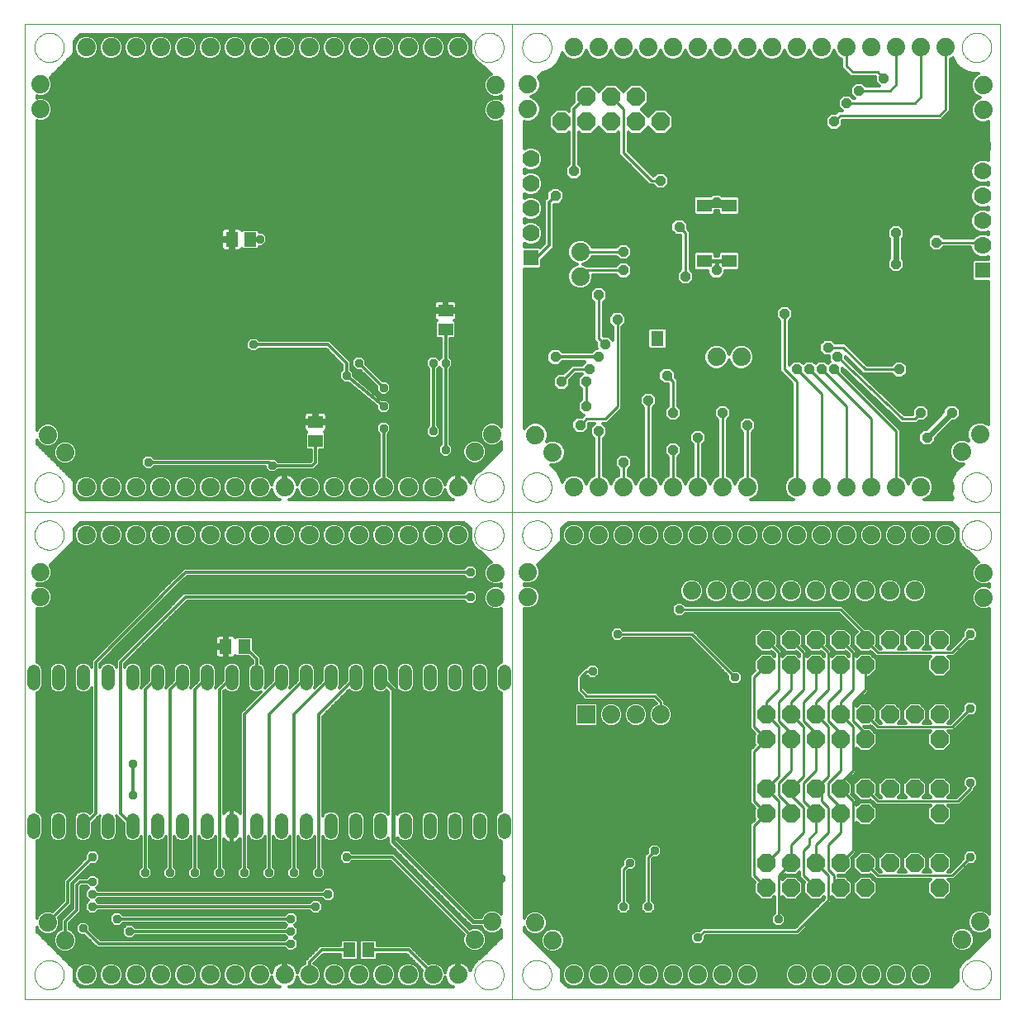
<source format=gbl>
G75*
G70*
%OFA0B0*%
%FSLAX25Y25*%
%IPPOS*%
%LPD*%
%AMOC8*
5,1,8,0,0,1.08239X$1,22.5*
%
%ADD12OC8,0.04000*%
%ADD13C,0.01600*%
%ADD17R,0.05120X0.05910*%
%ADD28R,0.07400X0.07400*%
%ADD33C,0.01000*%
%ADD38R,0.05120X0.06300*%
%ADD42OC8,0.03560*%
%ADD44C,0.01200*%
%ADD57C,0.07400*%
%ADD60C,0.02400*%
%ADD64R,0.05940X0.05940*%
%ADD74C,0.07000*%
%ADD78OC8,0.03960*%
%ADD80C,0.05200*%
%ADD82C,0.00000*%
%ADD83OC8,0.07400*%
%ADD88R,0.05910X0.05120*%
X0000000Y0000000D02*
G75*
%LPD*%
D82*
X0000000Y0000000D02*
X0000000Y0196850D01*
X0196850Y0196850D01*
X0196850Y0000000D01*
X0000000Y0000000D01*
X0004090Y0010000D02*
X0004110Y0010480D01*
X0004170Y0010960D01*
X0004270Y0011430D01*
X0004400Y0011890D01*
X0004580Y0012340D01*
X0004780Y0012780D01*
X0005030Y0013200D01*
X0005310Y0013590D01*
X0005610Y0013960D01*
X0005950Y0014300D01*
X0006320Y0014620D01*
X0006700Y0014910D01*
X0007110Y0015160D01*
X0007540Y0015380D01*
X0007990Y0015560D01*
X0008450Y0015700D01*
X0008920Y0015810D01*
X0009400Y0015880D01*
X0009880Y0015910D01*
X0010360Y0015900D01*
X0010840Y0015850D01*
X0011320Y0015760D01*
X0011780Y0015640D01*
X0012230Y0015470D01*
X0012670Y0015270D01*
X0013090Y0015040D01*
X0013490Y0014770D01*
X0013870Y0014470D01*
X0014220Y0014140D01*
X0014540Y0013780D01*
X0014840Y0013400D01*
X0015100Y0012990D01*
X0015320Y0012560D01*
X0015520Y0012120D01*
X0015670Y0011670D01*
X0015790Y0011200D01*
X0015870Y0010720D01*
X0015910Y0010240D01*
X0015910Y0009760D01*
X0015870Y0009280D01*
X0015790Y0008800D01*
X0015670Y0008330D01*
X0015520Y0007880D01*
X0015320Y0007440D01*
X0015100Y0007010D01*
X0014840Y0006600D01*
X0014540Y0006220D01*
X0014220Y0005860D01*
X0013870Y0005530D01*
X0013490Y0005230D01*
X0013090Y0004960D01*
X0012670Y0004730D01*
X0012230Y0004530D01*
X0011780Y0004360D01*
X0011320Y0004240D01*
X0010840Y0004150D01*
X0010360Y0004100D01*
X0009880Y0004090D01*
X0009400Y0004120D01*
X0008920Y0004190D01*
X0008450Y0004300D01*
X0007990Y0004440D01*
X0007540Y0004620D01*
X0007110Y0004840D01*
X0006700Y0005090D01*
X0006320Y0005380D01*
X0005950Y0005700D01*
X0005610Y0006040D01*
X0005310Y0006410D01*
X0005030Y0006800D01*
X0004780Y0007220D01*
X0004580Y0007660D01*
X0004400Y0008110D01*
X0004270Y0008570D01*
X0004170Y0009040D01*
X0004110Y0009520D01*
X0004090Y0010000D01*
X0004090Y0187500D02*
X0004110Y0187980D01*
X0004170Y0188460D01*
X0004270Y0188930D01*
X0004400Y0189390D01*
X0004580Y0189840D01*
X0004780Y0190280D01*
X0005030Y0190700D01*
X0005310Y0191090D01*
X0005610Y0191460D01*
X0005950Y0191800D01*
X0006320Y0192120D01*
X0006700Y0192410D01*
X0007110Y0192660D01*
X0007540Y0192880D01*
X0007990Y0193060D01*
X0008450Y0193200D01*
X0008920Y0193310D01*
X0009400Y0193380D01*
X0009880Y0193410D01*
X0010360Y0193400D01*
X0010840Y0193350D01*
X0011320Y0193260D01*
X0011780Y0193140D01*
X0012230Y0192970D01*
X0012670Y0192770D01*
X0013090Y0192540D01*
X0013490Y0192270D01*
X0013870Y0191970D01*
X0014220Y0191640D01*
X0014540Y0191280D01*
X0014840Y0190900D01*
X0015100Y0190490D01*
X0015320Y0190060D01*
X0015520Y0189620D01*
X0015670Y0189170D01*
X0015790Y0188700D01*
X0015870Y0188220D01*
X0015910Y0187740D01*
X0015910Y0187260D01*
X0015870Y0186780D01*
X0015790Y0186300D01*
X0015670Y0185830D01*
X0015520Y0185380D01*
X0015320Y0184940D01*
X0015100Y0184510D01*
X0014840Y0184100D01*
X0014540Y0183720D01*
X0014220Y0183360D01*
X0013870Y0183030D01*
X0013490Y0182730D01*
X0013090Y0182460D01*
X0012670Y0182230D01*
X0012230Y0182030D01*
X0011780Y0181860D01*
X0011320Y0181740D01*
X0010840Y0181650D01*
X0010360Y0181600D01*
X0009880Y0181590D01*
X0009400Y0181620D01*
X0008920Y0181690D01*
X0008450Y0181800D01*
X0007990Y0181940D01*
X0007540Y0182120D01*
X0007110Y0182340D01*
X0006700Y0182590D01*
X0006320Y0182880D01*
X0005950Y0183200D01*
X0005610Y0183540D01*
X0005310Y0183910D01*
X0005030Y0184300D01*
X0004780Y0184720D01*
X0004580Y0185160D01*
X0004400Y0185610D01*
X0004270Y0186070D01*
X0004170Y0186540D01*
X0004110Y0187020D01*
X0004090Y0187500D01*
X0181590Y0187500D02*
X0181610Y0187980D01*
X0181670Y0188460D01*
X0181770Y0188930D01*
X0181900Y0189390D01*
X0182080Y0189840D01*
X0182280Y0190280D01*
X0182530Y0190700D01*
X0182810Y0191090D01*
X0183110Y0191460D01*
X0183450Y0191800D01*
X0183820Y0192120D01*
X0184200Y0192410D01*
X0184610Y0192660D01*
X0185040Y0192880D01*
X0185490Y0193060D01*
X0185950Y0193200D01*
X0186420Y0193310D01*
X0186900Y0193380D01*
X0187380Y0193410D01*
X0187860Y0193400D01*
X0188340Y0193350D01*
X0188820Y0193260D01*
X0189280Y0193140D01*
X0189730Y0192970D01*
X0190170Y0192770D01*
X0190590Y0192540D01*
X0190990Y0192270D01*
X0191370Y0191970D01*
X0191720Y0191640D01*
X0192040Y0191280D01*
X0192340Y0190900D01*
X0192600Y0190490D01*
X0192820Y0190060D01*
X0193020Y0189620D01*
X0193170Y0189170D01*
X0193290Y0188700D01*
X0193370Y0188220D01*
X0193410Y0187740D01*
X0193410Y0187260D01*
X0193370Y0186780D01*
X0193290Y0186300D01*
X0193170Y0185830D01*
X0193020Y0185380D01*
X0192820Y0184940D01*
X0192600Y0184510D01*
X0192340Y0184100D01*
X0192040Y0183720D01*
X0191720Y0183360D01*
X0191370Y0183030D01*
X0190990Y0182730D01*
X0190590Y0182460D01*
X0190170Y0182230D01*
X0189730Y0182030D01*
X0189280Y0181860D01*
X0188820Y0181740D01*
X0188340Y0181650D01*
X0187860Y0181600D01*
X0187380Y0181590D01*
X0186900Y0181620D01*
X0186420Y0181690D01*
X0185950Y0181800D01*
X0185490Y0181940D01*
X0185040Y0182120D01*
X0184610Y0182340D01*
X0184200Y0182590D01*
X0183820Y0182880D01*
X0183450Y0183200D01*
X0183110Y0183540D01*
X0182810Y0183910D01*
X0182530Y0184300D01*
X0182280Y0184720D01*
X0182080Y0185160D01*
X0181900Y0185610D01*
X0181770Y0186070D01*
X0181670Y0186540D01*
X0181610Y0187020D01*
X0181590Y0187500D01*
X0181590Y0010000D02*
X0181610Y0010480D01*
X0181670Y0010960D01*
X0181770Y0011430D01*
X0181900Y0011890D01*
X0182080Y0012340D01*
X0182280Y0012780D01*
X0182530Y0013200D01*
X0182810Y0013590D01*
X0183110Y0013960D01*
X0183450Y0014300D01*
X0183820Y0014620D01*
X0184200Y0014910D01*
X0184610Y0015160D01*
X0185040Y0015380D01*
X0185490Y0015560D01*
X0185950Y0015700D01*
X0186420Y0015810D01*
X0186900Y0015880D01*
X0187380Y0015910D01*
X0187860Y0015900D01*
X0188340Y0015850D01*
X0188820Y0015760D01*
X0189280Y0015640D01*
X0189730Y0015470D01*
X0190170Y0015270D01*
X0190590Y0015040D01*
X0190990Y0014770D01*
X0191370Y0014470D01*
X0191720Y0014140D01*
X0192040Y0013780D01*
X0192340Y0013400D01*
X0192600Y0012990D01*
X0192820Y0012560D01*
X0193020Y0012120D01*
X0193170Y0011670D01*
X0193290Y0011200D01*
X0193370Y0010720D01*
X0193410Y0010240D01*
X0193410Y0009760D01*
X0193370Y0009280D01*
X0193290Y0008800D01*
X0193170Y0008330D01*
X0193020Y0007880D01*
X0192820Y0007440D01*
X0192600Y0007010D01*
X0192340Y0006600D01*
X0192040Y0006220D01*
X0191720Y0005860D01*
X0191370Y0005530D01*
X0190990Y0005230D01*
X0190590Y0004960D01*
X0190170Y0004730D01*
X0189730Y0004530D01*
X0189280Y0004360D01*
X0188820Y0004240D01*
X0188340Y0004150D01*
X0187860Y0004100D01*
X0187380Y0004090D01*
X0186900Y0004120D01*
X0186420Y0004190D01*
X0185950Y0004300D01*
X0185490Y0004440D01*
X0185040Y0004620D01*
X0184610Y0004840D01*
X0184200Y0005090D01*
X0183820Y0005380D01*
X0183450Y0005700D01*
X0183110Y0006040D01*
X0182810Y0006410D01*
X0182530Y0006800D01*
X0182280Y0007220D01*
X0182080Y0007660D01*
X0181900Y0008110D01*
X0181770Y0008570D01*
X0181670Y0009040D01*
X0181610Y0009520D01*
X0181590Y0010000D01*
D57*
X0175000Y0010000D03*
X0165000Y0010000D03*
X0155000Y0010000D03*
X0145000Y0010000D03*
X0135000Y0010000D03*
X0125000Y0010000D03*
X0115000Y0010000D03*
X0105000Y0010000D03*
X0095000Y0010000D03*
X0085000Y0010000D03*
X0075000Y0010000D03*
X0065000Y0010000D03*
X0055000Y0010000D03*
X0045000Y0010000D03*
X0035000Y0010000D03*
X0025000Y0010000D03*
X0016460Y0023960D03*
X0009390Y0031040D03*
X0006460Y0162500D03*
X0006460Y0172500D03*
X0025000Y0187500D03*
X0035000Y0187500D03*
X0045000Y0187500D03*
X0055000Y0187500D03*
X0065000Y0187500D03*
X0075000Y0187500D03*
X0085000Y0187500D03*
X0095000Y0187500D03*
X0105000Y0187500D03*
X0115000Y0187500D03*
X0125000Y0187500D03*
X0135000Y0187500D03*
X0145000Y0187500D03*
X0155000Y0187500D03*
X0165000Y0187500D03*
X0175000Y0187500D03*
X0190300Y0172200D03*
X0190300Y0162200D03*
X0188840Y0031340D03*
X0181770Y0024270D03*
D80*
X0183750Y0067400D02*
X0183750Y0072600D01*
X0173750Y0072600D02*
X0173750Y0067400D01*
X0163750Y0067400D02*
X0163750Y0072600D01*
X0153750Y0072600D02*
X0153750Y0067400D01*
X0143750Y0067400D02*
X0143750Y0072600D01*
X0133750Y0072600D02*
X0133750Y0067400D01*
X0123750Y0067400D02*
X0123750Y0072600D01*
X0113750Y0072600D02*
X0113750Y0067400D01*
X0103750Y0067400D02*
X0103750Y0072600D01*
X0093750Y0072600D02*
X0093750Y0067400D01*
X0083750Y0067400D02*
X0083750Y0072600D01*
X0073750Y0072600D02*
X0073750Y0067400D01*
X0063750Y0067400D02*
X0063750Y0072600D01*
X0053750Y0072600D02*
X0053750Y0067400D01*
X0043750Y0067400D02*
X0043750Y0072600D01*
X0033750Y0072600D02*
X0033750Y0067400D01*
X0023750Y0067400D02*
X0023750Y0072600D01*
X0013750Y0072600D02*
X0013750Y0067400D01*
X0003750Y0067400D02*
X0003750Y0072600D01*
X0003750Y0127400D02*
X0003750Y0132600D01*
X0013750Y0132600D02*
X0013750Y0127400D01*
X0023750Y0127400D02*
X0023750Y0132600D01*
X0033750Y0132600D02*
X0033750Y0127400D01*
X0043750Y0127400D02*
X0043750Y0132600D01*
X0053750Y0132600D02*
X0053750Y0127400D01*
X0063750Y0127400D02*
X0063750Y0132600D01*
X0073750Y0132600D02*
X0073750Y0127400D01*
X0083750Y0127400D02*
X0083750Y0132600D01*
X0093750Y0132600D02*
X0093750Y0127400D01*
X0103750Y0127400D02*
X0103750Y0132600D01*
X0113750Y0132600D02*
X0113750Y0127400D01*
X0123750Y0127400D02*
X0123750Y0132600D01*
X0133750Y0132600D02*
X0133750Y0127400D01*
X0143750Y0127400D02*
X0143750Y0132600D01*
X0153750Y0132600D02*
X0153750Y0127400D01*
X0163750Y0127400D02*
X0163750Y0132600D01*
X0173750Y0132600D02*
X0173750Y0127400D01*
X0183750Y0127400D02*
X0183750Y0132600D01*
X0193750Y0132600D02*
X0193750Y0127400D01*
X0193750Y0072600D02*
X0193750Y0067400D01*
D17*
X0088740Y0142500D03*
X0081260Y0142500D03*
D38*
X0131260Y0020000D03*
X0138740Y0020000D03*
D44*
X0155000Y0020000D01*
X0165000Y0010000D01*
X0160570Y0011850D02*
X0159430Y0011850D01*
X0159070Y0012720D02*
X0157720Y0014070D01*
X0155950Y0014800D01*
X0154050Y0014800D01*
X0152280Y0014070D01*
X0150930Y0012720D01*
X0150200Y0010950D01*
X0150200Y0009050D01*
X0150930Y0007280D01*
X0152280Y0005930D01*
X0154050Y0005200D01*
X0155950Y0005200D01*
X0157720Y0005930D01*
X0159070Y0007280D01*
X0159800Y0009050D01*
X0159800Y0010950D01*
X0159070Y0012720D01*
X0158750Y0013040D02*
X0159560Y0013040D01*
X0160620Y0011970D02*
X0160200Y0010950D01*
X0160200Y0009050D01*
X0160930Y0007280D01*
X0162280Y0005930D01*
X0164050Y0005200D01*
X0165950Y0005200D01*
X0167720Y0005930D01*
X0169070Y0007280D01*
X0169790Y0009020D01*
X0169830Y0008760D01*
X0170090Y0007970D01*
X0170470Y0007220D01*
X0170960Y0006550D01*
X0171550Y0005960D01*
X0172220Y0005470D01*
X0172970Y0005090D01*
X0173240Y0005000D01*
X0106760Y0005000D01*
X0107030Y0005090D01*
X0107780Y0005470D01*
X0108450Y0005960D01*
X0109040Y0006550D01*
X0109530Y0007220D01*
X0109910Y0007970D01*
X0110170Y0008760D01*
X0110210Y0009020D01*
X0110930Y0007280D01*
X0112280Y0005930D01*
X0114050Y0005200D01*
X0115950Y0005200D01*
X0117720Y0005930D01*
X0119070Y0007280D01*
X0119800Y0009050D01*
X0119800Y0010950D01*
X0119070Y0012720D01*
X0117720Y0014070D01*
X0116840Y0014430D01*
X0120700Y0018300D01*
X0127600Y0018300D01*
X0127600Y0016390D01*
X0128250Y0015750D01*
X0134270Y0015750D01*
X0134920Y0016390D01*
X0134920Y0023610D01*
X0134270Y0024250D01*
X0128250Y0024250D01*
X0127600Y0023610D01*
X0127600Y0021700D01*
X0119300Y0021700D01*
X0114300Y0016700D01*
X0113300Y0015700D01*
X0113300Y0014490D01*
X0112280Y0014070D01*
X0110930Y0012720D01*
X0110210Y0010980D01*
X0110170Y0011240D01*
X0109910Y0012030D01*
X0109530Y0012780D01*
X0109040Y0013450D01*
X0108450Y0014040D01*
X0107780Y0014530D01*
X0107030Y0014910D01*
X0106240Y0015170D01*
X0105420Y0015300D01*
X0105400Y0015300D01*
X0105400Y0010400D01*
X0104600Y0010400D01*
X0104600Y0015300D01*
X0104580Y0015300D01*
X0103760Y0015170D01*
X0102970Y0014910D01*
X0102220Y0014530D01*
X0101550Y0014040D01*
X0100960Y0013450D01*
X0100470Y0012780D01*
X0100090Y0012030D01*
X0099830Y0011240D01*
X0099790Y0010980D01*
X0099070Y0012720D01*
X0097720Y0014070D01*
X0095950Y0014800D01*
X0094050Y0014800D01*
X0092280Y0014070D01*
X0090930Y0012720D01*
X0090200Y0010950D01*
X0090200Y0009050D01*
X0090930Y0007280D01*
X0092280Y0005930D01*
X0094050Y0005200D01*
X0095950Y0005200D01*
X0097720Y0005930D01*
X0099070Y0007280D01*
X0099790Y0009020D01*
X0099830Y0008760D01*
X0100090Y0007970D01*
X0100470Y0007220D01*
X0100960Y0006550D01*
X0101550Y0005960D01*
X0102220Y0005470D01*
X0102970Y0005090D01*
X0103240Y0005000D01*
X0022500Y0005000D01*
X0020000Y0007500D01*
X0020000Y0012500D01*
X0005000Y0027500D01*
X0005000Y0029100D01*
X0005320Y0028320D01*
X0006670Y0026970D01*
X0008440Y0026240D01*
X0010350Y0026240D01*
X0012110Y0026970D01*
X0013460Y0028320D01*
X0014190Y0030080D01*
X0014190Y0031990D01*
X0013770Y0033010D01*
X0019200Y0038440D01*
X0019200Y0046800D01*
X0027020Y0054620D01*
X0028690Y0054620D01*
X0030380Y0056310D01*
X0030380Y0058690D01*
X0028690Y0060380D01*
X0026310Y0060380D01*
X0024620Y0058690D01*
X0024620Y0057020D01*
X0015800Y0048200D01*
X0015800Y0046800D01*
X0015800Y0039850D01*
X0011370Y0035410D01*
X0010350Y0035840D01*
X0008440Y0035840D01*
X0006670Y0035100D01*
X0005320Y0033750D01*
X0005000Y0032970D01*
X0005000Y0063910D01*
X0005850Y0064260D01*
X0006890Y0065300D01*
X0007450Y0066660D01*
X0007450Y0073340D01*
X0006890Y0074700D01*
X0005850Y0075740D01*
X0005000Y0076090D01*
X0005000Y0123910D01*
X0005850Y0124260D01*
X0006890Y0125300D01*
X0007450Y0126660D01*
X0007450Y0133340D01*
X0006890Y0134700D01*
X0005850Y0135740D01*
X0005000Y0136090D01*
X0005000Y0157910D01*
X0005510Y0157700D01*
X0007420Y0157700D01*
X0009180Y0158430D01*
X0010530Y0159780D01*
X0011260Y0161550D01*
X0011260Y0163450D01*
X0010530Y0165220D01*
X0009180Y0166570D01*
X0007420Y0167300D01*
X0005510Y0167300D01*
X0005000Y0167090D01*
X0005000Y0167910D01*
X0005510Y0167700D01*
X0007420Y0167700D01*
X0009180Y0168430D01*
X0010530Y0169780D01*
X0011260Y0171550D01*
X0011260Y0173450D01*
X0010530Y0175220D01*
X0010380Y0175380D01*
X0178810Y0175380D01*
X0177630Y0174200D01*
X0064300Y0174200D01*
X0063000Y0172900D01*
X0059550Y0169450D01*
X0027050Y0136950D01*
X0027050Y0134300D01*
X0026890Y0134700D01*
X0025850Y0135740D01*
X0024490Y0136300D01*
X0023010Y0136300D01*
X0021650Y0135740D01*
X0020610Y0134700D01*
X0020050Y0133340D01*
X0020050Y0126660D01*
X0020610Y0125300D01*
X0021650Y0124260D01*
X0023010Y0123700D01*
X0024490Y0123700D01*
X0025850Y0124260D01*
X0026890Y0125300D01*
X0027050Y0125700D01*
X0027050Y0075700D01*
X0026460Y0075120D01*
X0025850Y0075740D01*
X0024490Y0076300D01*
X0023010Y0076300D01*
X0021650Y0075740D01*
X0020610Y0074700D01*
X0020050Y0073340D01*
X0020050Y0066660D01*
X0020610Y0065300D01*
X0021650Y0064260D01*
X0023010Y0063700D01*
X0024490Y0063700D01*
X0025850Y0064260D01*
X0026890Y0065300D01*
X0027450Y0066660D01*
X0027450Y0071300D01*
X0029450Y0073300D01*
X0030450Y0074290D01*
X0030050Y0073340D01*
X0030050Y0066660D01*
X0030610Y0065300D01*
X0031650Y0064260D01*
X0033010Y0063700D01*
X0034490Y0063700D01*
X0035850Y0064260D01*
X0036890Y0065300D01*
X0037450Y0066660D01*
X0037450Y0073340D01*
X0037050Y0074290D01*
X0038050Y0073300D01*
X0040050Y0071300D01*
X0040050Y0066660D01*
X0040610Y0065300D01*
X0041650Y0064260D01*
X0043010Y0063700D01*
X0044490Y0063700D01*
X0045850Y0064260D01*
X0046890Y0065300D01*
X0047050Y0065700D01*
X0047050Y0053620D01*
X0045870Y0052440D01*
X0045870Y0050060D01*
X0047560Y0048370D01*
X0049940Y0048370D01*
X0051630Y0050060D01*
X0051630Y0052440D01*
X0050450Y0053620D01*
X0050450Y0065700D01*
X0050610Y0065300D01*
X0051650Y0064260D01*
X0053010Y0063700D01*
X0054490Y0063700D01*
X0055850Y0064260D01*
X0056890Y0065300D01*
X0057050Y0065700D01*
X0057050Y0053620D01*
X0055870Y0052440D01*
X0055870Y0050060D01*
X0057560Y0048370D01*
X0059940Y0048370D01*
X0061630Y0050060D01*
X0061630Y0052440D01*
X0060450Y0053620D01*
X0060450Y0065700D01*
X0060610Y0065300D01*
X0061650Y0064260D01*
X0063010Y0063700D01*
X0064490Y0063700D01*
X0065850Y0064260D01*
X0066890Y0065300D01*
X0067050Y0065700D01*
X0067050Y0053620D01*
X0065870Y0052440D01*
X0065870Y0050060D01*
X0067560Y0048370D01*
X0069940Y0048370D01*
X0071630Y0050060D01*
X0071630Y0052440D01*
X0070450Y0053620D01*
X0070450Y0065700D01*
X0070610Y0065300D01*
X0071650Y0064260D01*
X0073010Y0063700D01*
X0074490Y0063700D01*
X0075850Y0064260D01*
X0076890Y0065300D01*
X0077050Y0065700D01*
X0077050Y0053620D01*
X0075870Y0052440D01*
X0075870Y0050060D01*
X0077560Y0048370D01*
X0079940Y0048370D01*
X0081630Y0050060D01*
X0081630Y0052440D01*
X0080450Y0053620D01*
X0080450Y0064800D01*
X0080550Y0064660D01*
X0081010Y0064200D01*
X0081550Y0063810D01*
X0082140Y0063510D01*
X0082770Y0063300D01*
X0083420Y0063200D01*
X0083550Y0063200D01*
X0083550Y0069800D01*
X0083950Y0069800D01*
X0083950Y0063200D01*
X0084080Y0063200D01*
X0084730Y0063300D01*
X0085360Y0063510D01*
X0085950Y0063810D01*
X0086490Y0064200D01*
X0086950Y0064660D01*
X0087050Y0064800D01*
X0087050Y0053620D01*
X0085870Y0052440D01*
X0085870Y0050060D01*
X0087560Y0048370D01*
X0089940Y0048370D01*
X0091630Y0050060D01*
X0091630Y0052440D01*
X0090450Y0053620D01*
X0090450Y0065700D01*
X0090610Y0065300D01*
X0091650Y0064260D01*
X0093010Y0063700D01*
X0094490Y0063700D01*
X0095850Y0064260D01*
X0096890Y0065300D01*
X0097050Y0065700D01*
X0097050Y0053620D01*
X0095870Y0052440D01*
X0095870Y0050060D01*
X0097560Y0048370D01*
X0099940Y0048370D01*
X0101630Y0050060D01*
X0101630Y0052440D01*
X0100450Y0053620D01*
X0100450Y0065700D01*
X0100610Y0065300D01*
X0101650Y0064260D01*
X0103010Y0063700D01*
X0104490Y0063700D01*
X0105850Y0064260D01*
X0106890Y0065300D01*
X0107050Y0065700D01*
X0107050Y0053620D01*
X0105870Y0052440D01*
X0105870Y0050060D01*
X0107560Y0048370D01*
X0109940Y0048370D01*
X0111630Y0050060D01*
X0111630Y0052440D01*
X0110450Y0053620D01*
X0110450Y0065700D01*
X0110610Y0065300D01*
X0111650Y0064260D01*
X0113010Y0063700D01*
X0114490Y0063700D01*
X0115850Y0064260D01*
X0116890Y0065300D01*
X0117050Y0065700D01*
X0117050Y0053620D01*
X0115870Y0052440D01*
X0115870Y0050060D01*
X0117560Y0048370D01*
X0119940Y0048370D01*
X0121630Y0050060D01*
X0121630Y0052440D01*
X0120450Y0053620D01*
X0120450Y0065700D01*
X0120610Y0065300D01*
X0121650Y0064260D01*
X0123010Y0063700D01*
X0124490Y0063700D01*
X0125850Y0064260D01*
X0126890Y0065300D01*
X0127450Y0066660D01*
X0127450Y0073340D01*
X0126890Y0074700D01*
X0125850Y0075740D01*
X0124490Y0076300D01*
X0123010Y0076300D01*
X0121650Y0075740D01*
X0120610Y0074700D01*
X0120450Y0074300D01*
X0120450Y0114300D01*
X0131040Y0124880D01*
X0131650Y0124260D01*
X0133010Y0123700D01*
X0134490Y0123700D01*
X0135850Y0124260D01*
X0136890Y0125300D01*
X0137450Y0126660D01*
X0137450Y0133340D01*
X0136890Y0134700D01*
X0135850Y0135740D01*
X0134490Y0136300D01*
X0133010Y0136300D01*
X0131650Y0135740D01*
X0130610Y0134700D01*
X0130050Y0133340D01*
X0130050Y0128700D01*
X0127050Y0125710D01*
X0127450Y0126660D01*
X0127450Y0133340D01*
X0126890Y0134700D01*
X0125850Y0135740D01*
X0124490Y0136300D01*
X0123010Y0136300D01*
X0121650Y0135740D01*
X0120610Y0134700D01*
X0120050Y0133340D01*
X0120050Y0128700D01*
X0117050Y0125710D01*
X0117450Y0126660D01*
X0117450Y0133340D01*
X0116890Y0134700D01*
X0115850Y0135740D01*
X0114490Y0136300D01*
X0113010Y0136300D01*
X0111650Y0135740D01*
X0110610Y0134700D01*
X0110050Y0133340D01*
X0110050Y0128700D01*
X0107050Y0125710D01*
X0107450Y0126660D01*
X0107450Y0133340D01*
X0106890Y0134700D01*
X0105850Y0135740D01*
X0104490Y0136300D01*
X0103010Y0136300D01*
X0101650Y0135740D01*
X0100610Y0134700D01*
X0100050Y0133340D01*
X0100050Y0128700D01*
X0097050Y0125710D01*
X0097450Y0126660D01*
X0097450Y0133340D01*
X0096890Y0134700D01*
X0095850Y0135740D01*
X0095450Y0135900D01*
X0095450Y0138190D01*
X0094450Y0139190D01*
X0092400Y0141250D01*
X0092400Y0145910D01*
X0091750Y0146550D01*
X0085730Y0146550D01*
X0085290Y0146110D01*
X0085100Y0146440D01*
X0084800Y0146730D01*
X0084440Y0146940D01*
X0192500Y0146940D01*
X0192500Y0145760D02*
X0092400Y0145760D01*
X0092400Y0144570D02*
X0192500Y0144570D01*
X0192500Y0143390D02*
X0092400Y0143390D01*
X0092400Y0142200D02*
X0192500Y0142200D01*
X0192500Y0141020D02*
X0092630Y0141020D01*
X0093810Y0139830D02*
X0192500Y0139830D01*
X0192500Y0138650D02*
X0095000Y0138650D01*
X0095450Y0137460D02*
X0192500Y0137460D01*
X0192500Y0136280D02*
X0184550Y0136280D01*
X0184490Y0136300D02*
X0183010Y0136300D01*
X0181650Y0135740D01*
X0180610Y0134700D01*
X0180050Y0133340D01*
X0180050Y0126660D01*
X0180610Y0125300D01*
X0181650Y0124260D01*
X0183010Y0123700D01*
X0184490Y0123700D01*
X0185850Y0124260D01*
X0186890Y0125300D01*
X0187450Y0126660D01*
X0187450Y0133340D01*
X0186890Y0134700D01*
X0185850Y0135740D01*
X0184490Y0136300D01*
X0182950Y0136280D02*
X0174550Y0136280D01*
X0174490Y0136300D02*
X0173010Y0136300D01*
X0171650Y0135740D01*
X0170610Y0134700D01*
X0170050Y0133340D01*
X0170050Y0126660D01*
X0170610Y0125300D01*
X0171650Y0124260D01*
X0173010Y0123700D01*
X0174490Y0123700D01*
X0175850Y0124260D01*
X0176890Y0125300D01*
X0177450Y0126660D01*
X0177450Y0133340D01*
X0176890Y0134700D01*
X0175850Y0135740D01*
X0174490Y0136300D01*
X0172950Y0136280D02*
X0164550Y0136280D01*
X0164490Y0136300D02*
X0163010Y0136300D01*
X0161650Y0135740D01*
X0160610Y0134700D01*
X0160050Y0133340D01*
X0160050Y0126660D01*
X0160610Y0125300D01*
X0161650Y0124260D01*
X0163010Y0123700D01*
X0164490Y0123700D01*
X0165850Y0124260D01*
X0166890Y0125300D01*
X0167450Y0126660D01*
X0167450Y0133340D01*
X0166890Y0134700D01*
X0165850Y0135740D01*
X0164490Y0136300D01*
X0162950Y0136280D02*
X0154550Y0136280D01*
X0154490Y0136300D02*
X0153010Y0136300D01*
X0151650Y0135740D01*
X0150610Y0134700D01*
X0150050Y0133340D01*
X0150050Y0126660D01*
X0150250Y0126190D01*
X0149540Y0126900D01*
X0147450Y0128990D01*
X0147450Y0133340D01*
X0146890Y0134700D01*
X0145850Y0135740D01*
X0144490Y0136300D01*
X0143010Y0136300D01*
X0141650Y0135740D01*
X0140610Y0134700D01*
X0140050Y0133340D01*
X0140050Y0126660D01*
X0140610Y0125300D01*
X0141650Y0124260D01*
X0143010Y0123700D01*
X0144490Y0123700D01*
X0145850Y0124260D01*
X0146320Y0124740D01*
X0146850Y0124210D01*
X0146850Y0074730D01*
X0145850Y0075740D01*
X0144490Y0076300D01*
X0143010Y0076300D01*
X0141650Y0075740D01*
X0140610Y0074700D01*
X0140050Y0073340D01*
X0140050Y0066660D01*
X0140610Y0065300D01*
X0141650Y0064260D01*
X0143010Y0063700D01*
X0144490Y0063700D01*
X0145850Y0064260D01*
X0146850Y0065270D01*
X0146850Y0062960D01*
X0179260Y0030550D01*
X0180370Y0029440D01*
X0184430Y0029440D01*
X0184770Y0028620D01*
X0186120Y0027270D01*
X0187880Y0026540D01*
X0189790Y0026540D01*
X0191560Y0027270D01*
X0192500Y0028210D01*
X0192500Y0025000D01*
X0184300Y0016800D01*
X0183250Y0016360D01*
X0181140Y0014250D01*
X0180700Y0013200D01*
X0180000Y0012500D01*
X0180000Y0011760D01*
X0179910Y0012030D01*
X0179530Y0012780D01*
X0179040Y0013450D01*
X0178450Y0014040D01*
X0177780Y0014530D01*
X0177030Y0014910D01*
X0176240Y0015170D01*
X0175420Y0015300D01*
X0175400Y0015300D01*
X0175400Y0010400D01*
X0174600Y0010400D01*
X0174600Y0015300D01*
X0174580Y0015300D01*
X0173760Y0015170D01*
X0172970Y0014910D01*
X0172220Y0014530D01*
X0171550Y0014040D01*
X0170960Y0013450D01*
X0170470Y0012780D01*
X0170090Y0012030D01*
X0169830Y0011240D01*
X0169790Y0010980D01*
X0169070Y0012720D01*
X0167720Y0014070D01*
X0165950Y0014800D01*
X0164050Y0014800D01*
X0163030Y0014380D01*
X0155700Y0021700D01*
X0142400Y0021700D01*
X0142400Y0023610D01*
X0141750Y0024250D01*
X0135730Y0024250D01*
X0135080Y0023610D01*
X0135080Y0016390D01*
X0135730Y0015750D01*
X0141750Y0015750D01*
X0142400Y0016390D01*
X0142400Y0018300D01*
X0154300Y0018300D01*
X0160620Y0011970D01*
X0160200Y0010670D02*
X0159800Y0010670D01*
X0159800Y0009480D02*
X0160200Y0009480D01*
X0160510Y0008300D02*
X0159490Y0008300D01*
X0158900Y0007110D02*
X0161100Y0007110D01*
X0162290Y0005930D02*
X0157710Y0005930D01*
X0152290Y0005930D02*
X0147710Y0005930D01*
X0147720Y0005930D02*
X0149070Y0007280D01*
X0149800Y0009050D01*
X0149800Y0010950D01*
X0149070Y0012720D01*
X0147720Y0014070D01*
X0145950Y0014800D01*
X0144050Y0014800D01*
X0142280Y0014070D01*
X0140930Y0012720D01*
X0140200Y0010950D01*
X0140200Y0009050D01*
X0140930Y0007280D01*
X0142280Y0005930D01*
X0144050Y0005200D01*
X0145950Y0005200D01*
X0147720Y0005930D01*
X0148900Y0007110D02*
X0151100Y0007110D01*
X0150510Y0008300D02*
X0149490Y0008300D01*
X0149800Y0009480D02*
X0150200Y0009480D01*
X0150200Y0010670D02*
X0149800Y0010670D01*
X0149430Y0011850D02*
X0150570Y0011850D01*
X0151250Y0013040D02*
X0148750Y0013040D01*
X0147350Y0014220D02*
X0152650Y0014220D01*
X0156010Y0016590D02*
X0142400Y0016590D01*
X0142400Y0017780D02*
X0154820Y0017780D01*
X0157190Y0015410D02*
X0117810Y0015410D01*
X0117350Y0014220D02*
X0122650Y0014220D01*
X0122280Y0014070D02*
X0120930Y0012720D01*
X0120200Y0010950D01*
X0120200Y0009050D01*
X0120930Y0007280D01*
X0122280Y0005930D01*
X0124050Y0005200D01*
X0125950Y0005200D01*
X0127720Y0005930D01*
X0129070Y0007280D01*
X0129800Y0009050D01*
X0129800Y0010950D01*
X0129070Y0012720D01*
X0127720Y0014070D01*
X0125950Y0014800D01*
X0124050Y0014800D01*
X0122280Y0014070D01*
X0121250Y0013040D02*
X0118750Y0013040D01*
X0119430Y0011850D02*
X0120570Y0011850D01*
X0120200Y0010670D02*
X0119800Y0010670D01*
X0119800Y0009480D02*
X0120200Y0009480D01*
X0120510Y0008300D02*
X0119490Y0008300D01*
X0118900Y0007110D02*
X0121100Y0007110D01*
X0122290Y0005930D02*
X0117710Y0005930D01*
X0115000Y0010000D02*
X0115000Y0015000D01*
X0120000Y0020000D01*
X0131260Y0020000D01*
X0127600Y0017780D02*
X0120180Y0017780D01*
X0118990Y0016590D02*
X0127600Y0016590D01*
X0127350Y0014220D02*
X0132650Y0014220D01*
X0132280Y0014070D02*
X0130930Y0012720D01*
X0130200Y0010950D01*
X0130200Y0009050D01*
X0130930Y0007280D01*
X0132280Y0005930D01*
X0134050Y0005200D01*
X0135950Y0005200D01*
X0137720Y0005930D01*
X0139070Y0007280D01*
X0139800Y0009050D01*
X0139800Y0010950D01*
X0139070Y0012720D01*
X0137720Y0014070D01*
X0135950Y0014800D01*
X0134050Y0014800D01*
X0132280Y0014070D01*
X0131250Y0013040D02*
X0128750Y0013040D01*
X0129430Y0011850D02*
X0130570Y0011850D01*
X0130200Y0010670D02*
X0129800Y0010670D01*
X0129800Y0009480D02*
X0130200Y0009480D01*
X0130510Y0008300D02*
X0129490Y0008300D01*
X0128900Y0007110D02*
X0131100Y0007110D01*
X0132290Y0005930D02*
X0127710Y0005930D01*
X0137350Y0014220D02*
X0142650Y0014220D01*
X0141250Y0013040D02*
X0138750Y0013040D01*
X0139430Y0011850D02*
X0140570Y0011850D01*
X0140200Y0010670D02*
X0139800Y0010670D01*
X0139800Y0009480D02*
X0140200Y0009480D01*
X0140510Y0008300D02*
X0139490Y0008300D01*
X0138900Y0007110D02*
X0141100Y0007110D01*
X0142290Y0005930D02*
X0137710Y0005930D01*
X0135080Y0016590D02*
X0134920Y0016590D01*
X0134920Y0017780D02*
X0135080Y0017780D01*
X0135080Y0018960D02*
X0134920Y0018960D01*
X0134920Y0020150D02*
X0135080Y0020150D01*
X0135080Y0021330D02*
X0134920Y0021330D01*
X0134920Y0022520D02*
X0135080Y0022520D01*
X0135180Y0023700D02*
X0134820Y0023700D01*
X0127700Y0023700D02*
X0110370Y0023700D01*
X0110380Y0023690D02*
X0109070Y0025000D01*
X0110380Y0026310D01*
X0110380Y0028690D01*
X0109070Y0030000D01*
X0110380Y0031310D01*
X0110380Y0033690D01*
X0108690Y0035380D01*
X0106310Y0035380D01*
X0105130Y0034200D01*
X0039870Y0034200D01*
X0038690Y0035380D01*
X0036310Y0035380D01*
X0034620Y0033690D01*
X0034620Y0031310D01*
X0036310Y0029620D01*
X0038690Y0029620D01*
X0039870Y0030800D01*
X0105130Y0030800D01*
X0105930Y0030000D01*
X0105130Y0029200D01*
X0044870Y0029200D01*
X0043690Y0030380D01*
X0041310Y0030380D01*
X0039620Y0028690D01*
X0039620Y0026310D01*
X0041310Y0024620D01*
X0043690Y0024620D01*
X0044870Y0025800D01*
X0105130Y0025800D01*
X0105930Y0025000D01*
X0105130Y0024200D01*
X0030700Y0024200D01*
X0026630Y0028270D01*
X0026630Y0029940D01*
X0024940Y0031630D01*
X0022560Y0031630D01*
X0020870Y0029940D01*
X0020870Y0027560D01*
X0022560Y0025870D01*
X0024230Y0025870D01*
X0029300Y0020800D01*
X0105130Y0020800D01*
X0106310Y0019620D01*
X0108690Y0019620D01*
X0110380Y0021310D01*
X0110380Y0023690D01*
X0110380Y0022520D02*
X0127600Y0022520D01*
X0118930Y0021330D02*
X0110380Y0021330D01*
X0109220Y0020150D02*
X0117740Y0020150D01*
X0116560Y0018960D02*
X0013540Y0018960D01*
X0013750Y0019900D02*
X0012400Y0021250D01*
X0011660Y0023010D01*
X0011660Y0024920D01*
X0012400Y0026680D01*
X0013750Y0028030D01*
X0014760Y0028460D01*
X0014760Y0032170D01*
X0015760Y0033160D01*
X0019550Y0036950D01*
X0019550Y0046950D01*
X0020550Y0047950D01*
X0021800Y0049200D01*
X0025130Y0049200D01*
X0026310Y0050380D01*
X0028690Y0050380D01*
X0030380Y0048690D01*
X0030380Y0046310D01*
X0029070Y0045000D01*
X0029870Y0044200D01*
X0120130Y0044200D01*
X0121310Y0045380D01*
X0123690Y0045380D01*
X0125380Y0043690D01*
X0125380Y0041310D01*
X0123690Y0039620D01*
X0121310Y0039620D01*
X0120130Y0040800D01*
X0029870Y0040800D01*
X0029070Y0040000D01*
X0029870Y0039200D01*
X0115130Y0039200D01*
X0116310Y0040380D01*
X0118690Y0040380D01*
X0120380Y0038690D01*
X0120380Y0036310D01*
X0118690Y0034620D01*
X0116310Y0034620D01*
X0115130Y0035800D01*
X0029870Y0035800D01*
X0028690Y0034620D01*
X0026310Y0034620D01*
X0024620Y0036310D01*
X0024620Y0038690D01*
X0025930Y0040000D01*
X0024620Y0041310D01*
X0024620Y0043690D01*
X0025930Y0045000D01*
X0025130Y0045800D01*
X0023200Y0045800D01*
X0022950Y0045550D01*
X0022950Y0035550D01*
X0025380Y0035550D01*
X0024620Y0036740D02*
X0022950Y0036740D01*
X0022950Y0037920D02*
X0024620Y0037920D01*
X0025030Y0039110D02*
X0022950Y0039110D01*
X0022950Y0040290D02*
X0025640Y0040290D01*
X0024620Y0041480D02*
X0022950Y0041480D01*
X0022950Y0042660D02*
X0024620Y0042660D01*
X0024770Y0043850D02*
X0022950Y0043850D01*
X0022950Y0045030D02*
X0025900Y0045030D01*
X0027500Y0047500D02*
X0022500Y0047500D01*
X0021250Y0046250D01*
X0021250Y0036250D01*
X0016460Y0031460D01*
X0016460Y0023960D01*
X0012970Y0027260D02*
X0012400Y0027260D01*
X0012140Y0026070D02*
X0006430Y0026070D01*
X0006390Y0027260D02*
X0005240Y0027260D01*
X0005270Y0028440D02*
X0005000Y0028440D01*
X0007610Y0024890D02*
X0011660Y0024890D01*
X0011660Y0023700D02*
X0008800Y0023700D01*
X0009980Y0022520D02*
X0011870Y0022520D01*
X0012360Y0021330D02*
X0011170Y0021330D01*
X0012350Y0020150D02*
X0013500Y0020150D01*
X0013750Y0019900D02*
X0015510Y0019160D01*
X0017420Y0019160D01*
X0019180Y0019900D01*
X0020530Y0021250D01*
X0021260Y0023010D01*
X0021260Y0024920D01*
X0020530Y0026680D01*
X0019180Y0028030D01*
X0018160Y0028460D01*
X0018160Y0030760D01*
X0022950Y0035550D01*
X0021770Y0034370D02*
X0035290Y0034370D01*
X0034620Y0033180D02*
X0020580Y0033180D01*
X0019400Y0032000D02*
X0034620Y0032000D01*
X0035120Y0030810D02*
X0025760Y0030810D01*
X0026630Y0029630D02*
X0036300Y0029630D01*
X0038700Y0029630D02*
X0040550Y0029630D01*
X0039620Y0028440D02*
X0026630Y0028440D01*
X0027650Y0027260D02*
X0039620Y0027260D01*
X0039860Y0026070D02*
X0028830Y0026070D01*
X0030020Y0024890D02*
X0041040Y0024890D01*
X0043960Y0024890D02*
X0105810Y0024890D01*
X0107500Y0027500D02*
X0042500Y0027500D01*
X0044450Y0029630D02*
X0105550Y0029630D01*
X0107500Y0032500D02*
X0037500Y0032500D01*
X0039710Y0034370D02*
X0105290Y0034370D01*
X0109710Y0034370D02*
X0169270Y0034370D01*
X0168080Y0035550D02*
X0119620Y0035550D01*
X0120380Y0036740D02*
X0166900Y0036740D01*
X0165710Y0037920D02*
X0120380Y0037920D01*
X0119970Y0039110D02*
X0164530Y0039110D01*
X0163340Y0040290D02*
X0124360Y0040290D01*
X0125380Y0041480D02*
X0162160Y0041480D01*
X0160970Y0042660D02*
X0125380Y0042660D01*
X0125230Y0043850D02*
X0159790Y0043850D01*
X0158600Y0045030D02*
X0124040Y0045030D01*
X0122500Y0042500D02*
X0112500Y0042500D01*
X0027500Y0042500D01*
X0029360Y0040290D02*
X0116220Y0040290D01*
X0118780Y0040290D02*
X0120640Y0040290D01*
X0117500Y0037500D02*
X0112500Y0037500D01*
X0027500Y0037500D01*
X0029620Y0035550D02*
X0115380Y0035550D01*
X0110380Y0033180D02*
X0170450Y0033180D01*
X0171640Y0032000D02*
X0110380Y0032000D01*
X0109880Y0030810D02*
X0172820Y0030810D01*
X0174010Y0029630D02*
X0109450Y0029630D01*
X0110380Y0028440D02*
X0175190Y0028440D01*
X0176380Y0027260D02*
X0110380Y0027260D01*
X0110140Y0026070D02*
X0177320Y0026070D01*
X0177390Y0026240D02*
X0176970Y0025220D01*
X0176970Y0023310D01*
X0177700Y0021550D01*
X0179050Y0020200D01*
X0180810Y0019470D01*
X0182720Y0019470D01*
X0184490Y0020200D01*
X0185840Y0021550D01*
X0186570Y0023310D01*
X0186570Y0025220D01*
X0185840Y0026990D01*
X0184490Y0028340D01*
X0182720Y0029070D01*
X0180810Y0029070D01*
X0179790Y0028650D01*
X0150240Y0058200D01*
X0149240Y0059200D01*
X0132370Y0059200D01*
X0131190Y0060380D01*
X0128810Y0060380D01*
X0127120Y0058690D01*
X0127120Y0056310D01*
X0128810Y0054620D01*
X0131190Y0054620D01*
X0132370Y0055800D01*
X0147830Y0055800D01*
X0177390Y0026240D01*
X0176970Y0024890D02*
X0109190Y0024890D01*
X0107500Y0022500D02*
X0030000Y0022500D01*
X0023750Y0028750D01*
X0021740Y0030810D02*
X0018210Y0030810D01*
X0018160Y0029630D02*
X0020870Y0029630D01*
X0020870Y0028440D02*
X0018200Y0028440D01*
X0019960Y0027260D02*
X0021170Y0027260D01*
X0020790Y0026070D02*
X0022360Y0026070D01*
X0021260Y0024890D02*
X0025210Y0024890D01*
X0026400Y0023700D02*
X0021260Y0023700D01*
X0021060Y0022520D02*
X0027580Y0022520D01*
X0028770Y0021330D02*
X0020570Y0021330D01*
X0019430Y0020150D02*
X0105780Y0020150D01*
X0105400Y0014220D02*
X0104600Y0014220D01*
X0104600Y0013040D02*
X0105400Y0013040D01*
X0105400Y0011850D02*
X0104600Y0011850D01*
X0104600Y0010670D02*
X0105400Y0010670D01*
X0108210Y0014220D02*
X0112650Y0014220D01*
X0113300Y0015410D02*
X0017090Y0015410D01*
X0015910Y0016590D02*
X0114190Y0016590D01*
X0115370Y0017780D02*
X0014720Y0017780D01*
X0018280Y0014220D02*
X0022650Y0014220D01*
X0022280Y0014070D02*
X0020930Y0012720D01*
X0020200Y0010950D01*
X0020200Y0009050D01*
X0020930Y0007280D01*
X0022280Y0005930D01*
X0024050Y0005200D01*
X0025950Y0005200D01*
X0027720Y0005930D01*
X0029070Y0007280D01*
X0029800Y0009050D01*
X0029800Y0010950D01*
X0029070Y0012720D01*
X0027720Y0014070D01*
X0025950Y0014800D01*
X0024050Y0014800D01*
X0022280Y0014070D01*
X0021250Y0013040D02*
X0019460Y0013040D01*
X0020000Y0011850D02*
X0020570Y0011850D01*
X0020200Y0010670D02*
X0020000Y0010670D01*
X0020000Y0009480D02*
X0020200Y0009480D01*
X0020000Y0008300D02*
X0020510Y0008300D01*
X0020390Y0007110D02*
X0021100Y0007110D01*
X0021570Y0005930D02*
X0022290Y0005930D01*
X0027710Y0005930D02*
X0032290Y0005930D01*
X0032280Y0005930D02*
X0034050Y0005200D01*
X0035950Y0005200D01*
X0037720Y0005930D01*
X0039070Y0007280D01*
X0039800Y0009050D01*
X0039800Y0010950D01*
X0039070Y0012720D01*
X0037720Y0014070D01*
X0035950Y0014800D01*
X0034050Y0014800D01*
X0032280Y0014070D01*
X0030930Y0012720D01*
X0030200Y0010950D01*
X0030200Y0009050D01*
X0030930Y0007280D01*
X0032280Y0005930D01*
X0031100Y0007110D02*
X0028900Y0007110D01*
X0029490Y0008300D02*
X0030510Y0008300D01*
X0030200Y0009480D02*
X0029800Y0009480D01*
X0029800Y0010670D02*
X0030200Y0010670D01*
X0030570Y0011850D02*
X0029430Y0011850D01*
X0028750Y0013040D02*
X0031250Y0013040D01*
X0032650Y0014220D02*
X0027350Y0014220D01*
X0037350Y0014220D02*
X0042650Y0014220D01*
X0042280Y0014070D02*
X0040930Y0012720D01*
X0040200Y0010950D01*
X0040200Y0009050D01*
X0040930Y0007280D01*
X0042280Y0005930D01*
X0044050Y0005200D01*
X0045950Y0005200D01*
X0047720Y0005930D01*
X0049070Y0007280D01*
X0049800Y0009050D01*
X0049800Y0010950D01*
X0049070Y0012720D01*
X0047720Y0014070D01*
X0045950Y0014800D01*
X0044050Y0014800D01*
X0042280Y0014070D01*
X0041250Y0013040D02*
X0038750Y0013040D01*
X0039430Y0011850D02*
X0040570Y0011850D01*
X0040200Y0010670D02*
X0039800Y0010670D01*
X0039800Y0009480D02*
X0040200Y0009480D01*
X0040510Y0008300D02*
X0039490Y0008300D01*
X0038900Y0007110D02*
X0041100Y0007110D01*
X0042290Y0005930D02*
X0037710Y0005930D01*
X0047710Y0005930D02*
X0052290Y0005930D01*
X0052280Y0005930D02*
X0054050Y0005200D01*
X0055950Y0005200D01*
X0057720Y0005930D01*
X0059070Y0007280D01*
X0059800Y0009050D01*
X0059800Y0010950D01*
X0059070Y0012720D01*
X0057720Y0014070D01*
X0055950Y0014800D01*
X0054050Y0014800D01*
X0052280Y0014070D01*
X0050930Y0012720D01*
X0050200Y0010950D01*
X0050200Y0009050D01*
X0050930Y0007280D01*
X0052280Y0005930D01*
X0051100Y0007110D02*
X0048900Y0007110D01*
X0049490Y0008300D02*
X0050510Y0008300D01*
X0050200Y0009480D02*
X0049800Y0009480D01*
X0049800Y0010670D02*
X0050200Y0010670D01*
X0050570Y0011850D02*
X0049430Y0011850D01*
X0048750Y0013040D02*
X0051250Y0013040D01*
X0052650Y0014220D02*
X0047350Y0014220D01*
X0057350Y0014220D02*
X0062650Y0014220D01*
X0062280Y0014070D02*
X0064050Y0014800D01*
X0065950Y0014800D01*
X0067720Y0014070D01*
X0069070Y0012720D01*
X0069800Y0010950D01*
X0069800Y0009050D01*
X0069070Y0007280D01*
X0067720Y0005930D01*
X0065950Y0005200D01*
X0064050Y0005200D01*
X0062280Y0005930D01*
X0060930Y0007280D01*
X0060200Y0009050D01*
X0060200Y0010950D01*
X0060930Y0012720D01*
X0062280Y0014070D01*
X0061250Y0013040D02*
X0058750Y0013040D01*
X0059430Y0011850D02*
X0060570Y0011850D01*
X0060200Y0010670D02*
X0059800Y0010670D01*
X0059800Y0009480D02*
X0060200Y0009480D01*
X0060510Y0008300D02*
X0059490Y0008300D01*
X0058900Y0007110D02*
X0061100Y0007110D01*
X0062290Y0005930D02*
X0057710Y0005930D01*
X0067710Y0005930D02*
X0072290Y0005930D01*
X0072280Y0005930D02*
X0074050Y0005200D01*
X0075950Y0005200D01*
X0077720Y0005930D01*
X0079070Y0007280D01*
X0079800Y0009050D01*
X0079800Y0010950D01*
X0079070Y0012720D01*
X0077720Y0014070D01*
X0075950Y0014800D01*
X0074050Y0014800D01*
X0072280Y0014070D01*
X0070930Y0012720D01*
X0070200Y0010950D01*
X0070200Y0009050D01*
X0070930Y0007280D01*
X0072280Y0005930D01*
X0071100Y0007110D02*
X0068900Y0007110D01*
X0069490Y0008300D02*
X0070510Y0008300D01*
X0070200Y0009480D02*
X0069800Y0009480D01*
X0069800Y0010670D02*
X0070200Y0010670D01*
X0070570Y0011850D02*
X0069430Y0011850D01*
X0068750Y0013040D02*
X0071250Y0013040D01*
X0072650Y0014220D02*
X0067350Y0014220D01*
X0077350Y0014220D02*
X0082650Y0014220D01*
X0082280Y0014070D02*
X0080930Y0012720D01*
X0080200Y0010950D01*
X0080200Y0009050D01*
X0080930Y0007280D01*
X0082280Y0005930D01*
X0084050Y0005200D01*
X0085950Y0005200D01*
X0087720Y0005930D01*
X0089070Y0007280D01*
X0089800Y0009050D01*
X0089800Y0010950D01*
X0089070Y0012720D01*
X0087720Y0014070D01*
X0085950Y0014800D01*
X0084050Y0014800D01*
X0082280Y0014070D01*
X0081250Y0013040D02*
X0078750Y0013040D01*
X0079430Y0011850D02*
X0080570Y0011850D01*
X0080200Y0010670D02*
X0079800Y0010670D01*
X0079800Y0009480D02*
X0080200Y0009480D01*
X0080510Y0008300D02*
X0079490Y0008300D01*
X0078900Y0007110D02*
X0081100Y0007110D01*
X0082290Y0005930D02*
X0077710Y0005930D01*
X0087710Y0005930D02*
X0092290Y0005930D01*
X0091100Y0007110D02*
X0088900Y0007110D01*
X0089490Y0008300D02*
X0090510Y0008300D01*
X0090200Y0009480D02*
X0089800Y0009480D01*
X0089800Y0010670D02*
X0090200Y0010670D01*
X0090570Y0011850D02*
X0089430Y0011850D01*
X0088750Y0013040D02*
X0091250Y0013040D01*
X0092650Y0014220D02*
X0087350Y0014220D01*
X0097350Y0014220D02*
X0101790Y0014220D01*
X0100650Y0013040D02*
X0098750Y0013040D01*
X0099430Y0011850D02*
X0100030Y0011850D01*
X0099980Y0008300D02*
X0099490Y0008300D01*
X0098900Y0007110D02*
X0100550Y0007110D01*
X0101590Y0005930D02*
X0097710Y0005930D01*
X0108410Y0005930D02*
X0112290Y0005930D01*
X0111100Y0007110D02*
X0109450Y0007110D01*
X0110020Y0008300D02*
X0110510Y0008300D01*
X0110570Y0011850D02*
X0109970Y0011850D01*
X0109350Y0013040D02*
X0111250Y0013040D01*
X0142400Y0022520D02*
X0177300Y0022520D01*
X0176970Y0023700D02*
X0142300Y0023700D01*
X0156070Y0021330D02*
X0177920Y0021330D01*
X0179180Y0020150D02*
X0157260Y0020150D01*
X0158440Y0018960D02*
X0186460Y0018960D01*
X0185280Y0017780D02*
X0159630Y0017780D01*
X0160810Y0016590D02*
X0183800Y0016590D01*
X0182290Y0015410D02*
X0162000Y0015410D01*
X0158380Y0014220D02*
X0157350Y0014220D01*
X0167350Y0014220D02*
X0171790Y0014220D01*
X0170650Y0013040D02*
X0168750Y0013040D01*
X0169430Y0011850D02*
X0170030Y0011850D01*
X0169980Y0008300D02*
X0169490Y0008300D01*
X0168900Y0007110D02*
X0170550Y0007110D01*
X0171590Y0005930D02*
X0167710Y0005930D01*
X0174600Y0010670D02*
X0175400Y0010670D01*
X0175400Y0011850D02*
X0174600Y0011850D01*
X0174600Y0013040D02*
X0175400Y0013040D01*
X0175400Y0014220D02*
X0174600Y0014220D01*
X0178210Y0014220D02*
X0181120Y0014220D01*
X0180540Y0013040D02*
X0179350Y0013040D01*
X0179970Y0011850D02*
X0180000Y0011850D01*
X0184360Y0020150D02*
X0187650Y0020150D01*
X0188830Y0021330D02*
X0185620Y0021330D01*
X0186240Y0022520D02*
X0190020Y0022520D01*
X0191200Y0023700D02*
X0186570Y0023700D01*
X0186570Y0024890D02*
X0192390Y0024890D01*
X0192500Y0026070D02*
X0186220Y0026070D01*
X0186150Y0027260D02*
X0185570Y0027260D01*
X0184950Y0028440D02*
X0184240Y0028440D01*
X0180190Y0029630D02*
X0178810Y0029630D01*
X0179000Y0030810D02*
X0177630Y0030810D01*
X0177820Y0032000D02*
X0176440Y0032000D01*
X0176630Y0033180D02*
X0175260Y0033180D01*
X0175450Y0034370D02*
X0174070Y0034370D01*
X0174260Y0035550D02*
X0172890Y0035550D01*
X0173080Y0036740D02*
X0171700Y0036740D01*
X0171890Y0037920D02*
X0170520Y0037920D01*
X0170710Y0039110D02*
X0169330Y0039110D01*
X0169520Y0040290D02*
X0168150Y0040290D01*
X0168340Y0041480D02*
X0166960Y0041480D01*
X0167150Y0042660D02*
X0165780Y0042660D01*
X0165970Y0043850D02*
X0164590Y0043850D01*
X0164780Y0045030D02*
X0163410Y0045030D01*
X0163600Y0046220D02*
X0162220Y0046220D01*
X0162410Y0047400D02*
X0161040Y0047400D01*
X0161230Y0048590D02*
X0159850Y0048590D01*
X0160040Y0049770D02*
X0158670Y0049770D01*
X0158860Y0050960D02*
X0157480Y0050960D01*
X0157670Y0052140D02*
X0156300Y0052140D01*
X0156490Y0053330D02*
X0155110Y0053330D01*
X0155300Y0054510D02*
X0153930Y0054510D01*
X0154120Y0055700D02*
X0152740Y0055700D01*
X0152930Y0056880D02*
X0151560Y0056880D01*
X0151750Y0058070D02*
X0150370Y0058070D01*
X0150560Y0059250D02*
X0132320Y0059250D01*
X0130000Y0057500D02*
X0148540Y0057500D01*
X0181770Y0024270D01*
X0181950Y0033240D02*
X0150650Y0064540D01*
X0150650Y0065270D01*
X0151650Y0064260D01*
X0153010Y0063700D01*
X0154490Y0063700D01*
X0155850Y0064260D01*
X0156890Y0065300D01*
X0157450Y0066660D01*
X0157450Y0073340D01*
X0156890Y0074700D01*
X0155850Y0075740D01*
X0154490Y0076300D01*
X0153010Y0076300D01*
X0151650Y0075740D01*
X0150650Y0074730D01*
X0150650Y0125270D01*
X0151650Y0124260D01*
X0153010Y0123700D01*
X0154490Y0123700D01*
X0155850Y0124260D01*
X0156890Y0125300D01*
X0157450Y0126660D01*
X0157450Y0133340D01*
X0156890Y0134700D01*
X0155850Y0135740D01*
X0154490Y0136300D01*
X0152950Y0136280D02*
X0144550Y0136280D01*
X0142950Y0136280D02*
X0134550Y0136280D01*
X0132950Y0136280D02*
X0124550Y0136280D01*
X0122950Y0136280D02*
X0114550Y0136280D01*
X0112950Y0136280D02*
X0104550Y0136280D01*
X0102950Y0136280D02*
X0095450Y0136280D01*
X0096490Y0135090D02*
X0101010Y0135090D01*
X0100290Y0133910D02*
X0097210Y0133910D01*
X0097450Y0132720D02*
X0100050Y0132720D01*
X0100050Y0131540D02*
X0097450Y0131540D01*
X0097450Y0130350D02*
X0100050Y0130350D01*
X0100050Y0129170D02*
X0097450Y0129170D01*
X0097450Y0127980D02*
X0099330Y0127980D01*
X0098140Y0126800D02*
X0097450Y0126800D01*
X0095440Y0124100D02*
X0094490Y0123700D01*
X0093010Y0123700D01*
X0091650Y0124260D01*
X0090610Y0125300D01*
X0090050Y0126660D01*
X0090050Y0133340D01*
X0090610Y0134700D01*
X0091650Y0135740D01*
X0092050Y0135900D01*
X0092050Y0136790D01*
X0090390Y0138450D01*
X0085730Y0138450D01*
X0085290Y0138890D01*
X0085100Y0138560D01*
X0084800Y0138270D01*
X0084440Y0138060D01*
X0084030Y0137950D01*
X0081860Y0137950D01*
X0081860Y0141900D01*
X0080660Y0141900D01*
X0080660Y0137950D01*
X0078490Y0137950D01*
X0078080Y0138060D01*
X0077720Y0138270D01*
X0077420Y0138560D01*
X0077210Y0138930D01*
X0077100Y0139340D01*
X0077100Y0141900D01*
X0080660Y0141900D01*
X0080660Y0143100D01*
X0080660Y0147050D01*
X0078490Y0147050D01*
X0078080Y0146940D01*
X0051840Y0146940D01*
X0050660Y0145760D02*
X0077130Y0145760D01*
X0077100Y0145660D02*
X0077100Y0143100D01*
X0080660Y0143100D01*
X0081860Y0143100D01*
X0081860Y0147050D01*
X0084030Y0147050D01*
X0084440Y0146940D01*
X0081860Y0146940D02*
X0080660Y0146940D01*
X0080660Y0145760D02*
X0081860Y0145760D01*
X0081860Y0144570D02*
X0080660Y0144570D01*
X0080660Y0143390D02*
X0081860Y0143390D01*
X0080660Y0142200D02*
X0047100Y0142200D01*
X0045920Y0141020D02*
X0077100Y0141020D01*
X0077100Y0139830D02*
X0044730Y0139830D01*
X0043550Y0138650D02*
X0077370Y0138650D01*
X0080660Y0138650D02*
X0081860Y0138650D01*
X0081860Y0139830D02*
X0080660Y0139830D01*
X0080660Y0141020D02*
X0081860Y0141020D01*
X0085150Y0138650D02*
X0085530Y0138650D01*
X0084550Y0136280D02*
X0092050Y0136280D01*
X0091380Y0137460D02*
X0042360Y0137460D01*
X0042950Y0136280D02*
X0041180Y0136280D01*
X0041650Y0135740D02*
X0040610Y0134700D01*
X0040450Y0134300D01*
X0040450Y0135550D01*
X0065700Y0160800D01*
X0177630Y0160800D01*
X0178810Y0159620D01*
X0181190Y0159620D01*
X0182880Y0161310D01*
X0182880Y0163690D01*
X0181190Y0165380D01*
X0178810Y0165380D01*
X0177630Y0164200D01*
X0064300Y0164200D01*
X0063300Y0163200D01*
X0038050Y0137950D01*
X0038050Y0137950D01*
X0037050Y0136950D01*
X0037050Y0134300D01*
X0036890Y0134700D01*
X0035850Y0135740D01*
X0034490Y0136300D01*
X0033010Y0136300D01*
X0031650Y0135740D01*
X0030610Y0134700D01*
X0030450Y0134300D01*
X0030450Y0135550D01*
X0061950Y0167050D01*
X0065400Y0170500D01*
X0065700Y0170800D01*
X0177630Y0170800D01*
X0178810Y0169620D01*
X0181190Y0169620D01*
X0182880Y0171310D01*
X0182880Y0173690D01*
X0181190Y0175380D01*
X0178810Y0175380D01*
X0181190Y0175380D02*
X0186700Y0175380D01*
X0186230Y0174920D02*
X0185500Y0173150D01*
X0185500Y0171240D01*
X0186230Y0169480D01*
X0187580Y0168130D01*
X0189350Y0167400D01*
X0191260Y0167400D01*
X0192500Y0167910D01*
X0192500Y0166480D01*
X0191260Y0167000D01*
X0189350Y0167000D01*
X0187580Y0166270D01*
X0186230Y0164920D01*
X0185500Y0163150D01*
X0185500Y0161240D01*
X0186230Y0159480D01*
X0187580Y0158130D01*
X0189350Y0157400D01*
X0191260Y0157400D01*
X0192500Y0157910D01*
X0192500Y0136090D01*
X0191650Y0135740D01*
X0190610Y0134700D01*
X0190050Y0133340D01*
X0190050Y0126660D01*
X0190610Y0125300D01*
X0191650Y0124260D01*
X0192500Y0123910D01*
X0192500Y0076090D01*
X0191650Y0075740D01*
X0190610Y0074700D01*
X0190050Y0073340D01*
X0190050Y0066660D01*
X0190610Y0065300D01*
X0191650Y0064260D01*
X0192500Y0063910D01*
X0192500Y0034470D01*
X0191560Y0035410D01*
X0189790Y0036140D01*
X0187880Y0036140D01*
X0186120Y0035410D01*
X0184770Y0034060D01*
X0184430Y0033240D01*
X0181950Y0033240D01*
X0180820Y0034370D02*
X0185080Y0034370D01*
X0186460Y0035550D02*
X0179640Y0035550D01*
X0178450Y0036740D02*
X0192500Y0036740D01*
X0192500Y0037920D02*
X0177270Y0037920D01*
X0176080Y0039110D02*
X0192500Y0039110D01*
X0192500Y0040290D02*
X0174900Y0040290D01*
X0173710Y0041480D02*
X0192500Y0041480D01*
X0192500Y0042660D02*
X0172530Y0042660D01*
X0171340Y0043850D02*
X0192500Y0043850D01*
X0192500Y0045030D02*
X0170160Y0045030D01*
X0168970Y0046220D02*
X0192500Y0046220D01*
X0192500Y0047400D02*
X0167790Y0047400D01*
X0166600Y0048590D02*
X0192500Y0048590D01*
X0192500Y0049770D02*
X0165420Y0049770D01*
X0164230Y0050960D02*
X0192500Y0050960D01*
X0192500Y0052140D02*
X0163050Y0052140D01*
X0161860Y0053330D02*
X0192500Y0053330D01*
X0192500Y0054510D02*
X0160680Y0054510D01*
X0159490Y0055700D02*
X0192500Y0055700D01*
X0192500Y0056880D02*
X0158310Y0056880D01*
X0157120Y0058070D02*
X0192500Y0058070D01*
X0192500Y0059250D02*
X0155940Y0059250D01*
X0154750Y0060440D02*
X0192500Y0060440D01*
X0192500Y0061620D02*
X0153570Y0061620D01*
X0152380Y0062810D02*
X0192500Y0062810D01*
X0192310Y0063990D02*
X0185190Y0063990D01*
X0185850Y0064260D02*
X0186890Y0065300D01*
X0187450Y0066660D01*
X0187450Y0073340D01*
X0186890Y0074700D01*
X0185850Y0075740D01*
X0184490Y0076300D01*
X0183010Y0076300D01*
X0181650Y0075740D01*
X0180610Y0074700D01*
X0180050Y0073340D01*
X0180050Y0066660D01*
X0180610Y0065300D01*
X0181650Y0064260D01*
X0183010Y0063700D01*
X0184490Y0063700D01*
X0185850Y0064260D01*
X0186760Y0065180D02*
X0190740Y0065180D01*
X0190180Y0066360D02*
X0187320Y0066360D01*
X0187450Y0067550D02*
X0190050Y0067550D01*
X0190050Y0068730D02*
X0187450Y0068730D01*
X0187450Y0069920D02*
X0190050Y0069920D01*
X0190050Y0071100D02*
X0187450Y0071100D01*
X0187450Y0072290D02*
X0190050Y0072290D01*
X0190110Y0073470D02*
X0187390Y0073470D01*
X0186900Y0074660D02*
X0190600Y0074660D01*
X0191900Y0075840D02*
X0185600Y0075840D01*
X0181900Y0075840D02*
X0175600Y0075840D01*
X0175850Y0075740D02*
X0174490Y0076300D01*
X0173010Y0076300D01*
X0171650Y0075740D01*
X0170610Y0074700D01*
X0170050Y0073340D01*
X0170050Y0066660D01*
X0170610Y0065300D01*
X0171650Y0064260D01*
X0173010Y0063700D01*
X0174490Y0063700D01*
X0175850Y0064260D01*
X0176890Y0065300D01*
X0177450Y0066660D01*
X0177450Y0073340D01*
X0176890Y0074700D01*
X0175850Y0075740D01*
X0176900Y0074660D02*
X0180600Y0074660D01*
X0180110Y0073470D02*
X0177390Y0073470D01*
X0177450Y0072290D02*
X0180050Y0072290D01*
X0180050Y0071100D02*
X0177450Y0071100D01*
X0177450Y0069920D02*
X0180050Y0069920D01*
X0180050Y0068730D02*
X0177450Y0068730D01*
X0177450Y0067550D02*
X0180050Y0067550D01*
X0180180Y0066360D02*
X0177320Y0066360D01*
X0176760Y0065180D02*
X0180740Y0065180D01*
X0182310Y0063990D02*
X0175190Y0063990D01*
X0172310Y0063990D02*
X0165190Y0063990D01*
X0165850Y0064260D02*
X0166890Y0065300D01*
X0167450Y0066660D01*
X0167450Y0073340D01*
X0166890Y0074700D01*
X0165850Y0075740D01*
X0164490Y0076300D01*
X0163010Y0076300D01*
X0161650Y0075740D01*
X0160610Y0074700D01*
X0160050Y0073340D01*
X0160050Y0066660D01*
X0160610Y0065300D01*
X0161650Y0064260D01*
X0163010Y0063700D01*
X0164490Y0063700D01*
X0165850Y0064260D01*
X0166760Y0065180D02*
X0170740Y0065180D01*
X0170180Y0066360D02*
X0167320Y0066360D01*
X0167450Y0067550D02*
X0170050Y0067550D01*
X0170050Y0068730D02*
X0167450Y0068730D01*
X0167450Y0069920D02*
X0170050Y0069920D01*
X0170050Y0071100D02*
X0167450Y0071100D01*
X0167450Y0072290D02*
X0170050Y0072290D01*
X0170110Y0073470D02*
X0167390Y0073470D01*
X0166900Y0074660D02*
X0170600Y0074660D01*
X0171900Y0075840D02*
X0165600Y0075840D01*
X0161900Y0075840D02*
X0155600Y0075840D01*
X0156900Y0074660D02*
X0160600Y0074660D01*
X0160110Y0073470D02*
X0157390Y0073470D01*
X0157450Y0072290D02*
X0160050Y0072290D01*
X0160050Y0071100D02*
X0157450Y0071100D01*
X0157450Y0069920D02*
X0160050Y0069920D01*
X0160050Y0068730D02*
X0157450Y0068730D01*
X0157450Y0067550D02*
X0160050Y0067550D01*
X0160180Y0066360D02*
X0157320Y0066360D01*
X0156760Y0065180D02*
X0160740Y0065180D01*
X0162310Y0063990D02*
X0155190Y0063990D01*
X0152310Y0063990D02*
X0151200Y0063990D01*
X0150740Y0065180D02*
X0150650Y0065180D01*
X0146850Y0065180D02*
X0146760Y0065180D01*
X0146850Y0063990D02*
X0145190Y0063990D01*
X0147010Y0062810D02*
X0120450Y0062810D01*
X0120450Y0063990D02*
X0122310Y0063990D01*
X0120740Y0065180D02*
X0120450Y0065180D01*
X0117050Y0065180D02*
X0116760Y0065180D01*
X0117050Y0063990D02*
X0115190Y0063990D01*
X0117050Y0062810D02*
X0110450Y0062810D01*
X0110450Y0063990D02*
X0112310Y0063990D01*
X0110740Y0065180D02*
X0110450Y0065180D01*
X0107050Y0065180D02*
X0106760Y0065180D01*
X0107050Y0063990D02*
X0105190Y0063990D01*
X0107050Y0062810D02*
X0100450Y0062810D01*
X0100450Y0063990D02*
X0102310Y0063990D01*
X0100740Y0065180D02*
X0100450Y0065180D01*
X0097050Y0065180D02*
X0096760Y0065180D01*
X0097050Y0063990D02*
X0095190Y0063990D01*
X0097050Y0062810D02*
X0090450Y0062810D01*
X0090450Y0063990D02*
X0092310Y0063990D01*
X0090740Y0065180D02*
X0090450Y0065180D01*
X0087050Y0063990D02*
X0086200Y0063990D01*
X0087050Y0062810D02*
X0080450Y0062810D01*
X0080450Y0063990D02*
X0081300Y0063990D01*
X0083550Y0063990D02*
X0083950Y0063990D01*
X0083950Y0065180D02*
X0083550Y0065180D01*
X0083550Y0066360D02*
X0083950Y0066360D01*
X0083950Y0067550D02*
X0083550Y0067550D01*
X0083550Y0068730D02*
X0083950Y0068730D01*
X0083950Y0070200D02*
X0083550Y0070200D01*
X0083550Y0076800D01*
X0083420Y0076800D01*
X0082770Y0076700D01*
X0082140Y0076490D01*
X0081550Y0076190D01*
X0081010Y0075800D01*
X0080550Y0075340D01*
X0080450Y0075200D01*
X0080450Y0124300D01*
X0081040Y0124880D01*
X0081650Y0124260D01*
X0083010Y0123700D01*
X0084490Y0123700D01*
X0085850Y0124260D01*
X0086890Y0125300D01*
X0087450Y0126660D01*
X0087450Y0133340D01*
X0086890Y0134700D01*
X0085850Y0135740D01*
X0084490Y0136300D01*
X0083010Y0136300D01*
X0081650Y0135740D01*
X0080610Y0134700D01*
X0080050Y0133340D01*
X0080050Y0128700D01*
X0078050Y0126700D01*
X0077050Y0125710D01*
X0077450Y0126660D01*
X0077450Y0133340D01*
X0076890Y0134700D01*
X0075850Y0135740D01*
X0074490Y0136300D01*
X0073010Y0136300D01*
X0071650Y0135740D01*
X0070610Y0134700D01*
X0070050Y0133340D01*
X0070050Y0128700D01*
X0067050Y0125710D01*
X0067450Y0126660D01*
X0067450Y0133340D01*
X0066890Y0134700D01*
X0065850Y0135740D01*
X0064490Y0136300D01*
X0063010Y0136300D01*
X0061650Y0135740D01*
X0060610Y0134700D01*
X0060050Y0133340D01*
X0060050Y0128700D01*
X0058050Y0126700D01*
X0057050Y0125710D01*
X0057450Y0126660D01*
X0057450Y0133340D01*
X0056890Y0134700D01*
X0055850Y0135740D01*
X0054490Y0136300D01*
X0053010Y0136300D01*
X0051650Y0135740D01*
X0050610Y0134700D01*
X0050050Y0133340D01*
X0050050Y0128700D01*
X0048050Y0126700D01*
X0047050Y0125710D01*
X0047450Y0126660D01*
X0047450Y0133340D01*
X0046890Y0134700D01*
X0045850Y0135740D01*
X0044490Y0136300D01*
X0043010Y0136300D01*
X0041650Y0135740D01*
X0041010Y0135090D02*
X0040450Y0135090D01*
X0038750Y0136250D02*
X0065000Y0162500D01*
X0180000Y0162500D01*
X0178140Y0164720D02*
X0059620Y0164720D01*
X0060800Y0165900D02*
X0187220Y0165900D01*
X0186150Y0164720D02*
X0181860Y0164720D01*
X0182880Y0163530D02*
X0185660Y0163530D01*
X0185500Y0162350D02*
X0182880Y0162350D01*
X0182730Y0161160D02*
X0185540Y0161160D01*
X0186030Y0159980D02*
X0181550Y0159980D01*
X0178450Y0159980D02*
X0064880Y0159980D01*
X0063690Y0158790D02*
X0186920Y0158790D01*
X0188840Y0157610D02*
X0062510Y0157610D01*
X0061320Y0156420D02*
X0192500Y0156420D01*
X0192500Y0155240D02*
X0060140Y0155240D01*
X0058950Y0154050D02*
X0192500Y0154050D01*
X0192500Y0152870D02*
X0057770Y0152870D01*
X0056580Y0151680D02*
X0192500Y0151680D01*
X0192500Y0150500D02*
X0055400Y0150500D01*
X0054210Y0149310D02*
X0192500Y0149310D01*
X0192500Y0148130D02*
X0053030Y0148130D01*
X0050590Y0150500D02*
X0045400Y0150500D01*
X0046580Y0151680D02*
X0051780Y0151680D01*
X0052960Y0152870D02*
X0047770Y0152870D01*
X0048950Y0154050D02*
X0054150Y0154050D01*
X0055330Y0155240D02*
X0050140Y0155240D01*
X0051320Y0156420D02*
X0056520Y0156420D01*
X0057700Y0157610D02*
X0052510Y0157610D01*
X0053690Y0158790D02*
X0058890Y0158790D01*
X0060070Y0159980D02*
X0054880Y0159980D01*
X0056060Y0161160D02*
X0061260Y0161160D01*
X0062440Y0162350D02*
X0057250Y0162350D01*
X0058430Y0163530D02*
X0063630Y0163530D01*
X0063300Y0163200D02*
X0063300Y0163200D01*
X0061990Y0167090D02*
X0192500Y0167090D01*
X0187440Y0168270D02*
X0063170Y0168270D01*
X0064360Y0169460D02*
X0186260Y0169460D01*
X0185750Y0170640D02*
X0182210Y0170640D01*
X0182880Y0171830D02*
X0185500Y0171830D01*
X0185500Y0173010D02*
X0182880Y0173010D01*
X0182380Y0174200D02*
X0185940Y0174200D01*
X0186230Y0174920D02*
X0187580Y0176270D01*
X0188400Y0176600D01*
X0184300Y0180700D01*
X0183250Y0181140D01*
X0181140Y0183250D01*
X0180700Y0184300D01*
X0180000Y0185000D01*
X0180000Y0185990D01*
X0179990Y0186010D01*
X0179990Y0188990D01*
X0180000Y0189010D01*
X0180000Y0190000D01*
X0177500Y0192500D01*
X0022500Y0192500D01*
X0020000Y0190000D01*
X0020000Y0185000D01*
X0010380Y0175380D01*
X0010960Y0174200D02*
X0064290Y0174200D01*
X0063110Y0173010D02*
X0011260Y0173010D01*
X0011260Y0171830D02*
X0061920Y0171830D01*
X0063000Y0172900D02*
X0063000Y0172900D01*
X0064700Y0172200D02*
X0065000Y0172500D01*
X0180000Y0172500D01*
X0177790Y0170640D02*
X0065540Y0170640D01*
X0065400Y0170500D02*
X0065400Y0170500D01*
X0064700Y0172200D02*
X0061250Y0168750D01*
X0028750Y0136250D01*
X0028750Y0075000D01*
X0023750Y0070000D01*
X0020050Y0069920D02*
X0017450Y0069920D01*
X0017450Y0071100D02*
X0020050Y0071100D01*
X0020050Y0072290D02*
X0017450Y0072290D01*
X0017450Y0073340D02*
X0016890Y0074700D01*
X0015850Y0075740D01*
X0014490Y0076300D01*
X0013010Y0076300D01*
X0011650Y0075740D01*
X0010610Y0074700D01*
X0010050Y0073340D01*
X0010050Y0066660D01*
X0010610Y0065300D01*
X0011650Y0064260D01*
X0013010Y0063700D01*
X0014490Y0063700D01*
X0015850Y0064260D01*
X0016890Y0065300D01*
X0017450Y0066660D01*
X0017450Y0073340D01*
X0017390Y0073470D02*
X0020110Y0073470D01*
X0020600Y0074660D02*
X0016900Y0074660D01*
X0015600Y0075840D02*
X0021900Y0075840D01*
X0025600Y0075840D02*
X0027050Y0075840D01*
X0027050Y0077030D02*
X0005000Y0077030D01*
X0005000Y0078210D02*
X0027050Y0078210D01*
X0027050Y0079400D02*
X0005000Y0079400D01*
X0005000Y0080580D02*
X0027050Y0080580D01*
X0027050Y0081770D02*
X0005000Y0081770D01*
X0005000Y0082950D02*
X0027050Y0082950D01*
X0027050Y0084140D02*
X0005000Y0084140D01*
X0005000Y0085320D02*
X0027050Y0085320D01*
X0027050Y0086510D02*
X0005000Y0086510D01*
X0005000Y0087690D02*
X0027050Y0087690D01*
X0027050Y0088880D02*
X0005000Y0088880D01*
X0005000Y0090060D02*
X0027050Y0090060D01*
X0027050Y0091250D02*
X0005000Y0091250D01*
X0005000Y0092430D02*
X0027050Y0092430D01*
X0027050Y0093620D02*
X0005000Y0093620D01*
X0005000Y0094800D02*
X0027050Y0094800D01*
X0027050Y0095990D02*
X0005000Y0095990D01*
X0005000Y0097170D02*
X0027050Y0097170D01*
X0027050Y0098360D02*
X0005000Y0098360D01*
X0005000Y0099540D02*
X0027050Y0099540D01*
X0027050Y0100730D02*
X0005000Y0100730D01*
X0005000Y0101910D02*
X0027050Y0101910D01*
X0027050Y0103100D02*
X0005000Y0103100D01*
X0005000Y0104280D02*
X0027050Y0104280D01*
X0027050Y0105470D02*
X0005000Y0105470D01*
X0005000Y0106650D02*
X0027050Y0106650D01*
X0027050Y0107840D02*
X0005000Y0107840D01*
X0005000Y0109020D02*
X0027050Y0109020D01*
X0027050Y0110210D02*
X0005000Y0110210D01*
X0005000Y0111390D02*
X0027050Y0111390D01*
X0027050Y0112580D02*
X0005000Y0112580D01*
X0005000Y0113760D02*
X0027050Y0113760D01*
X0027050Y0114950D02*
X0005000Y0114950D01*
X0005000Y0116130D02*
X0027050Y0116130D01*
X0027050Y0117320D02*
X0005000Y0117320D01*
X0005000Y0118500D02*
X0027050Y0118500D01*
X0027050Y0119690D02*
X0005000Y0119690D01*
X0005000Y0120870D02*
X0027050Y0120870D01*
X0027050Y0122060D02*
X0005000Y0122060D01*
X0005000Y0123240D02*
X0027050Y0123240D01*
X0027050Y0124430D02*
X0026010Y0124430D01*
X0027010Y0125610D02*
X0027050Y0125610D01*
X0021490Y0124430D02*
X0016010Y0124430D01*
X0015850Y0124260D02*
X0016890Y0125300D01*
X0017450Y0126660D01*
X0017450Y0133340D01*
X0016890Y0134700D01*
X0015850Y0135740D01*
X0014490Y0136300D01*
X0013010Y0136300D01*
X0011650Y0135740D01*
X0010610Y0134700D01*
X0010050Y0133340D01*
X0010050Y0126660D01*
X0010610Y0125300D01*
X0011650Y0124260D01*
X0013010Y0123700D01*
X0014490Y0123700D01*
X0015850Y0124260D01*
X0017010Y0125610D02*
X0020490Y0125610D01*
X0020050Y0126800D02*
X0017450Y0126800D01*
X0017450Y0127980D02*
X0020050Y0127980D01*
X0020050Y0129170D02*
X0017450Y0129170D01*
X0017450Y0130350D02*
X0020050Y0130350D01*
X0020050Y0131540D02*
X0017450Y0131540D01*
X0017450Y0132720D02*
X0020050Y0132720D01*
X0020290Y0133910D02*
X0017210Y0133910D01*
X0016490Y0135090D02*
X0021010Y0135090D01*
X0022950Y0136280D02*
X0014550Y0136280D01*
X0012950Y0136280D02*
X0005000Y0136280D01*
X0005000Y0137460D02*
X0027560Y0137460D01*
X0027050Y0136280D02*
X0024550Y0136280D01*
X0026490Y0135090D02*
X0027050Y0135090D01*
X0030450Y0135090D02*
X0031010Y0135090D01*
X0031180Y0136280D02*
X0032950Y0136280D01*
X0032360Y0137460D02*
X0037560Y0137460D01*
X0037050Y0136280D02*
X0034550Y0136280D01*
X0036490Y0135090D02*
X0037050Y0135090D01*
X0038750Y0136250D02*
X0038750Y0075000D01*
X0043750Y0070000D01*
X0040050Y0069920D02*
X0037450Y0069920D01*
X0037450Y0071100D02*
X0040050Y0071100D01*
X0039060Y0072290D02*
X0037450Y0072290D01*
X0037390Y0073470D02*
X0037880Y0073470D01*
X0037450Y0068730D02*
X0040050Y0068730D01*
X0040050Y0067550D02*
X0037450Y0067550D01*
X0037320Y0066360D02*
X0040180Y0066360D01*
X0040740Y0065180D02*
X0036760Y0065180D01*
X0035190Y0063990D02*
X0042310Y0063990D01*
X0045190Y0063990D02*
X0047050Y0063990D01*
X0047050Y0062810D02*
X0005000Y0062810D01*
X0005000Y0061620D02*
X0047050Y0061620D01*
X0047050Y0060440D02*
X0005000Y0060440D01*
X0005000Y0059250D02*
X0025180Y0059250D01*
X0024620Y0058070D02*
X0005000Y0058070D01*
X0005000Y0056880D02*
X0024480Y0056880D01*
X0023290Y0055700D02*
X0005000Y0055700D01*
X0005000Y0054510D02*
X0022110Y0054510D01*
X0020920Y0053330D02*
X0005000Y0053330D01*
X0005000Y0052140D02*
X0019740Y0052140D01*
X0018550Y0050960D02*
X0005000Y0050960D01*
X0005000Y0049770D02*
X0017370Y0049770D01*
X0016180Y0048590D02*
X0005000Y0048590D01*
X0005000Y0047400D02*
X0015800Y0047400D01*
X0015800Y0046220D02*
X0005000Y0046220D01*
X0005000Y0045030D02*
X0015800Y0045030D01*
X0015800Y0043850D02*
X0005000Y0043850D01*
X0005000Y0042660D02*
X0015800Y0042660D01*
X0015800Y0041480D02*
X0005000Y0041480D01*
X0005000Y0040290D02*
X0015800Y0040290D01*
X0015060Y0039110D02*
X0005000Y0039110D01*
X0005000Y0037920D02*
X0013870Y0037920D01*
X0012690Y0036740D02*
X0005000Y0036740D01*
X0005000Y0035550D02*
X0007750Y0035550D01*
X0005930Y0034370D02*
X0005000Y0034370D01*
X0005000Y0033180D02*
X0005090Y0033180D01*
X0009390Y0031040D02*
X0017500Y0039140D01*
X0017500Y0047500D01*
X0027500Y0057500D01*
X0029770Y0055700D02*
X0047050Y0055700D01*
X0047050Y0056880D02*
X0030380Y0056880D01*
X0030380Y0058070D02*
X0047050Y0058070D01*
X0047050Y0059250D02*
X0029820Y0059250D01*
X0032310Y0063990D02*
X0025190Y0063990D01*
X0026760Y0065180D02*
X0030740Y0065180D01*
X0030180Y0066360D02*
X0027320Y0066360D01*
X0027450Y0067550D02*
X0030050Y0067550D01*
X0030050Y0068730D02*
X0027450Y0068730D01*
X0027450Y0069920D02*
X0030050Y0069920D01*
X0030050Y0071100D02*
X0027450Y0071100D01*
X0028440Y0072290D02*
X0030050Y0072290D01*
X0030110Y0073470D02*
X0029620Y0073470D01*
X0020050Y0068730D02*
X0017450Y0068730D01*
X0017450Y0067550D02*
X0020050Y0067550D01*
X0020180Y0066360D02*
X0017320Y0066360D01*
X0016760Y0065180D02*
X0020740Y0065180D01*
X0022310Y0063990D02*
X0015190Y0063990D01*
X0012310Y0063990D02*
X0005190Y0063990D01*
X0006760Y0065180D02*
X0010740Y0065180D01*
X0010180Y0066360D02*
X0007320Y0066360D01*
X0007450Y0067550D02*
X0010050Y0067550D01*
X0010050Y0068730D02*
X0007450Y0068730D01*
X0007450Y0069920D02*
X0010050Y0069920D01*
X0010050Y0071100D02*
X0007450Y0071100D01*
X0007450Y0072290D02*
X0010050Y0072290D01*
X0010110Y0073470D02*
X0007390Y0073470D01*
X0006900Y0074660D02*
X0010600Y0074660D01*
X0011900Y0075840D02*
X0005600Y0075840D01*
X0026910Y0054510D02*
X0047050Y0054510D01*
X0046750Y0053330D02*
X0025730Y0053330D01*
X0024540Y0052140D02*
X0045870Y0052140D01*
X0045870Y0050960D02*
X0023360Y0050960D01*
X0022170Y0049770D02*
X0025700Y0049770D01*
X0029300Y0049770D02*
X0046160Y0049770D01*
X0047340Y0048590D02*
X0030380Y0048590D01*
X0030380Y0047400D02*
X0156230Y0047400D01*
X0155050Y0048590D02*
X0120160Y0048590D01*
X0121340Y0049770D02*
X0153860Y0049770D01*
X0152680Y0050960D02*
X0121630Y0050960D01*
X0121630Y0052140D02*
X0151490Y0052140D01*
X0150310Y0053330D02*
X0120750Y0053330D01*
X0120450Y0054510D02*
X0149120Y0054510D01*
X0147940Y0055700D02*
X0132270Y0055700D01*
X0127730Y0055700D02*
X0120450Y0055700D01*
X0120450Y0056880D02*
X0127120Y0056880D01*
X0127120Y0058070D02*
X0120450Y0058070D01*
X0120450Y0059250D02*
X0127680Y0059250D01*
X0125190Y0063990D02*
X0132310Y0063990D01*
X0131650Y0064260D02*
X0133010Y0063700D01*
X0134490Y0063700D01*
X0135850Y0064260D01*
X0136890Y0065300D01*
X0137450Y0066660D01*
X0137450Y0073340D01*
X0136890Y0074700D01*
X0135850Y0075740D01*
X0134490Y0076300D01*
X0133010Y0076300D01*
X0131650Y0075740D01*
X0130610Y0074700D01*
X0130050Y0073340D01*
X0130050Y0066660D01*
X0130610Y0065300D01*
X0131650Y0064260D01*
X0130740Y0065180D02*
X0126760Y0065180D01*
X0127320Y0066360D02*
X0130180Y0066360D01*
X0130050Y0067550D02*
X0127450Y0067550D01*
X0127450Y0068730D02*
X0130050Y0068730D01*
X0130050Y0069920D02*
X0127450Y0069920D01*
X0127450Y0071100D02*
X0130050Y0071100D01*
X0130050Y0072290D02*
X0127450Y0072290D01*
X0127390Y0073470D02*
X0130110Y0073470D01*
X0130600Y0074660D02*
X0126900Y0074660D01*
X0125600Y0075840D02*
X0131900Y0075840D01*
X0135600Y0075840D02*
X0141900Y0075840D01*
X0140600Y0074660D02*
X0136900Y0074660D01*
X0137390Y0073470D02*
X0140110Y0073470D01*
X0140050Y0072290D02*
X0137450Y0072290D01*
X0137450Y0071100D02*
X0140050Y0071100D01*
X0140050Y0069920D02*
X0137450Y0069920D01*
X0137450Y0068730D02*
X0140050Y0068730D01*
X0140050Y0067550D02*
X0137450Y0067550D01*
X0137320Y0066360D02*
X0140180Y0066360D01*
X0140740Y0065180D02*
X0136760Y0065180D01*
X0135190Y0063990D02*
X0142310Y0063990D01*
X0148190Y0061620D02*
X0120450Y0061620D01*
X0120450Y0060440D02*
X0149380Y0060440D01*
X0157420Y0046220D02*
X0030290Y0046220D01*
X0029100Y0045030D02*
X0120960Y0045030D01*
X0117340Y0048590D02*
X0110160Y0048590D01*
X0111340Y0049770D02*
X0116160Y0049770D01*
X0115870Y0050960D02*
X0111630Y0050960D01*
X0111630Y0052140D02*
X0115870Y0052140D01*
X0116750Y0053330D02*
X0110750Y0053330D01*
X0110450Y0054510D02*
X0117050Y0054510D01*
X0117050Y0055700D02*
X0110450Y0055700D01*
X0110450Y0056880D02*
X0117050Y0056880D01*
X0117050Y0058070D02*
X0110450Y0058070D01*
X0110450Y0059250D02*
X0117050Y0059250D01*
X0117050Y0060440D02*
X0110450Y0060440D01*
X0110450Y0061620D02*
X0117050Y0061620D01*
X0107050Y0061620D02*
X0100450Y0061620D01*
X0100450Y0060440D02*
X0107050Y0060440D01*
X0107050Y0059250D02*
X0100450Y0059250D01*
X0100450Y0058070D02*
X0107050Y0058070D01*
X0107050Y0056880D02*
X0100450Y0056880D01*
X0100450Y0055700D02*
X0107050Y0055700D01*
X0107050Y0054510D02*
X0100450Y0054510D01*
X0100750Y0053330D02*
X0106750Y0053330D01*
X0105870Y0052140D02*
X0101630Y0052140D01*
X0101630Y0050960D02*
X0105870Y0050960D01*
X0106160Y0049770D02*
X0101340Y0049770D01*
X0100160Y0048590D02*
X0107340Y0048590D01*
X0108750Y0051250D02*
X0108750Y0115000D01*
X0123750Y0130000D01*
X0127450Y0130350D02*
X0130050Y0130350D01*
X0130050Y0129170D02*
X0127450Y0129170D01*
X0127450Y0127980D02*
X0129330Y0127980D01*
X0128140Y0126800D02*
X0127450Y0126800D01*
X0130580Y0124430D02*
X0131490Y0124430D01*
X0129390Y0123240D02*
X0146850Y0123240D01*
X0146850Y0122060D02*
X0128210Y0122060D01*
X0127020Y0120870D02*
X0146850Y0120870D01*
X0146850Y0119690D02*
X0125840Y0119690D01*
X0124650Y0118500D02*
X0146850Y0118500D01*
X0146850Y0117320D02*
X0123470Y0117320D01*
X0122280Y0116130D02*
X0146850Y0116130D01*
X0146850Y0114950D02*
X0121100Y0114950D01*
X0120450Y0113760D02*
X0146850Y0113760D01*
X0146850Y0112580D02*
X0120450Y0112580D01*
X0120450Y0111390D02*
X0146850Y0111390D01*
X0146850Y0110210D02*
X0120450Y0110210D01*
X0120450Y0109020D02*
X0146850Y0109020D01*
X0146850Y0107840D02*
X0120450Y0107840D01*
X0120450Y0106650D02*
X0146850Y0106650D01*
X0146850Y0105470D02*
X0120450Y0105470D01*
X0120450Y0104280D02*
X0146850Y0104280D01*
X0146850Y0103100D02*
X0120450Y0103100D01*
X0120450Y0101910D02*
X0146850Y0101910D01*
X0146850Y0100730D02*
X0120450Y0100730D01*
X0120450Y0099540D02*
X0146850Y0099540D01*
X0146850Y0098360D02*
X0120450Y0098360D01*
X0120450Y0097170D02*
X0146850Y0097170D01*
X0146850Y0095990D02*
X0120450Y0095990D01*
X0120450Y0094800D02*
X0146850Y0094800D01*
X0146850Y0093620D02*
X0120450Y0093620D01*
X0120450Y0092430D02*
X0146850Y0092430D01*
X0146850Y0091250D02*
X0120450Y0091250D01*
X0120450Y0090060D02*
X0146850Y0090060D01*
X0146850Y0088880D02*
X0120450Y0088880D01*
X0120450Y0087690D02*
X0146850Y0087690D01*
X0146850Y0086510D02*
X0120450Y0086510D01*
X0120450Y0085320D02*
X0146850Y0085320D01*
X0146850Y0084140D02*
X0120450Y0084140D01*
X0120450Y0082950D02*
X0146850Y0082950D01*
X0146850Y0081770D02*
X0120450Y0081770D01*
X0120450Y0080580D02*
X0146850Y0080580D01*
X0146850Y0079400D02*
X0120450Y0079400D01*
X0120450Y0078210D02*
X0146850Y0078210D01*
X0146850Y0077030D02*
X0120450Y0077030D01*
X0120450Y0075840D02*
X0121900Y0075840D01*
X0120600Y0074660D02*
X0120450Y0074660D01*
X0097050Y0061620D02*
X0090450Y0061620D01*
X0090450Y0060440D02*
X0097050Y0060440D01*
X0097050Y0059250D02*
X0090450Y0059250D01*
X0090450Y0058070D02*
X0097050Y0058070D01*
X0097050Y0056880D02*
X0090450Y0056880D01*
X0090450Y0055700D02*
X0097050Y0055700D01*
X0097050Y0054510D02*
X0090450Y0054510D01*
X0090750Y0053330D02*
X0096750Y0053330D01*
X0095870Y0052140D02*
X0091630Y0052140D01*
X0091630Y0050960D02*
X0095870Y0050960D01*
X0096160Y0049770D02*
X0091340Y0049770D01*
X0090160Y0048590D02*
X0097340Y0048590D01*
X0098750Y0051250D02*
X0098750Y0115000D01*
X0113750Y0130000D01*
X0117450Y0130350D02*
X0120050Y0130350D01*
X0120050Y0129170D02*
X0117450Y0129170D01*
X0117450Y0127980D02*
X0119330Y0127980D01*
X0118140Y0126800D02*
X0117450Y0126800D01*
X0117450Y0131540D02*
X0120050Y0131540D01*
X0120050Y0132720D02*
X0117450Y0132720D01*
X0117210Y0133910D02*
X0120290Y0133910D01*
X0121010Y0135090D02*
X0116490Y0135090D01*
X0111010Y0135090D02*
X0106490Y0135090D01*
X0107210Y0133910D02*
X0110290Y0133910D01*
X0110050Y0132720D02*
X0107450Y0132720D01*
X0107450Y0131540D02*
X0110050Y0131540D01*
X0110050Y0130350D02*
X0107450Y0130350D01*
X0107450Y0129170D02*
X0110050Y0129170D01*
X0109330Y0127980D02*
X0107450Y0127980D01*
X0107450Y0126800D02*
X0108140Y0126800D01*
X0103750Y0130000D02*
X0088750Y0115000D01*
X0088750Y0075000D01*
X0088750Y0072500D01*
X0088750Y0051250D01*
X0086750Y0053330D02*
X0080750Y0053330D01*
X0080450Y0054510D02*
X0087050Y0054510D01*
X0087050Y0055700D02*
X0080450Y0055700D01*
X0080450Y0056880D02*
X0087050Y0056880D01*
X0087050Y0058070D02*
X0080450Y0058070D01*
X0080450Y0059250D02*
X0087050Y0059250D01*
X0087050Y0060440D02*
X0080450Y0060440D01*
X0080450Y0061620D02*
X0087050Y0061620D01*
X0083950Y0070200D02*
X0083950Y0076800D01*
X0084080Y0076800D01*
X0084730Y0076700D01*
X0085360Y0076490D01*
X0085950Y0076190D01*
X0086490Y0075800D01*
X0086950Y0075340D01*
X0087050Y0075200D01*
X0087050Y0115700D01*
X0088050Y0116700D01*
X0095440Y0124100D01*
X0094590Y0123240D02*
X0080450Y0123240D01*
X0080450Y0122060D02*
X0093400Y0122060D01*
X0092220Y0120870D02*
X0080450Y0120870D01*
X0080450Y0119690D02*
X0091030Y0119690D01*
X0089850Y0118500D02*
X0080450Y0118500D01*
X0080450Y0117320D02*
X0088660Y0117320D01*
X0087480Y0116130D02*
X0080450Y0116130D01*
X0080450Y0114950D02*
X0087050Y0114950D01*
X0087050Y0113760D02*
X0080450Y0113760D01*
X0080450Y0112580D02*
X0087050Y0112580D01*
X0087050Y0111390D02*
X0080450Y0111390D01*
X0080450Y0110210D02*
X0087050Y0110210D01*
X0087050Y0109020D02*
X0080450Y0109020D01*
X0080450Y0107840D02*
X0087050Y0107840D01*
X0087050Y0106650D02*
X0080450Y0106650D01*
X0080450Y0105470D02*
X0087050Y0105470D01*
X0087050Y0104280D02*
X0080450Y0104280D01*
X0080450Y0103100D02*
X0087050Y0103100D01*
X0087050Y0101910D02*
X0080450Y0101910D01*
X0080450Y0100730D02*
X0087050Y0100730D01*
X0087050Y0099540D02*
X0080450Y0099540D01*
X0080450Y0098360D02*
X0087050Y0098360D01*
X0087050Y0097170D02*
X0080450Y0097170D01*
X0080450Y0095990D02*
X0087050Y0095990D01*
X0087050Y0094800D02*
X0080450Y0094800D01*
X0080450Y0093620D02*
X0087050Y0093620D01*
X0087050Y0092430D02*
X0080450Y0092430D01*
X0080450Y0091250D02*
X0087050Y0091250D01*
X0087050Y0090060D02*
X0080450Y0090060D01*
X0080450Y0088880D02*
X0087050Y0088880D01*
X0087050Y0087690D02*
X0080450Y0087690D01*
X0080450Y0086510D02*
X0087050Y0086510D01*
X0087050Y0085320D02*
X0080450Y0085320D01*
X0080450Y0084140D02*
X0087050Y0084140D01*
X0087050Y0082950D02*
X0080450Y0082950D01*
X0080450Y0081770D02*
X0087050Y0081770D01*
X0087050Y0080580D02*
X0080450Y0080580D01*
X0080450Y0079400D02*
X0087050Y0079400D01*
X0087050Y0078210D02*
X0080450Y0078210D01*
X0080450Y0077030D02*
X0087050Y0077030D01*
X0087050Y0075840D02*
X0086440Y0075840D01*
X0083950Y0075840D02*
X0083550Y0075840D01*
X0083550Y0074660D02*
X0083950Y0074660D01*
X0083950Y0073470D02*
X0083550Y0073470D01*
X0083550Y0072290D02*
X0083950Y0072290D01*
X0083950Y0071100D02*
X0083550Y0071100D01*
X0081060Y0075840D02*
X0080450Y0075840D01*
X0077050Y0065180D02*
X0076760Y0065180D01*
X0077050Y0063990D02*
X0075190Y0063990D01*
X0077050Y0062810D02*
X0070450Y0062810D01*
X0070450Y0063990D02*
X0072310Y0063990D01*
X0070740Y0065180D02*
X0070450Y0065180D01*
X0067050Y0065180D02*
X0066760Y0065180D01*
X0067050Y0063990D02*
X0065190Y0063990D01*
X0067050Y0062810D02*
X0060450Y0062810D01*
X0060450Y0063990D02*
X0062310Y0063990D01*
X0060740Y0065180D02*
X0060450Y0065180D01*
X0057050Y0065180D02*
X0056760Y0065180D01*
X0057050Y0063990D02*
X0055190Y0063990D01*
X0057050Y0062810D02*
X0050450Y0062810D01*
X0050450Y0063990D02*
X0052310Y0063990D01*
X0050740Y0065180D02*
X0050450Y0065180D01*
X0047050Y0065180D02*
X0046760Y0065180D01*
X0050450Y0061620D02*
X0057050Y0061620D01*
X0057050Y0060440D02*
X0050450Y0060440D01*
X0050450Y0059250D02*
X0057050Y0059250D01*
X0057050Y0058070D02*
X0050450Y0058070D01*
X0050450Y0056880D02*
X0057050Y0056880D01*
X0057050Y0055700D02*
X0050450Y0055700D01*
X0050450Y0054510D02*
X0057050Y0054510D01*
X0056750Y0053330D02*
X0050750Y0053330D01*
X0051630Y0052140D02*
X0055870Y0052140D01*
X0055870Y0050960D02*
X0051630Y0050960D01*
X0051340Y0049770D02*
X0056160Y0049770D01*
X0057340Y0048590D02*
X0050160Y0048590D01*
X0048750Y0051250D02*
X0048750Y0125000D01*
X0053750Y0130000D01*
X0057450Y0130350D02*
X0060050Y0130350D01*
X0060050Y0129170D02*
X0057450Y0129170D01*
X0057450Y0127980D02*
X0059330Y0127980D01*
X0058140Y0126800D02*
X0057450Y0126800D01*
X0058750Y0125000D02*
X0058750Y0051250D01*
X0060750Y0053330D02*
X0066750Y0053330D01*
X0067050Y0054510D02*
X0060450Y0054510D01*
X0060450Y0055700D02*
X0067050Y0055700D01*
X0067050Y0056880D02*
X0060450Y0056880D01*
X0060450Y0058070D02*
X0067050Y0058070D01*
X0067050Y0059250D02*
X0060450Y0059250D01*
X0060450Y0060440D02*
X0067050Y0060440D01*
X0067050Y0061620D02*
X0060450Y0061620D01*
X0070450Y0061620D02*
X0077050Y0061620D01*
X0077050Y0060440D02*
X0070450Y0060440D01*
X0070450Y0059250D02*
X0077050Y0059250D01*
X0077050Y0058070D02*
X0070450Y0058070D01*
X0070450Y0056880D02*
X0077050Y0056880D01*
X0077050Y0055700D02*
X0070450Y0055700D01*
X0070450Y0054510D02*
X0077050Y0054510D01*
X0076750Y0053330D02*
X0070750Y0053330D01*
X0071630Y0052140D02*
X0075870Y0052140D01*
X0075870Y0050960D02*
X0071630Y0050960D01*
X0071340Y0049770D02*
X0076160Y0049770D01*
X0077340Y0048590D02*
X0070160Y0048590D01*
X0067340Y0048590D02*
X0060160Y0048590D01*
X0061340Y0049770D02*
X0066160Y0049770D01*
X0065870Y0050960D02*
X0061630Y0050960D01*
X0061630Y0052140D02*
X0065870Y0052140D01*
X0068750Y0051250D02*
X0068750Y0125000D01*
X0073750Y0130000D01*
X0077450Y0130350D02*
X0080050Y0130350D01*
X0080050Y0129170D02*
X0077450Y0129170D01*
X0077450Y0127980D02*
X0079330Y0127980D01*
X0078140Y0126800D02*
X0077450Y0126800D01*
X0078750Y0125000D02*
X0078750Y0051250D01*
X0081630Y0050960D02*
X0085870Y0050960D01*
X0085870Y0052140D02*
X0081630Y0052140D01*
X0081340Y0049770D02*
X0086160Y0049770D01*
X0087340Y0048590D02*
X0080160Y0048590D01*
X0043750Y0082500D02*
X0043750Y0095000D01*
X0058750Y0125000D02*
X0063750Y0130000D01*
X0067450Y0130350D02*
X0070050Y0130350D01*
X0070050Y0129170D02*
X0067450Y0129170D01*
X0067450Y0127980D02*
X0069330Y0127980D01*
X0068140Y0126800D02*
X0067450Y0126800D01*
X0067450Y0131540D02*
X0070050Y0131540D01*
X0070050Y0132720D02*
X0067450Y0132720D01*
X0067210Y0133910D02*
X0070290Y0133910D01*
X0071010Y0135090D02*
X0066490Y0135090D01*
X0064550Y0136280D02*
X0072950Y0136280D01*
X0074550Y0136280D02*
X0082950Y0136280D01*
X0081010Y0135090D02*
X0076490Y0135090D01*
X0077210Y0133910D02*
X0080290Y0133910D01*
X0080050Y0132720D02*
X0077450Y0132720D01*
X0077450Y0131540D02*
X0080050Y0131540D01*
X0083750Y0130000D02*
X0078750Y0125000D01*
X0080580Y0124430D02*
X0081490Y0124430D01*
X0086010Y0124430D02*
X0091490Y0124430D01*
X0090490Y0125610D02*
X0087010Y0125610D01*
X0087450Y0126800D02*
X0090050Y0126800D01*
X0090050Y0127980D02*
X0087450Y0127980D01*
X0087450Y0129170D02*
X0090050Y0129170D01*
X0090050Y0130350D02*
X0087450Y0130350D01*
X0087450Y0131540D02*
X0090050Y0131540D01*
X0090050Y0132720D02*
X0087450Y0132720D01*
X0087210Y0133910D02*
X0090290Y0133910D01*
X0091010Y0135090D02*
X0086490Y0135090D01*
X0093750Y0137490D02*
X0088740Y0142500D01*
X0093750Y0137490D02*
X0093750Y0130000D01*
X0077100Y0143390D02*
X0048290Y0143390D01*
X0049470Y0144570D02*
X0077100Y0144570D01*
X0077100Y0145660D02*
X0077210Y0146070D01*
X0077420Y0146440D01*
X0077720Y0146730D01*
X0078080Y0146940D01*
X0062950Y0136280D02*
X0054550Y0136280D01*
X0052950Y0136280D02*
X0044550Y0136280D01*
X0046490Y0135090D02*
X0051010Y0135090D01*
X0050290Y0133910D02*
X0047210Y0133910D01*
X0047450Y0132720D02*
X0050050Y0132720D01*
X0050050Y0131540D02*
X0047450Y0131540D01*
X0047450Y0130350D02*
X0050050Y0130350D01*
X0050050Y0129170D02*
X0047450Y0129170D01*
X0047450Y0127980D02*
X0049330Y0127980D01*
X0048140Y0126800D02*
X0047450Y0126800D01*
X0057450Y0131540D02*
X0060050Y0131540D01*
X0060050Y0132720D02*
X0057450Y0132720D01*
X0057210Y0133910D02*
X0060290Y0133910D01*
X0061010Y0135090D02*
X0056490Y0135090D01*
X0045850Y0145760D02*
X0040660Y0145760D01*
X0041840Y0146940D02*
X0047040Y0146940D01*
X0048220Y0148130D02*
X0043030Y0148130D01*
X0044210Y0149310D02*
X0049410Y0149310D01*
X0044670Y0144570D02*
X0039470Y0144570D01*
X0038290Y0143390D02*
X0043480Y0143390D01*
X0042300Y0142200D02*
X0037100Y0142200D01*
X0035920Y0141020D02*
X0041110Y0141020D01*
X0039930Y0139830D02*
X0034730Y0139830D01*
X0033550Y0138650D02*
X0038740Y0138650D01*
X0033480Y0143390D02*
X0005000Y0143390D01*
X0005000Y0144570D02*
X0034670Y0144570D01*
X0035850Y0145760D02*
X0005000Y0145760D01*
X0005000Y0146940D02*
X0037040Y0146940D01*
X0038220Y0148130D02*
X0005000Y0148130D01*
X0005000Y0149310D02*
X0039410Y0149310D01*
X0040590Y0150500D02*
X0005000Y0150500D01*
X0005000Y0151680D02*
X0041780Y0151680D01*
X0042960Y0152870D02*
X0005000Y0152870D01*
X0005000Y0154050D02*
X0044150Y0154050D01*
X0045330Y0155240D02*
X0005000Y0155240D01*
X0005000Y0156420D02*
X0046520Y0156420D01*
X0047700Y0157610D02*
X0005000Y0157610D01*
X0009540Y0158790D02*
X0048890Y0158790D01*
X0050070Y0159980D02*
X0010610Y0159980D01*
X0011110Y0161160D02*
X0051260Y0161160D01*
X0052440Y0162350D02*
X0011260Y0162350D01*
X0011230Y0163530D02*
X0053630Y0163530D01*
X0054810Y0164720D02*
X0010740Y0164720D01*
X0009850Y0165900D02*
X0056000Y0165900D01*
X0057180Y0167090D02*
X0007940Y0167090D01*
X0008800Y0168270D02*
X0058370Y0168270D01*
X0059550Y0169460D02*
X0010210Y0169460D01*
X0010890Y0170640D02*
X0060740Y0170640D01*
X0064050Y0182700D02*
X0062280Y0183430D01*
X0060930Y0184780D01*
X0060200Y0186550D01*
X0060200Y0188450D01*
X0060930Y0190220D01*
X0062280Y0191570D01*
X0064050Y0192300D01*
X0065950Y0192300D01*
X0067720Y0191570D01*
X0069070Y0190220D01*
X0069800Y0188450D01*
X0069800Y0186550D01*
X0069070Y0184780D01*
X0067720Y0183430D01*
X0065950Y0182700D01*
X0064050Y0182700D01*
X0062040Y0183680D02*
X0057960Y0183680D01*
X0057720Y0183430D02*
X0059070Y0184780D01*
X0059800Y0186550D01*
X0059800Y0188450D01*
X0059070Y0190220D01*
X0057720Y0191570D01*
X0055950Y0192300D01*
X0054050Y0192300D01*
X0052280Y0191570D01*
X0050930Y0190220D01*
X0050200Y0188450D01*
X0050200Y0186550D01*
X0050930Y0184780D01*
X0052280Y0183430D01*
X0054050Y0182700D01*
X0055950Y0182700D01*
X0057720Y0183430D01*
X0059100Y0184860D02*
X0060900Y0184860D01*
X0060410Y0186050D02*
X0059590Y0186050D01*
X0059800Y0187230D02*
X0060200Y0187230D01*
X0060200Y0188420D02*
X0059800Y0188420D01*
X0059330Y0189600D02*
X0060670Y0189600D01*
X0061500Y0190790D02*
X0058500Y0190790D01*
X0056750Y0191970D02*
X0063250Y0191970D01*
X0066750Y0191970D02*
X0073250Y0191970D01*
X0074050Y0192300D02*
X0072280Y0191570D01*
X0070930Y0190220D01*
X0070200Y0188450D01*
X0070200Y0186550D01*
X0070930Y0184780D01*
X0072280Y0183430D01*
X0074050Y0182700D01*
X0075950Y0182700D01*
X0077720Y0183430D01*
X0079070Y0184780D01*
X0079800Y0186550D01*
X0079800Y0188450D01*
X0079070Y0190220D01*
X0077720Y0191570D01*
X0075950Y0192300D01*
X0074050Y0192300D01*
X0071500Y0190790D02*
X0068500Y0190790D01*
X0069330Y0189600D02*
X0070670Y0189600D01*
X0070200Y0188420D02*
X0069800Y0188420D01*
X0069800Y0187230D02*
X0070200Y0187230D01*
X0070410Y0186050D02*
X0069590Y0186050D01*
X0069100Y0184860D02*
X0070900Y0184860D01*
X0072040Y0183680D02*
X0067960Y0183680D01*
X0077960Y0183680D02*
X0082040Y0183680D01*
X0082280Y0183430D02*
X0084050Y0182700D01*
X0085950Y0182700D01*
X0087720Y0183430D01*
X0089070Y0184780D01*
X0089800Y0186550D01*
X0089800Y0188450D01*
X0089070Y0190220D01*
X0087720Y0191570D01*
X0085950Y0192300D01*
X0084050Y0192300D01*
X0082280Y0191570D01*
X0080930Y0190220D01*
X0080200Y0188450D01*
X0080200Y0186550D01*
X0080930Y0184780D01*
X0082280Y0183430D01*
X0080900Y0184860D02*
X0079100Y0184860D01*
X0079590Y0186050D02*
X0080410Y0186050D01*
X0080200Y0187230D02*
X0079800Y0187230D01*
X0079800Y0188420D02*
X0080200Y0188420D01*
X0080670Y0189600D02*
X0079330Y0189600D01*
X0078500Y0190790D02*
X0081500Y0190790D01*
X0083250Y0191970D02*
X0076750Y0191970D01*
X0086750Y0191970D02*
X0093250Y0191970D01*
X0094050Y0192300D02*
X0092280Y0191570D01*
X0090930Y0190220D01*
X0090200Y0188450D01*
X0090200Y0186550D01*
X0090930Y0184780D01*
X0092280Y0183430D01*
X0094050Y0182700D01*
X0095950Y0182700D01*
X0097720Y0183430D01*
X0099070Y0184780D01*
X0099800Y0186550D01*
X0099800Y0188450D01*
X0099070Y0190220D01*
X0097720Y0191570D01*
X0095950Y0192300D01*
X0094050Y0192300D01*
X0096750Y0191970D02*
X0103250Y0191970D01*
X0104050Y0192300D02*
X0102280Y0191570D01*
X0100930Y0190220D01*
X0100200Y0188450D01*
X0100200Y0186550D01*
X0100930Y0184780D01*
X0102280Y0183430D01*
X0104050Y0182700D01*
X0105950Y0182700D01*
X0107720Y0183430D01*
X0109070Y0184780D01*
X0109800Y0186550D01*
X0109800Y0188450D01*
X0109070Y0190220D01*
X0107720Y0191570D01*
X0105950Y0192300D01*
X0104050Y0192300D01*
X0106750Y0191970D02*
X0113250Y0191970D01*
X0114050Y0192300D02*
X0112280Y0191570D01*
X0110930Y0190220D01*
X0110200Y0188450D01*
X0110200Y0186550D01*
X0110930Y0184780D01*
X0112280Y0183430D01*
X0114050Y0182700D01*
X0115950Y0182700D01*
X0117720Y0183430D01*
X0119070Y0184780D01*
X0119800Y0186550D01*
X0119800Y0188450D01*
X0119070Y0190220D01*
X0117720Y0191570D01*
X0115950Y0192300D01*
X0114050Y0192300D01*
X0116750Y0191970D02*
X0123250Y0191970D01*
X0124050Y0192300D02*
X0122280Y0191570D01*
X0120930Y0190220D01*
X0120200Y0188450D01*
X0120200Y0186550D01*
X0120930Y0184780D01*
X0122280Y0183430D01*
X0124050Y0182700D01*
X0125950Y0182700D01*
X0127720Y0183430D01*
X0129070Y0184780D01*
X0129800Y0186550D01*
X0129800Y0188450D01*
X0129070Y0190220D01*
X0127720Y0191570D01*
X0125950Y0192300D01*
X0124050Y0192300D01*
X0126750Y0191970D02*
X0133250Y0191970D01*
X0134050Y0192300D02*
X0132280Y0191570D01*
X0130930Y0190220D01*
X0130200Y0188450D01*
X0130200Y0186550D01*
X0130930Y0184780D01*
X0132280Y0183430D01*
X0134050Y0182700D01*
X0135950Y0182700D01*
X0137720Y0183430D01*
X0139070Y0184780D01*
X0139800Y0186550D01*
X0139800Y0188450D01*
X0139070Y0190220D01*
X0137720Y0191570D01*
X0135950Y0192300D01*
X0134050Y0192300D01*
X0136750Y0191970D02*
X0143250Y0191970D01*
X0144050Y0192300D02*
X0142280Y0191570D01*
X0140930Y0190220D01*
X0140200Y0188450D01*
X0140200Y0186550D01*
X0140930Y0184780D01*
X0142280Y0183430D01*
X0144050Y0182700D01*
X0145950Y0182700D01*
X0147720Y0183430D01*
X0149070Y0184780D01*
X0149800Y0186550D01*
X0149800Y0188450D01*
X0149070Y0190220D01*
X0147720Y0191570D01*
X0145950Y0192300D01*
X0144050Y0192300D01*
X0146750Y0191970D02*
X0153250Y0191970D01*
X0154050Y0192300D02*
X0152280Y0191570D01*
X0150930Y0190220D01*
X0150200Y0188450D01*
X0150200Y0186550D01*
X0150930Y0184780D01*
X0152280Y0183430D01*
X0154050Y0182700D01*
X0155950Y0182700D01*
X0157720Y0183430D01*
X0159070Y0184780D01*
X0159800Y0186550D01*
X0159800Y0188450D01*
X0159070Y0190220D01*
X0157720Y0191570D01*
X0155950Y0192300D01*
X0154050Y0192300D01*
X0156750Y0191970D02*
X0163250Y0191970D01*
X0164050Y0192300D02*
X0162280Y0191570D01*
X0160930Y0190220D01*
X0160200Y0188450D01*
X0160200Y0186550D01*
X0160930Y0184780D01*
X0162280Y0183430D01*
X0164050Y0182700D01*
X0165950Y0182700D01*
X0167720Y0183430D01*
X0169070Y0184780D01*
X0169800Y0186550D01*
X0169800Y0188450D01*
X0169070Y0190220D01*
X0167720Y0191570D01*
X0165950Y0192300D01*
X0164050Y0192300D01*
X0166750Y0191970D02*
X0173250Y0191970D01*
X0174050Y0192300D02*
X0172280Y0191570D01*
X0170930Y0190220D01*
X0170200Y0188450D01*
X0170200Y0186550D01*
X0170930Y0184780D01*
X0172280Y0183430D01*
X0174050Y0182700D01*
X0175950Y0182700D01*
X0177720Y0183430D01*
X0179070Y0184780D01*
X0179800Y0186550D01*
X0179800Y0188450D01*
X0179070Y0190220D01*
X0177720Y0191570D01*
X0175950Y0192300D01*
X0174050Y0192300D01*
X0171500Y0190790D02*
X0168500Y0190790D01*
X0169330Y0189600D02*
X0170670Y0189600D01*
X0170200Y0188420D02*
X0169800Y0188420D01*
X0169800Y0187230D02*
X0170200Y0187230D01*
X0170410Y0186050D02*
X0169590Y0186050D01*
X0169100Y0184860D02*
X0170900Y0184860D01*
X0172040Y0183680D02*
X0167960Y0183680D01*
X0162040Y0183680D02*
X0157960Y0183680D01*
X0159100Y0184860D02*
X0160900Y0184860D01*
X0160410Y0186050D02*
X0159590Y0186050D01*
X0159800Y0187230D02*
X0160200Y0187230D01*
X0160200Y0188420D02*
X0159800Y0188420D01*
X0159330Y0189600D02*
X0160670Y0189600D01*
X0161500Y0190790D02*
X0158500Y0190790D01*
X0151500Y0190790D02*
X0148500Y0190790D01*
X0149330Y0189600D02*
X0150670Y0189600D01*
X0150200Y0188420D02*
X0149800Y0188420D01*
X0149800Y0187230D02*
X0150200Y0187230D01*
X0150410Y0186050D02*
X0149590Y0186050D01*
X0149100Y0184860D02*
X0150900Y0184860D01*
X0152040Y0183680D02*
X0147960Y0183680D01*
X0142040Y0183680D02*
X0137960Y0183680D01*
X0139100Y0184860D02*
X0140900Y0184860D01*
X0140410Y0186050D02*
X0139590Y0186050D01*
X0139800Y0187230D02*
X0140200Y0187230D01*
X0140200Y0188420D02*
X0139800Y0188420D01*
X0139330Y0189600D02*
X0140670Y0189600D01*
X0141500Y0190790D02*
X0138500Y0190790D01*
X0131500Y0190790D02*
X0128500Y0190790D01*
X0129330Y0189600D02*
X0130670Y0189600D01*
X0130200Y0188420D02*
X0129800Y0188420D01*
X0129800Y0187230D02*
X0130200Y0187230D01*
X0130410Y0186050D02*
X0129590Y0186050D01*
X0129100Y0184860D02*
X0130900Y0184860D01*
X0132040Y0183680D02*
X0127960Y0183680D01*
X0122040Y0183680D02*
X0117960Y0183680D01*
X0119100Y0184860D02*
X0120900Y0184860D01*
X0120410Y0186050D02*
X0119590Y0186050D01*
X0119800Y0187230D02*
X0120200Y0187230D01*
X0120200Y0188420D02*
X0119800Y0188420D01*
X0119330Y0189600D02*
X0120670Y0189600D01*
X0121500Y0190790D02*
X0118500Y0190790D01*
X0111500Y0190790D02*
X0108500Y0190790D01*
X0109330Y0189600D02*
X0110670Y0189600D01*
X0110200Y0188420D02*
X0109800Y0188420D01*
X0109800Y0187230D02*
X0110200Y0187230D01*
X0110410Y0186050D02*
X0109590Y0186050D01*
X0109100Y0184860D02*
X0110900Y0184860D01*
X0112040Y0183680D02*
X0107960Y0183680D01*
X0102040Y0183680D02*
X0097960Y0183680D01*
X0099100Y0184860D02*
X0100900Y0184860D01*
X0100410Y0186050D02*
X0099590Y0186050D01*
X0099800Y0187230D02*
X0100200Y0187230D01*
X0100200Y0188420D02*
X0099800Y0188420D01*
X0099330Y0189600D02*
X0100670Y0189600D01*
X0101500Y0190790D02*
X0098500Y0190790D01*
X0091500Y0190790D02*
X0088500Y0190790D01*
X0089330Y0189600D02*
X0090670Y0189600D01*
X0090200Y0188420D02*
X0089800Y0188420D01*
X0089800Y0187230D02*
X0090200Y0187230D01*
X0090410Y0186050D02*
X0089590Y0186050D01*
X0089100Y0184860D02*
X0090900Y0184860D01*
X0092040Y0183680D02*
X0087960Y0183680D01*
X0053250Y0191970D02*
X0046750Y0191970D01*
X0045950Y0192300D02*
X0047720Y0191570D01*
X0049070Y0190220D01*
X0049800Y0188450D01*
X0049800Y0186550D01*
X0049070Y0184780D01*
X0047720Y0183430D01*
X0045950Y0182700D01*
X0044050Y0182700D01*
X0042280Y0183430D01*
X0040930Y0184780D01*
X0040200Y0186550D01*
X0040200Y0188450D01*
X0040930Y0190220D01*
X0042280Y0191570D01*
X0044050Y0192300D01*
X0045950Y0192300D01*
X0043250Y0191970D02*
X0036750Y0191970D01*
X0035950Y0192300D02*
X0037720Y0191570D01*
X0039070Y0190220D01*
X0039800Y0188450D01*
X0039800Y0186550D01*
X0039070Y0184780D01*
X0037720Y0183430D01*
X0035950Y0182700D01*
X0034050Y0182700D01*
X0032280Y0183430D01*
X0030930Y0184780D01*
X0030200Y0186550D01*
X0030200Y0188450D01*
X0030930Y0190220D01*
X0032280Y0191570D01*
X0034050Y0192300D01*
X0035950Y0192300D01*
X0033250Y0191970D02*
X0026750Y0191970D01*
X0025950Y0192300D02*
X0024050Y0192300D01*
X0022280Y0191570D01*
X0020930Y0190220D01*
X0020200Y0188450D01*
X0020200Y0186550D01*
X0020930Y0184780D01*
X0022280Y0183430D01*
X0024050Y0182700D01*
X0025950Y0182700D01*
X0027720Y0183430D01*
X0029070Y0184780D01*
X0029800Y0186550D01*
X0029800Y0188450D01*
X0029070Y0190220D01*
X0027720Y0191570D01*
X0025950Y0192300D01*
X0028500Y0190790D02*
X0031500Y0190790D01*
X0030670Y0189600D02*
X0029330Y0189600D01*
X0029800Y0188420D02*
X0030200Y0188420D01*
X0030200Y0187230D02*
X0029800Y0187230D01*
X0029590Y0186050D02*
X0030410Y0186050D01*
X0030900Y0184860D02*
X0029100Y0184860D01*
X0027960Y0183680D02*
X0032040Y0183680D01*
X0037960Y0183680D02*
X0042040Y0183680D01*
X0040900Y0184860D02*
X0039100Y0184860D01*
X0039590Y0186050D02*
X0040410Y0186050D01*
X0040200Y0187230D02*
X0039800Y0187230D01*
X0039800Y0188420D02*
X0040200Y0188420D01*
X0040670Y0189600D02*
X0039330Y0189600D01*
X0038500Y0190790D02*
X0041500Y0190790D01*
X0048500Y0190790D02*
X0051500Y0190790D01*
X0050670Y0189600D02*
X0049330Y0189600D01*
X0049800Y0188420D02*
X0050200Y0188420D01*
X0050200Y0187230D02*
X0049800Y0187230D01*
X0049590Y0186050D02*
X0050410Y0186050D01*
X0050900Y0184860D02*
X0049100Y0184860D01*
X0047960Y0183680D02*
X0052040Y0183680D01*
X0023250Y0191970D02*
X0021970Y0191970D01*
X0021500Y0190790D02*
X0020790Y0190790D01*
X0020670Y0189600D02*
X0020000Y0189600D01*
X0020000Y0188420D02*
X0020200Y0188420D01*
X0020200Y0187230D02*
X0020000Y0187230D01*
X0020000Y0186050D02*
X0020410Y0186050D01*
X0020900Y0184860D02*
X0019860Y0184860D01*
X0018680Y0183680D02*
X0022040Y0183680D01*
X0017490Y0182490D02*
X0181900Y0182490D01*
X0180960Y0183680D02*
X0177960Y0183680D01*
X0179100Y0184860D02*
X0180140Y0184860D01*
X0179990Y0186050D02*
X0179590Y0186050D01*
X0179800Y0187230D02*
X0179990Y0187230D01*
X0179990Y0188420D02*
X0179800Y0188420D01*
X0180000Y0189600D02*
X0179330Y0189600D01*
X0179210Y0190790D02*
X0178500Y0190790D01*
X0178030Y0191970D02*
X0176750Y0191970D01*
X0183080Y0181310D02*
X0016310Y0181310D01*
X0015120Y0180120D02*
X0184880Y0180120D01*
X0186060Y0178940D02*
X0013940Y0178940D01*
X0012750Y0177750D02*
X0187250Y0177750D01*
X0188310Y0176570D02*
X0011570Y0176570D01*
X0005000Y0142200D02*
X0032300Y0142200D01*
X0031110Y0141020D02*
X0005000Y0141020D01*
X0005000Y0139830D02*
X0029930Y0139830D01*
X0028740Y0138650D02*
X0005000Y0138650D01*
X0006490Y0135090D02*
X0011010Y0135090D01*
X0010290Y0133910D02*
X0007210Y0133910D01*
X0007450Y0132720D02*
X0010050Y0132720D01*
X0010050Y0131540D02*
X0007450Y0131540D01*
X0007450Y0130350D02*
X0010050Y0130350D01*
X0010050Y0129170D02*
X0007450Y0129170D01*
X0007450Y0127980D02*
X0010050Y0127980D01*
X0010050Y0126800D02*
X0007450Y0126800D01*
X0007010Y0125610D02*
X0010490Y0125610D01*
X0011490Y0124430D02*
X0006010Y0124430D01*
X0020990Y0048590D02*
X0021180Y0048590D01*
X0020000Y0047400D02*
X0019800Y0047400D01*
X0019550Y0046220D02*
X0019200Y0046220D01*
X0019200Y0045030D02*
X0019550Y0045030D01*
X0019550Y0043850D02*
X0019200Y0043850D01*
X0019200Y0042660D02*
X0019550Y0042660D01*
X0019550Y0041480D02*
X0019200Y0041480D01*
X0019200Y0040290D02*
X0019550Y0040290D01*
X0019550Y0039110D02*
X0019200Y0039110D01*
X0019550Y0037920D02*
X0018680Y0037920D01*
X0019330Y0036740D02*
X0017500Y0036740D01*
X0018150Y0035550D02*
X0016310Y0035550D01*
X0016960Y0034370D02*
X0015130Y0034370D01*
X0015780Y0033180D02*
X0013940Y0033180D01*
X0014190Y0032000D02*
X0014760Y0032000D01*
X0014760Y0030810D02*
X0014190Y0030810D01*
X0014000Y0029630D02*
X0014760Y0029630D01*
X0014730Y0028440D02*
X0013510Y0028440D01*
X0011500Y0035550D02*
X0011040Y0035550D01*
X0118750Y0051250D02*
X0118750Y0115000D01*
X0133750Y0130000D01*
X0137450Y0130350D02*
X0140050Y0130350D01*
X0140050Y0129170D02*
X0137450Y0129170D01*
X0137450Y0127980D02*
X0140050Y0127980D01*
X0140050Y0126800D02*
X0137450Y0126800D01*
X0137010Y0125610D02*
X0140490Y0125610D01*
X0141490Y0124430D02*
X0136010Y0124430D01*
X0137450Y0131540D02*
X0140050Y0131540D01*
X0140050Y0132720D02*
X0137450Y0132720D01*
X0137210Y0133910D02*
X0140290Y0133910D01*
X0141010Y0135090D02*
X0136490Y0135090D01*
X0131010Y0135090D02*
X0126490Y0135090D01*
X0127210Y0133910D02*
X0130290Y0133910D01*
X0130050Y0132720D02*
X0127450Y0132720D01*
X0127450Y0131540D02*
X0130050Y0131540D01*
X0146490Y0135090D02*
X0151010Y0135090D01*
X0150290Y0133910D02*
X0147210Y0133910D01*
X0147450Y0132720D02*
X0150050Y0132720D01*
X0150050Y0131540D02*
X0147450Y0131540D01*
X0147450Y0130350D02*
X0150050Y0130350D01*
X0150050Y0129170D02*
X0147450Y0129170D01*
X0148460Y0127980D02*
X0150050Y0127980D01*
X0150050Y0126800D02*
X0149640Y0126800D01*
X0150650Y0124430D02*
X0151490Y0124430D01*
X0150650Y0123240D02*
X0192500Y0123240D01*
X0192500Y0122060D02*
X0150650Y0122060D01*
X0150650Y0120870D02*
X0192500Y0120870D01*
X0192500Y0119690D02*
X0150650Y0119690D01*
X0150650Y0118500D02*
X0192500Y0118500D01*
X0192500Y0117320D02*
X0150650Y0117320D01*
X0150650Y0116130D02*
X0192500Y0116130D01*
X0192500Y0114950D02*
X0150650Y0114950D01*
X0150650Y0113760D02*
X0192500Y0113760D01*
X0192500Y0112580D02*
X0150650Y0112580D01*
X0150650Y0111390D02*
X0192500Y0111390D01*
X0192500Y0110210D02*
X0150650Y0110210D01*
X0150650Y0109020D02*
X0192500Y0109020D01*
X0192500Y0107840D02*
X0150650Y0107840D01*
X0150650Y0106650D02*
X0192500Y0106650D01*
X0192500Y0105470D02*
X0150650Y0105470D01*
X0150650Y0104280D02*
X0192500Y0104280D01*
X0192500Y0103100D02*
X0150650Y0103100D01*
X0150650Y0101910D02*
X0192500Y0101910D01*
X0192500Y0100730D02*
X0150650Y0100730D01*
X0150650Y0099540D02*
X0192500Y0099540D01*
X0192500Y0098360D02*
X0150650Y0098360D01*
X0150650Y0097170D02*
X0192500Y0097170D01*
X0192500Y0095990D02*
X0150650Y0095990D01*
X0150650Y0094800D02*
X0192500Y0094800D01*
X0192500Y0093620D02*
X0150650Y0093620D01*
X0150650Y0092430D02*
X0192500Y0092430D01*
X0192500Y0091250D02*
X0150650Y0091250D01*
X0150650Y0090060D02*
X0192500Y0090060D01*
X0192500Y0088880D02*
X0150650Y0088880D01*
X0150650Y0087690D02*
X0192500Y0087690D01*
X0192500Y0086510D02*
X0150650Y0086510D01*
X0150650Y0085320D02*
X0192500Y0085320D01*
X0192500Y0084140D02*
X0150650Y0084140D01*
X0150650Y0082950D02*
X0192500Y0082950D01*
X0192500Y0081770D02*
X0150650Y0081770D01*
X0150650Y0080580D02*
X0192500Y0080580D01*
X0192500Y0079400D02*
X0150650Y0079400D01*
X0150650Y0078210D02*
X0192500Y0078210D01*
X0192500Y0077030D02*
X0150650Y0077030D01*
X0150650Y0075840D02*
X0151900Y0075840D01*
X0146850Y0075840D02*
X0145600Y0075840D01*
X0191210Y0035550D02*
X0192500Y0035550D01*
X0192500Y0027260D02*
X0191520Y0027260D01*
X0191490Y0124430D02*
X0186010Y0124430D01*
X0187010Y0125610D02*
X0190490Y0125610D01*
X0190050Y0126800D02*
X0187450Y0126800D01*
X0187450Y0127980D02*
X0190050Y0127980D01*
X0190050Y0129170D02*
X0187450Y0129170D01*
X0187450Y0130350D02*
X0190050Y0130350D01*
X0190050Y0131540D02*
X0187450Y0131540D01*
X0187450Y0132720D02*
X0190050Y0132720D01*
X0190290Y0133910D02*
X0187210Y0133910D01*
X0186490Y0135090D02*
X0191010Y0135090D01*
X0181010Y0135090D02*
X0176490Y0135090D01*
X0177210Y0133910D02*
X0180290Y0133910D01*
X0180050Y0132720D02*
X0177450Y0132720D01*
X0177450Y0131540D02*
X0180050Y0131540D01*
X0180050Y0130350D02*
X0177450Y0130350D01*
X0177450Y0129170D02*
X0180050Y0129170D01*
X0180050Y0127980D02*
X0177450Y0127980D01*
X0177450Y0126800D02*
X0180050Y0126800D01*
X0180490Y0125610D02*
X0177010Y0125610D01*
X0176010Y0124430D02*
X0181490Y0124430D01*
X0171490Y0124430D02*
X0166010Y0124430D01*
X0167010Y0125610D02*
X0170490Y0125610D01*
X0170050Y0126800D02*
X0167450Y0126800D01*
X0167450Y0127980D02*
X0170050Y0127980D01*
X0170050Y0129170D02*
X0167450Y0129170D01*
X0167450Y0130350D02*
X0170050Y0130350D01*
X0170050Y0131540D02*
X0167450Y0131540D01*
X0167450Y0132720D02*
X0170050Y0132720D01*
X0170290Y0133910D02*
X0167210Y0133910D01*
X0166490Y0135090D02*
X0171010Y0135090D01*
X0161010Y0135090D02*
X0156490Y0135090D01*
X0157210Y0133910D02*
X0160290Y0133910D01*
X0160050Y0132720D02*
X0157450Y0132720D01*
X0157450Y0131540D02*
X0160050Y0131540D01*
X0160050Y0130350D02*
X0157450Y0130350D01*
X0157450Y0129170D02*
X0160050Y0129170D01*
X0160050Y0127980D02*
X0157450Y0127980D01*
X0157450Y0126800D02*
X0160050Y0126800D01*
X0160490Y0125610D02*
X0157010Y0125610D01*
X0156010Y0124430D02*
X0161490Y0124430D01*
X0146640Y0124430D02*
X0146010Y0124430D01*
X0191760Y0157610D02*
X0192500Y0157610D01*
D42*
X0180000Y0162500D03*
X0180000Y0172500D03*
X0130000Y0057500D03*
X0118750Y0051250D03*
X0122500Y0042500D03*
X0117500Y0037500D03*
X0107500Y0032500D03*
X0107500Y0027500D03*
X0107500Y0022500D03*
X0108750Y0051250D03*
X0098750Y0051250D03*
X0088750Y0051250D03*
X0078750Y0051250D03*
X0068750Y0051250D03*
X0058750Y0051250D03*
X0048750Y0051250D03*
X0037500Y0032500D03*
X0042500Y0027500D03*
X0027500Y0037500D03*
X0027500Y0042500D03*
X0027500Y0047500D03*
X0027500Y0057500D03*
X0043750Y0082500D03*
X0043750Y0095000D03*
X0023750Y0028750D03*
X0171250Y0027500D03*
X0171250Y0050000D03*
X0192500Y0048750D03*
D33*
X0192500Y0047500D01*
X0171250Y0027500D02*
X0170000Y0025000D01*
X0170000Y0026250D01*
D13*
X0181160Y0031340D02*
X0188840Y0031340D01*
X0181160Y0031340D02*
X0148750Y0063750D01*
X0148750Y0125000D01*
X0143750Y0130000D01*
X0196850Y0000000D02*
G75*
%LPD*%
D82*
X0196850Y0000000D02*
X0196850Y0196850D01*
X0393700Y0196850D01*
X0393700Y0000000D01*
X0196850Y0000000D01*
X0200940Y0010000D02*
X0200960Y0010480D01*
X0201020Y0010960D01*
X0201120Y0011430D01*
X0201250Y0011890D01*
X0201430Y0012340D01*
X0201630Y0012780D01*
X0201880Y0013200D01*
X0202160Y0013590D01*
X0202460Y0013960D01*
X0202800Y0014300D01*
X0203170Y0014620D01*
X0203550Y0014910D01*
X0203960Y0015160D01*
X0204390Y0015380D01*
X0204840Y0015560D01*
X0205300Y0015700D01*
X0205770Y0015810D01*
X0206250Y0015880D01*
X0206730Y0015910D01*
X0207210Y0015900D01*
X0207690Y0015850D01*
X0208170Y0015760D01*
X0208630Y0015640D01*
X0209080Y0015470D01*
X0209520Y0015270D01*
X0209940Y0015040D01*
X0210340Y0014770D01*
X0210720Y0014470D01*
X0211070Y0014140D01*
X0211390Y0013780D01*
X0211690Y0013400D01*
X0211950Y0012990D01*
X0212170Y0012560D01*
X0212370Y0012120D01*
X0212520Y0011670D01*
X0212640Y0011200D01*
X0212720Y0010720D01*
X0212760Y0010240D01*
X0212760Y0009760D01*
X0212720Y0009280D01*
X0212640Y0008800D01*
X0212520Y0008330D01*
X0212370Y0007880D01*
X0212170Y0007440D01*
X0211950Y0007010D01*
X0211690Y0006600D01*
X0211390Y0006220D01*
X0211070Y0005860D01*
X0210720Y0005530D01*
X0210340Y0005230D01*
X0209940Y0004960D01*
X0209520Y0004730D01*
X0209080Y0004530D01*
X0208630Y0004360D01*
X0208170Y0004240D01*
X0207690Y0004150D01*
X0207210Y0004100D01*
X0206730Y0004090D01*
X0206250Y0004120D01*
X0205770Y0004190D01*
X0205300Y0004300D01*
X0204840Y0004440D01*
X0204390Y0004620D01*
X0203960Y0004840D01*
X0203550Y0005090D01*
X0203170Y0005380D01*
X0202800Y0005700D01*
X0202460Y0006040D01*
X0202160Y0006410D01*
X0201880Y0006800D01*
X0201630Y0007220D01*
X0201430Y0007660D01*
X0201250Y0008110D01*
X0201120Y0008570D01*
X0201020Y0009040D01*
X0200960Y0009520D01*
X0200940Y0010000D01*
X0200940Y0187500D02*
X0200960Y0187980D01*
X0201020Y0188460D01*
X0201120Y0188930D01*
X0201250Y0189390D01*
X0201430Y0189840D01*
X0201630Y0190280D01*
X0201880Y0190700D01*
X0202160Y0191090D01*
X0202460Y0191460D01*
X0202800Y0191800D01*
X0203170Y0192120D01*
X0203550Y0192410D01*
X0203960Y0192660D01*
X0204390Y0192880D01*
X0204840Y0193060D01*
X0205300Y0193200D01*
X0205770Y0193310D01*
X0206250Y0193380D01*
X0206730Y0193410D01*
X0207210Y0193400D01*
X0207690Y0193350D01*
X0208170Y0193260D01*
X0208630Y0193140D01*
X0209080Y0192970D01*
X0209520Y0192770D01*
X0209940Y0192540D01*
X0210340Y0192270D01*
X0210720Y0191970D01*
X0211070Y0191640D01*
X0211390Y0191280D01*
X0211690Y0190900D01*
X0211950Y0190490D01*
X0212170Y0190060D01*
X0212370Y0189620D01*
X0212520Y0189170D01*
X0212640Y0188700D01*
X0212720Y0188220D01*
X0212760Y0187740D01*
X0212760Y0187260D01*
X0212720Y0186780D01*
X0212640Y0186300D01*
X0212520Y0185830D01*
X0212370Y0185380D01*
X0212170Y0184940D01*
X0211950Y0184510D01*
X0211690Y0184100D01*
X0211390Y0183720D01*
X0211070Y0183360D01*
X0210720Y0183030D01*
X0210340Y0182730D01*
X0209940Y0182460D01*
X0209520Y0182230D01*
X0209080Y0182030D01*
X0208630Y0181860D01*
X0208170Y0181740D01*
X0207690Y0181650D01*
X0207210Y0181600D01*
X0206730Y0181590D01*
X0206250Y0181620D01*
X0205770Y0181690D01*
X0205300Y0181800D01*
X0204840Y0181940D01*
X0204390Y0182120D01*
X0203960Y0182340D01*
X0203550Y0182590D01*
X0203170Y0182880D01*
X0202800Y0183200D01*
X0202460Y0183540D01*
X0202160Y0183910D01*
X0201880Y0184300D01*
X0201630Y0184720D01*
X0201430Y0185160D01*
X0201250Y0185610D01*
X0201120Y0186070D01*
X0201020Y0186540D01*
X0200960Y0187020D01*
X0200940Y0187500D01*
X0378440Y0187500D02*
X0378460Y0187980D01*
X0378520Y0188460D01*
X0378620Y0188930D01*
X0378750Y0189390D01*
X0378930Y0189840D01*
X0379130Y0190280D01*
X0379380Y0190700D01*
X0379660Y0191090D01*
X0379960Y0191460D01*
X0380300Y0191800D01*
X0380670Y0192120D01*
X0381050Y0192410D01*
X0381460Y0192660D01*
X0381890Y0192880D01*
X0382340Y0193060D01*
X0382800Y0193200D01*
X0383270Y0193310D01*
X0383750Y0193380D01*
X0384230Y0193410D01*
X0384710Y0193400D01*
X0385190Y0193350D01*
X0385670Y0193260D01*
X0386130Y0193140D01*
X0386580Y0192970D01*
X0387020Y0192770D01*
X0387440Y0192540D01*
X0387840Y0192270D01*
X0388220Y0191970D01*
X0388570Y0191640D01*
X0388890Y0191280D01*
X0389190Y0190900D01*
X0389450Y0190490D01*
X0389670Y0190060D01*
X0389870Y0189620D01*
X0390020Y0189170D01*
X0390140Y0188700D01*
X0390220Y0188220D01*
X0390260Y0187740D01*
X0390260Y0187260D01*
X0390220Y0186780D01*
X0390140Y0186300D01*
X0390020Y0185830D01*
X0389870Y0185380D01*
X0389670Y0184940D01*
X0389450Y0184510D01*
X0389190Y0184100D01*
X0388890Y0183720D01*
X0388570Y0183360D01*
X0388220Y0183030D01*
X0387840Y0182730D01*
X0387440Y0182460D01*
X0387020Y0182230D01*
X0386580Y0182030D01*
X0386130Y0181860D01*
X0385670Y0181740D01*
X0385190Y0181650D01*
X0384710Y0181600D01*
X0384230Y0181590D01*
X0383750Y0181620D01*
X0383270Y0181690D01*
X0382800Y0181800D01*
X0382340Y0181940D01*
X0381890Y0182120D01*
X0381460Y0182340D01*
X0381050Y0182590D01*
X0380670Y0182880D01*
X0380300Y0183200D01*
X0379960Y0183540D01*
X0379660Y0183910D01*
X0379380Y0184300D01*
X0379130Y0184720D01*
X0378930Y0185160D01*
X0378750Y0185610D01*
X0378620Y0186070D01*
X0378520Y0186540D01*
X0378460Y0187020D01*
X0378440Y0187500D01*
X0378440Y0010000D02*
X0378460Y0010480D01*
X0378520Y0010960D01*
X0378620Y0011430D01*
X0378750Y0011890D01*
X0378930Y0012340D01*
X0379130Y0012780D01*
X0379380Y0013200D01*
X0379660Y0013590D01*
X0379960Y0013960D01*
X0380300Y0014300D01*
X0380670Y0014620D01*
X0381050Y0014910D01*
X0381460Y0015160D01*
X0381890Y0015380D01*
X0382340Y0015560D01*
X0382800Y0015700D01*
X0383270Y0015810D01*
X0383750Y0015880D01*
X0384230Y0015910D01*
X0384710Y0015900D01*
X0385190Y0015850D01*
X0385670Y0015760D01*
X0386130Y0015640D01*
X0386580Y0015470D01*
X0387020Y0015270D01*
X0387440Y0015040D01*
X0387840Y0014770D01*
X0388220Y0014470D01*
X0388570Y0014140D01*
X0388890Y0013780D01*
X0389190Y0013400D01*
X0389450Y0012990D01*
X0389670Y0012560D01*
X0389870Y0012120D01*
X0390020Y0011670D01*
X0390140Y0011200D01*
X0390220Y0010720D01*
X0390260Y0010240D01*
X0390260Y0009760D01*
X0390220Y0009280D01*
X0390140Y0008800D01*
X0390020Y0008330D01*
X0389870Y0007880D01*
X0389670Y0007440D01*
X0389450Y0007010D01*
X0389190Y0006600D01*
X0388890Y0006220D01*
X0388570Y0005860D01*
X0388220Y0005530D01*
X0387840Y0005230D01*
X0387440Y0004960D01*
X0387020Y0004730D01*
X0386580Y0004530D01*
X0386130Y0004360D01*
X0385670Y0004240D01*
X0385190Y0004150D01*
X0384710Y0004100D01*
X0384230Y0004090D01*
X0383750Y0004120D01*
X0383270Y0004190D01*
X0382800Y0004300D01*
X0382340Y0004440D01*
X0381890Y0004620D01*
X0381460Y0004840D01*
X0381050Y0005090D01*
X0380670Y0005380D01*
X0380300Y0005700D01*
X0379960Y0006040D01*
X0379660Y0006410D01*
X0379380Y0006800D01*
X0379130Y0007220D01*
X0378930Y0007660D01*
X0378750Y0008110D01*
X0378620Y0008570D01*
X0378520Y0009040D01*
X0378460Y0009520D01*
X0378440Y0010000D01*
D57*
X0371850Y0010000D03*
X0361850Y0010000D03*
X0351850Y0010000D03*
X0341850Y0010000D03*
X0331850Y0010000D03*
X0321850Y0010000D03*
X0311850Y0010000D03*
X0301850Y0010000D03*
X0291850Y0010000D03*
X0281850Y0010000D03*
X0271850Y0010000D03*
X0261850Y0010000D03*
X0251850Y0010000D03*
X0241850Y0010000D03*
X0231850Y0010000D03*
X0221850Y0010000D03*
X0213310Y0023960D03*
X0206240Y0031040D03*
X0236850Y0115000D03*
X0246850Y0115000D03*
X0256850Y0115000D03*
X0269350Y0165000D03*
X0279350Y0165000D03*
X0289350Y0165000D03*
X0299350Y0165000D03*
X0309350Y0165000D03*
X0319350Y0165000D03*
X0329350Y0165000D03*
X0339350Y0165000D03*
X0349350Y0165000D03*
X0359350Y0165000D03*
X0361850Y0187500D03*
X0351850Y0187500D03*
X0341850Y0187500D03*
X0331850Y0187500D03*
X0321850Y0187500D03*
X0311850Y0187500D03*
X0301850Y0187500D03*
X0291850Y0187500D03*
X0281850Y0187500D03*
X0271850Y0187500D03*
X0261850Y0187500D03*
X0251850Y0187500D03*
X0241850Y0187500D03*
X0231850Y0187500D03*
X0221850Y0187500D03*
X0203310Y0172500D03*
X0203310Y0162500D03*
X0371850Y0187500D03*
X0387150Y0172200D03*
X0387150Y0162200D03*
X0385680Y0031340D03*
X0378610Y0024270D03*
D83*
X0369350Y0045000D03*
X0369350Y0055000D03*
X0359350Y0055000D03*
X0359350Y0045000D03*
X0349350Y0045000D03*
X0339350Y0045000D03*
X0339350Y0055000D03*
X0349350Y0055000D03*
X0329350Y0055000D03*
X0329350Y0045000D03*
X0319350Y0045000D03*
X0319350Y0055000D03*
X0309350Y0055000D03*
X0309350Y0045000D03*
X0299350Y0045000D03*
X0299350Y0055000D03*
X0299350Y0075000D03*
X0309350Y0075000D03*
X0319350Y0075000D03*
X0329350Y0075000D03*
X0339350Y0075000D03*
X0349350Y0075000D03*
X0359350Y0075000D03*
X0369350Y0075000D03*
X0369350Y0085000D03*
X0359350Y0085000D03*
X0349350Y0085000D03*
X0339350Y0085000D03*
X0329350Y0085000D03*
X0319350Y0085000D03*
X0309350Y0085000D03*
X0299350Y0085000D03*
X0299350Y0105000D03*
X0309350Y0105000D03*
X0319350Y0105000D03*
X0329350Y0105000D03*
X0339350Y0105000D03*
X0349350Y0105000D03*
X0359350Y0105000D03*
X0369350Y0105000D03*
X0369350Y0115000D03*
X0359350Y0115000D03*
X0349350Y0115000D03*
X0339350Y0115000D03*
X0329350Y0115000D03*
X0319350Y0115000D03*
X0309350Y0115000D03*
X0299350Y0115000D03*
X0299350Y0135000D03*
X0309350Y0135000D03*
X0319350Y0135000D03*
X0329350Y0135000D03*
X0339350Y0135000D03*
X0349350Y0135000D03*
X0359350Y0135000D03*
X0369350Y0135000D03*
X0369350Y0145000D03*
X0359350Y0145000D03*
X0349350Y0145000D03*
X0339350Y0145000D03*
X0329350Y0145000D03*
X0319350Y0145000D03*
X0309350Y0145000D03*
X0299350Y0145000D03*
D28*
X0226850Y0115000D03*
D42*
X0229350Y0127500D03*
X0229350Y0132500D03*
X0239350Y0147500D03*
X0264350Y0157500D03*
X0259350Y0176250D03*
X0286850Y0130000D03*
X0218100Y0065000D03*
X0244350Y0055000D03*
X0254350Y0060000D03*
X0251850Y0037500D03*
X0241850Y0037500D03*
X0271850Y0025000D03*
X0304350Y0032500D03*
X0381850Y0057500D03*
X0381850Y0087500D03*
X0381850Y0117500D03*
X0381850Y0147500D03*
D33*
X0374350Y0140000D01*
X0344350Y0140000D01*
X0339350Y0145000D01*
X0339350Y0147500D01*
X0329350Y0157500D01*
X0264350Y0157500D01*
X0269350Y0147500D02*
X0286850Y0130000D01*
X0294350Y0130000D02*
X0299350Y0135000D01*
X0304350Y0140000D02*
X0299350Y0145000D01*
X0304350Y0140000D02*
X0304350Y0125000D01*
X0299350Y0120000D01*
X0299350Y0115000D01*
X0304350Y0110000D01*
X0304350Y0090000D01*
X0299350Y0085000D01*
X0304350Y0080000D01*
X0304350Y0060000D01*
X0299350Y0055000D01*
X0304350Y0050000D02*
X0309350Y0055000D01*
X0309350Y0062500D01*
X0314350Y0067500D01*
X0314350Y0077500D01*
X0309350Y0082500D01*
X0309350Y0085000D01*
X0314350Y0090000D01*
X0314350Y0110000D01*
X0309350Y0115000D01*
X0309350Y0120000D01*
X0314350Y0125000D01*
X0314350Y0140000D01*
X0309350Y0145000D01*
X0319350Y0145000D02*
X0324350Y0140000D01*
X0324350Y0125000D01*
X0319350Y0120000D01*
X0319350Y0115000D01*
X0324350Y0110000D01*
X0324350Y0090000D01*
X0319350Y0085000D01*
X0321850Y0082500D01*
X0321850Y0080000D01*
X0324350Y0077500D01*
X0324350Y0067500D01*
X0319350Y0062500D01*
X0319350Y0055000D01*
X0324350Y0050000D01*
X0324350Y0040000D01*
X0311850Y0027500D01*
X0274350Y0027500D01*
X0271850Y0025000D01*
X0251850Y0037500D02*
X0251850Y0057500D01*
X0254350Y0060000D01*
X0244350Y0055000D02*
X0241850Y0052500D01*
X0241850Y0037500D01*
X0294350Y0050000D02*
X0294350Y0070000D01*
X0299350Y0075000D01*
X0294350Y0080000D01*
X0294350Y0100000D01*
X0299350Y0105000D01*
X0294350Y0110000D01*
X0294350Y0130000D01*
X0304350Y0120000D02*
X0309350Y0125000D01*
X0309350Y0135000D01*
X0319350Y0135000D02*
X0319350Y0125000D01*
X0314350Y0120000D01*
X0314350Y0112500D01*
X0319350Y0107500D01*
X0319350Y0105000D01*
X0319350Y0092500D01*
X0314350Y0087500D01*
X0314350Y0080000D01*
X0319350Y0075000D01*
X0319350Y0067500D01*
X0316850Y0065000D01*
X0316850Y0062500D01*
X0314350Y0060000D01*
X0314350Y0050000D01*
X0319350Y0045000D01*
X0326850Y0047500D02*
X0329350Y0045000D01*
X0326850Y0047500D02*
X0326850Y0050000D01*
X0324350Y0052500D01*
X0324350Y0062500D01*
X0329350Y0067500D01*
X0329350Y0075000D01*
X0329350Y0077500D01*
X0324350Y0082500D01*
X0324350Y0087500D01*
X0329350Y0092500D01*
X0329350Y0105000D01*
X0329350Y0107500D01*
X0324350Y0112500D01*
X0324350Y0120000D01*
X0329350Y0125000D01*
X0329350Y0135000D01*
X0334350Y0140000D02*
X0329350Y0145000D01*
X0334350Y0140000D02*
X0334350Y0125000D01*
X0329350Y0120000D01*
X0329350Y0115000D01*
X0334350Y0110000D01*
X0334350Y0092500D01*
X0329350Y0087500D01*
X0329350Y0085000D01*
X0334350Y0080000D01*
X0334350Y0060000D01*
X0329350Y0055000D01*
X0339350Y0055000D02*
X0344350Y0050000D01*
X0374350Y0050000D01*
X0381850Y0057500D01*
X0376850Y0080000D02*
X0344350Y0080000D01*
X0339350Y0085000D01*
X0339350Y0105000D02*
X0339350Y0107500D01*
X0334350Y0112500D01*
X0334350Y0120000D01*
X0339350Y0125000D01*
X0339350Y0135000D01*
X0339350Y0115000D02*
X0344350Y0110000D01*
X0374350Y0110000D01*
X0381850Y0117500D01*
X0381850Y0087500D02*
X0381850Y0085000D01*
X0376850Y0080000D01*
X0309350Y0077500D02*
X0309350Y0075000D01*
X0309350Y0077500D02*
X0304350Y0082500D01*
X0304350Y0087500D01*
X0309350Y0092500D01*
X0309350Y0105000D01*
X0309350Y0107500D01*
X0304350Y0112500D01*
X0304350Y0120000D01*
X0269350Y0147500D02*
X0239350Y0147500D01*
X0229350Y0132500D02*
X0226850Y0132500D01*
X0224350Y0130000D01*
X0224350Y0125000D01*
X0226850Y0122500D01*
X0254350Y0122500D01*
X0256850Y0120000D01*
X0256850Y0115000D01*
X0231850Y0127500D02*
X0229350Y0127500D01*
X0294350Y0050000D02*
X0299350Y0045000D01*
X0304350Y0050000D02*
X0304350Y0032500D01*
D44*
X0302140Y0034370D02*
X0209700Y0034370D01*
X0210310Y0033750D02*
X0208960Y0035100D01*
X0207190Y0035840D01*
X0205280Y0035840D01*
X0203520Y0035100D01*
X0202170Y0033750D01*
X0201850Y0032970D01*
X0201850Y0157910D01*
X0202360Y0157700D01*
X0204260Y0157700D01*
X0206030Y0158430D01*
X0207380Y0159780D01*
X0208110Y0161550D01*
X0208110Y0163450D01*
X0207380Y0165220D01*
X0206030Y0166570D01*
X0204260Y0167300D01*
X0202360Y0167300D01*
X0201850Y0167090D01*
X0201850Y0167910D01*
X0202360Y0167700D01*
X0204260Y0167700D01*
X0206030Y0168430D01*
X0207380Y0169780D01*
X0208110Y0171550D01*
X0208110Y0173450D01*
X0207380Y0175220D01*
X0207220Y0175380D01*
X0216850Y0185000D01*
X0216850Y0190000D01*
X0219350Y0192500D01*
X0374350Y0192500D01*
X0376850Y0190000D01*
X0376850Y0189010D01*
X0376840Y0188990D01*
X0376840Y0186010D01*
X0376850Y0185990D01*
X0376850Y0185000D01*
X0377550Y0184300D01*
X0377980Y0183250D01*
X0380090Y0181140D01*
X0381140Y0180700D01*
X0385240Y0176600D01*
X0384430Y0176270D01*
X0383080Y0174920D01*
X0382350Y0173150D01*
X0382350Y0171240D01*
X0383080Y0169480D01*
X0384430Y0168130D01*
X0386190Y0167400D01*
X0388100Y0167400D01*
X0389350Y0167910D01*
X0389350Y0166480D01*
X0388100Y0167000D01*
X0386190Y0167000D01*
X0384430Y0166270D01*
X0383080Y0164920D01*
X0382350Y0163150D01*
X0382350Y0161240D01*
X0383080Y0159480D01*
X0384430Y0158130D01*
X0386190Y0157400D01*
X0388100Y0157400D01*
X0389350Y0157910D01*
X0389350Y0034470D01*
X0388400Y0035410D01*
X0386640Y0036140D01*
X0384730Y0036140D01*
X0382970Y0035410D01*
X0381620Y0034060D01*
X0380880Y0032290D01*
X0380880Y0030380D01*
X0381620Y0028620D01*
X0382970Y0027270D01*
X0384730Y0026540D01*
X0386640Y0026540D01*
X0388400Y0027270D01*
X0389350Y0028210D01*
X0389350Y0025000D01*
X0381140Y0016800D01*
X0380090Y0016360D01*
X0377980Y0014250D01*
X0377550Y0013200D01*
X0376850Y0012500D01*
X0376850Y0011510D01*
X0376840Y0011490D01*
X0376840Y0008510D01*
X0376850Y0008490D01*
X0376850Y0007500D01*
X0374350Y0005000D01*
X0219350Y0005000D01*
X0216850Y0007500D01*
X0216850Y0012500D01*
X0201850Y0027500D01*
X0201850Y0029100D01*
X0202170Y0028320D01*
X0203520Y0026970D01*
X0205280Y0026240D01*
X0207190Y0026240D01*
X0208960Y0026970D01*
X0210310Y0028320D01*
X0211040Y0030080D01*
X0211040Y0031990D01*
X0210310Y0033750D01*
X0210550Y0033180D02*
X0301460Y0033180D01*
X0301460Y0033690D02*
X0301460Y0031310D01*
X0303150Y0029620D01*
X0305540Y0029620D01*
X0307230Y0031310D01*
X0307230Y0033690D01*
X0305950Y0034970D01*
X0305950Y0041610D01*
X0307360Y0040200D01*
X0311330Y0040200D01*
X0314150Y0043010D01*
X0314150Y0046990D01*
X0311330Y0049800D01*
X0307360Y0049800D01*
X0305950Y0048390D01*
X0305950Y0049340D01*
X0307080Y0050470D01*
X0307360Y0050200D01*
X0311330Y0050200D01*
X0312750Y0051610D01*
X0312750Y0049340D01*
X0313680Y0048400D01*
X0314820Y0047260D01*
X0314550Y0046990D01*
X0314550Y0043010D01*
X0317360Y0040200D01*
X0321330Y0040200D01*
X0322750Y0041610D01*
X0322750Y0040660D01*
X0311180Y0029100D01*
X0273680Y0029100D01*
X0272460Y0027880D01*
X0270650Y0027880D01*
X0268960Y0026190D01*
X0268960Y0023810D01*
X0270650Y0022120D01*
X0273040Y0022120D01*
X0274730Y0023810D01*
X0274730Y0025620D01*
X0275010Y0025900D01*
X0312510Y0025900D01*
X0313450Y0026840D01*
X0325950Y0039340D01*
X0325950Y0041610D01*
X0327360Y0040200D01*
X0331330Y0040200D01*
X0334150Y0043010D01*
X0334150Y0046990D01*
X0331330Y0049800D01*
X0328450Y0049800D01*
X0328450Y0050200D01*
X0331330Y0050200D01*
X0334150Y0053010D01*
X0334150Y0056990D01*
X0333870Y0057260D01*
X0335010Y0058400D01*
X0335950Y0059340D01*
X0335950Y0071610D01*
X0337360Y0070200D01*
X0341330Y0070200D01*
X0344150Y0073010D01*
X0344150Y0076990D01*
X0341330Y0079800D01*
X0337360Y0079800D01*
X0335950Y0078390D01*
X0335950Y0080660D01*
X0333870Y0082740D01*
X0334150Y0083010D01*
X0334150Y0086990D01*
X0332620Y0088510D01*
X0335010Y0090900D01*
X0335950Y0091840D01*
X0335950Y0101610D01*
X0337360Y0100200D01*
X0341330Y0100200D01*
X0344150Y0103010D01*
X0344150Y0106990D01*
X0341330Y0109800D01*
X0339310Y0109800D01*
X0338910Y0110200D01*
X0341330Y0110200D01*
X0341610Y0110470D01*
X0342750Y0109340D01*
X0343680Y0108400D01*
X0365960Y0108400D01*
X0364550Y0106990D01*
X0364550Y0103010D01*
X0367360Y0100200D01*
X0371330Y0100200D01*
X0374150Y0103010D01*
X0374150Y0106990D01*
X0372730Y0108400D01*
X0375010Y0108400D01*
X0381230Y0114620D01*
X0383040Y0114620D01*
X0384730Y0116310D01*
X0384730Y0118690D01*
X0383040Y0120380D01*
X0380650Y0120380D01*
X0378960Y0118690D01*
X0378960Y0116880D01*
X0373680Y0111600D01*
X0372730Y0111600D01*
X0374150Y0113010D01*
X0374150Y0116990D01*
X0371330Y0119800D01*
X0367360Y0119800D01*
X0364550Y0116990D01*
X0364550Y0113010D01*
X0365960Y0111600D01*
X0362730Y0111600D01*
X0364150Y0113010D01*
X0364150Y0116990D01*
X0361330Y0119800D01*
X0357360Y0119800D01*
X0354550Y0116990D01*
X0354550Y0113010D01*
X0355960Y0111600D01*
X0352730Y0111600D01*
X0354150Y0113010D01*
X0354150Y0116990D01*
X0351330Y0119800D01*
X0347360Y0119800D01*
X0344550Y0116990D01*
X0344550Y0113010D01*
X0345960Y0111600D01*
X0345010Y0111600D01*
X0343870Y0112740D01*
X0344150Y0113010D01*
X0344150Y0116990D01*
X0341330Y0119800D01*
X0337360Y0119800D01*
X0335950Y0118390D01*
X0335950Y0119340D01*
X0340010Y0123400D01*
X0340950Y0124340D01*
X0340950Y0130200D01*
X0341330Y0130200D01*
X0344150Y0133010D01*
X0344150Y0136990D01*
X0341330Y0139800D01*
X0337360Y0139800D01*
X0335950Y0138390D01*
X0335950Y0140660D01*
X0333870Y0142740D01*
X0334150Y0143010D01*
X0334150Y0146990D01*
X0331330Y0149800D01*
X0327360Y0149800D01*
X0324550Y0146990D01*
X0324550Y0143010D01*
X0327360Y0140200D01*
X0331330Y0140200D01*
X0331610Y0140470D01*
X0332750Y0139340D01*
X0332750Y0138390D01*
X0331330Y0139800D01*
X0327360Y0139800D01*
X0325950Y0138390D01*
X0325950Y0140660D01*
X0323870Y0142740D01*
X0324150Y0143010D01*
X0324150Y0146990D01*
X0321330Y0149800D01*
X0317360Y0149800D01*
X0314550Y0146990D01*
X0314550Y0143010D01*
X0317360Y0140200D01*
X0321330Y0140200D01*
X0321610Y0140470D01*
X0322750Y0139340D01*
X0322750Y0138390D01*
X0321330Y0139800D01*
X0317360Y0139800D01*
X0315950Y0138390D01*
X0315950Y0140660D01*
X0313870Y0142740D01*
X0314150Y0143010D01*
X0314150Y0146990D01*
X0311330Y0149800D01*
X0307360Y0149800D01*
X0304550Y0146990D01*
X0304550Y0143010D01*
X0307360Y0140200D01*
X0311330Y0140200D01*
X0311610Y0140470D01*
X0312750Y0139340D01*
X0312750Y0138390D01*
X0311330Y0139800D01*
X0307360Y0139800D01*
X0305950Y0138390D01*
X0305950Y0140660D01*
X0303870Y0142740D01*
X0304150Y0143010D01*
X0304150Y0146990D01*
X0301330Y0149800D01*
X0297360Y0149800D01*
X0294550Y0146990D01*
X0294550Y0143010D01*
X0297360Y0140200D01*
X0301330Y0140200D01*
X0301610Y0140470D01*
X0302750Y0139340D01*
X0302750Y0138390D01*
X0301330Y0139800D01*
X0297360Y0139800D01*
X0294550Y0136990D01*
X0294550Y0133010D01*
X0294820Y0132740D01*
X0292750Y0130660D01*
X0292750Y0109340D01*
X0293680Y0108400D01*
X0294820Y0107260D01*
X0294550Y0106990D01*
X0294550Y0103010D01*
X0294820Y0102740D01*
X0292750Y0100660D01*
X0292750Y0079340D01*
X0293680Y0078400D01*
X0294820Y0077260D01*
X0294550Y0076990D01*
X0294550Y0073010D01*
X0294820Y0072740D01*
X0292750Y0070660D01*
X0292750Y0049340D01*
X0293680Y0048400D01*
X0294820Y0047260D01*
X0294550Y0046990D01*
X0294550Y0043010D01*
X0297360Y0040200D01*
X0301330Y0040200D01*
X0302750Y0041610D01*
X0302750Y0034970D01*
X0301460Y0033690D01*
X0301460Y0032000D02*
X0211040Y0032000D01*
X0211040Y0030810D02*
X0301960Y0030810D01*
X0303150Y0029630D02*
X0210850Y0029630D01*
X0210360Y0028440D02*
X0211570Y0028440D01*
X0212360Y0028760D02*
X0210590Y0028030D01*
X0209240Y0026680D01*
X0208510Y0024920D01*
X0208510Y0023010D01*
X0209240Y0021250D01*
X0210590Y0019900D01*
X0212360Y0019160D01*
X0214260Y0019160D01*
X0216030Y0019900D01*
X0217380Y0021250D01*
X0218110Y0023010D01*
X0218110Y0024920D01*
X0217380Y0026680D01*
X0216030Y0028030D01*
X0214260Y0028760D01*
X0212360Y0028760D01*
X0215050Y0028440D02*
X0273020Y0028440D01*
X0270030Y0027260D02*
X0216810Y0027260D01*
X0217630Y0026070D02*
X0268960Y0026070D01*
X0268960Y0024890D02*
X0218110Y0024890D01*
X0218110Y0023700D02*
X0269070Y0023700D01*
X0270260Y0022520D02*
X0217910Y0022520D01*
X0217410Y0021330D02*
X0374760Y0021330D01*
X0374540Y0021550D02*
X0375890Y0020200D01*
X0377660Y0019470D01*
X0379570Y0019470D01*
X0381330Y0020200D01*
X0382680Y0021550D01*
X0383410Y0023310D01*
X0383410Y0025220D01*
X0382680Y0026990D01*
X0381330Y0028340D01*
X0379570Y0029070D01*
X0377660Y0029070D01*
X0375890Y0028340D01*
X0374540Y0026990D01*
X0373810Y0025220D01*
X0373810Y0023310D01*
X0374540Y0021550D01*
X0374140Y0022520D02*
X0273440Y0022520D01*
X0274620Y0023700D02*
X0373810Y0023700D01*
X0373810Y0024890D02*
X0274730Y0024890D01*
X0272800Y0014800D02*
X0270890Y0014800D01*
X0269130Y0014070D01*
X0267780Y0012720D01*
X0267050Y0010950D01*
X0267050Y0009050D01*
X0267780Y0007280D01*
X0269130Y0005930D01*
X0270890Y0005200D01*
X0272800Y0005200D01*
X0274560Y0005930D01*
X0275910Y0007280D01*
X0276650Y0009050D01*
X0276650Y0010950D01*
X0275910Y0012720D01*
X0274560Y0014070D01*
X0272800Y0014800D01*
X0274200Y0014220D02*
X0279490Y0014220D01*
X0279130Y0014070D02*
X0277780Y0012720D01*
X0277050Y0010950D01*
X0277050Y0009050D01*
X0277780Y0007280D01*
X0279130Y0005930D01*
X0280890Y0005200D01*
X0282800Y0005200D01*
X0284560Y0005930D01*
X0285910Y0007280D01*
X0286650Y0009050D01*
X0286650Y0010950D01*
X0285910Y0012720D01*
X0284560Y0014070D01*
X0282800Y0014800D01*
X0280890Y0014800D01*
X0279130Y0014070D01*
X0278090Y0013040D02*
X0275600Y0013040D01*
X0276270Y0011850D02*
X0277420Y0011850D01*
X0277050Y0010670D02*
X0276650Y0010670D01*
X0276650Y0009480D02*
X0277050Y0009480D01*
X0277360Y0008300D02*
X0276330Y0008300D01*
X0275740Y0007110D02*
X0277950Y0007110D01*
X0279140Y0005930D02*
X0274550Y0005930D01*
X0269140Y0005930D02*
X0264550Y0005930D01*
X0264560Y0005930D02*
X0265910Y0007280D01*
X0266650Y0009050D01*
X0266650Y0010950D01*
X0265910Y0012720D01*
X0264560Y0014070D01*
X0262800Y0014800D01*
X0260890Y0014800D01*
X0259130Y0014070D01*
X0257780Y0012720D01*
X0257050Y0010950D01*
X0257050Y0009050D01*
X0257780Y0007280D01*
X0259130Y0005930D01*
X0260890Y0005200D01*
X0262800Y0005200D01*
X0264560Y0005930D01*
X0265740Y0007110D02*
X0267950Y0007110D01*
X0267360Y0008300D02*
X0266330Y0008300D01*
X0266650Y0009480D02*
X0267050Y0009480D01*
X0267050Y0010670D02*
X0266650Y0010670D01*
X0266270Y0011850D02*
X0267420Y0011850D01*
X0268090Y0013040D02*
X0265600Y0013040D01*
X0264200Y0014220D02*
X0269490Y0014220D01*
X0259490Y0014220D02*
X0254200Y0014220D01*
X0254560Y0014070D02*
X0252800Y0014800D01*
X0250890Y0014800D01*
X0249130Y0014070D01*
X0247780Y0012720D01*
X0247050Y0010950D01*
X0247050Y0009050D01*
X0247780Y0007280D01*
X0249130Y0005930D01*
X0250890Y0005200D01*
X0252800Y0005200D01*
X0254560Y0005930D01*
X0255910Y0007280D01*
X0256650Y0009050D01*
X0256650Y0010950D01*
X0255910Y0012720D01*
X0254560Y0014070D01*
X0255600Y0013040D02*
X0258090Y0013040D01*
X0257420Y0011850D02*
X0256270Y0011850D01*
X0256650Y0010670D02*
X0257050Y0010670D01*
X0257050Y0009480D02*
X0256650Y0009480D01*
X0256330Y0008300D02*
X0257360Y0008300D01*
X0257950Y0007110D02*
X0255740Y0007110D01*
X0254550Y0005930D02*
X0259140Y0005930D01*
X0249140Y0005930D02*
X0244550Y0005930D01*
X0244560Y0005930D02*
X0245910Y0007280D01*
X0246650Y0009050D01*
X0246650Y0010950D01*
X0245910Y0012720D01*
X0244560Y0014070D01*
X0242800Y0014800D01*
X0240890Y0014800D01*
X0239130Y0014070D01*
X0237780Y0012720D01*
X0237050Y0010950D01*
X0237050Y0009050D01*
X0237780Y0007280D01*
X0239130Y0005930D01*
X0240890Y0005200D01*
X0242800Y0005200D01*
X0244560Y0005930D01*
X0245740Y0007110D02*
X0247950Y0007110D01*
X0247360Y0008300D02*
X0246330Y0008300D01*
X0246650Y0009480D02*
X0247050Y0009480D01*
X0247050Y0010670D02*
X0246650Y0010670D01*
X0246270Y0011850D02*
X0247420Y0011850D01*
X0248090Y0013040D02*
X0245600Y0013040D01*
X0244200Y0014220D02*
X0249490Y0014220D01*
X0239490Y0014220D02*
X0234200Y0014220D01*
X0234560Y0014070D02*
X0232800Y0014800D01*
X0230890Y0014800D01*
X0229130Y0014070D01*
X0227780Y0012720D01*
X0227050Y0010950D01*
X0227050Y0009050D01*
X0227780Y0007280D01*
X0229130Y0005930D01*
X0230890Y0005200D01*
X0232800Y0005200D01*
X0234560Y0005930D01*
X0235910Y0007280D01*
X0236650Y0009050D01*
X0236650Y0010950D01*
X0235910Y0012720D01*
X0234560Y0014070D01*
X0235600Y0013040D02*
X0238090Y0013040D01*
X0237420Y0011850D02*
X0236270Y0011850D01*
X0236650Y0010670D02*
X0237050Y0010670D01*
X0237050Y0009480D02*
X0236650Y0009480D01*
X0236330Y0008300D02*
X0237360Y0008300D01*
X0237950Y0007110D02*
X0235740Y0007110D01*
X0234550Y0005930D02*
X0239140Y0005930D01*
X0229140Y0005930D02*
X0224550Y0005930D01*
X0224560Y0005930D02*
X0225910Y0007280D01*
X0226650Y0009050D01*
X0226650Y0010950D01*
X0225910Y0012720D01*
X0224560Y0014070D01*
X0222800Y0014800D01*
X0220890Y0014800D01*
X0219130Y0014070D01*
X0217780Y0012720D01*
X0217050Y0010950D01*
X0217050Y0009050D01*
X0217780Y0007280D01*
X0219130Y0005930D01*
X0220890Y0005200D01*
X0222800Y0005200D01*
X0224560Y0005930D01*
X0225740Y0007110D02*
X0227950Y0007110D01*
X0227360Y0008300D02*
X0226330Y0008300D01*
X0226650Y0009480D02*
X0227050Y0009480D01*
X0227050Y0010670D02*
X0226650Y0010670D01*
X0226270Y0011850D02*
X0227420Y0011850D01*
X0228090Y0013040D02*
X0225600Y0013040D01*
X0224200Y0014220D02*
X0229490Y0014220D01*
X0219490Y0014220D02*
X0215130Y0014220D01*
X0216310Y0013040D02*
X0218090Y0013040D01*
X0217420Y0011850D02*
X0216850Y0011850D01*
X0216850Y0010670D02*
X0217050Y0010670D01*
X0217050Y0009480D02*
X0216850Y0009480D01*
X0216850Y0008300D02*
X0217360Y0008300D01*
X0217240Y0007110D02*
X0217950Y0007110D01*
X0218420Y0005930D02*
X0219140Y0005930D01*
X0213940Y0015410D02*
X0379140Y0015410D01*
X0377970Y0014220D02*
X0364200Y0014220D01*
X0364560Y0014070D02*
X0362800Y0014800D01*
X0360890Y0014800D01*
X0359130Y0014070D01*
X0357780Y0012720D01*
X0357050Y0010950D01*
X0357050Y0009050D01*
X0357780Y0007280D01*
X0359130Y0005930D01*
X0360890Y0005200D01*
X0362800Y0005200D01*
X0364560Y0005930D01*
X0365910Y0007280D01*
X0366650Y0009050D01*
X0366650Y0010950D01*
X0365910Y0012720D01*
X0364560Y0014070D01*
X0365600Y0013040D02*
X0377380Y0013040D01*
X0376850Y0011850D02*
X0366270Y0011850D01*
X0366650Y0010670D02*
X0376840Y0010670D01*
X0376840Y0009480D02*
X0366650Y0009480D01*
X0366330Y0008300D02*
X0376850Y0008300D01*
X0376460Y0007110D02*
X0365740Y0007110D01*
X0364550Y0005930D02*
X0375270Y0005930D01*
X0380640Y0016590D02*
X0212760Y0016590D01*
X0211570Y0017780D02*
X0382120Y0017780D01*
X0383310Y0018960D02*
X0210390Y0018960D01*
X0210340Y0020150D02*
X0209200Y0020150D01*
X0209210Y0021330D02*
X0208020Y0021330D01*
X0208710Y0022520D02*
X0206830Y0022520D01*
X0205650Y0023700D02*
X0208510Y0023700D01*
X0208510Y0024890D02*
X0204460Y0024890D01*
X0203280Y0026070D02*
X0208990Y0026070D01*
X0209250Y0027260D02*
X0209810Y0027260D01*
X0203230Y0027260D02*
X0202090Y0027260D01*
X0202120Y0028440D02*
X0201850Y0028440D01*
X0201850Y0033180D02*
X0201930Y0033180D01*
X0201850Y0034370D02*
X0202780Y0034370D01*
X0201850Y0035550D02*
X0204590Y0035550D01*
X0207880Y0035550D02*
X0239720Y0035550D01*
X0238960Y0036310D02*
X0240650Y0034620D01*
X0243040Y0034620D01*
X0244730Y0036310D01*
X0244730Y0038690D01*
X0243450Y0039970D01*
X0243450Y0051840D01*
X0243730Y0052120D01*
X0245540Y0052120D01*
X0247230Y0053810D01*
X0247230Y0056190D01*
X0245540Y0057880D01*
X0243150Y0057880D01*
X0241460Y0056190D01*
X0241460Y0054380D01*
X0240250Y0053160D01*
X0240250Y0039970D01*
X0238960Y0038690D01*
X0238960Y0036310D01*
X0238960Y0036740D02*
X0201850Y0036740D01*
X0201850Y0037920D02*
X0238960Y0037920D01*
X0239380Y0039110D02*
X0201850Y0039110D01*
X0201850Y0040290D02*
X0240250Y0040290D01*
X0240250Y0041480D02*
X0201850Y0041480D01*
X0201850Y0042660D02*
X0240250Y0042660D01*
X0240250Y0043850D02*
X0201850Y0043850D01*
X0201850Y0045030D02*
X0240250Y0045030D01*
X0240250Y0046220D02*
X0201850Y0046220D01*
X0201850Y0047400D02*
X0240250Y0047400D01*
X0240250Y0048590D02*
X0201850Y0048590D01*
X0201850Y0049770D02*
X0240250Y0049770D01*
X0240250Y0050960D02*
X0201850Y0050960D01*
X0201850Y0052140D02*
X0240250Y0052140D01*
X0240410Y0053330D02*
X0201850Y0053330D01*
X0201850Y0054510D02*
X0241460Y0054510D01*
X0241460Y0055700D02*
X0201850Y0055700D01*
X0201850Y0056880D02*
X0242150Y0056880D01*
X0246540Y0056880D02*
X0250250Y0056880D01*
X0250250Y0055700D02*
X0247230Y0055700D01*
X0247230Y0054510D02*
X0250250Y0054510D01*
X0250250Y0053330D02*
X0246750Y0053330D01*
X0245560Y0052140D02*
X0250250Y0052140D01*
X0250250Y0050960D02*
X0243450Y0050960D01*
X0243450Y0049770D02*
X0250250Y0049770D01*
X0250250Y0048590D02*
X0243450Y0048590D01*
X0243450Y0047400D02*
X0250250Y0047400D01*
X0250250Y0046220D02*
X0243450Y0046220D01*
X0243450Y0045030D02*
X0250250Y0045030D01*
X0250250Y0043850D02*
X0243450Y0043850D01*
X0243450Y0042660D02*
X0250250Y0042660D01*
X0250250Y0041480D02*
X0243450Y0041480D01*
X0243450Y0040290D02*
X0250250Y0040290D01*
X0250250Y0039970D02*
X0248960Y0038690D01*
X0248960Y0036310D01*
X0250650Y0034620D01*
X0253040Y0034620D01*
X0254730Y0036310D01*
X0254730Y0038690D01*
X0253450Y0039970D01*
X0253450Y0056840D01*
X0253730Y0057120D01*
X0255540Y0057120D01*
X0257230Y0058810D01*
X0257230Y0061190D01*
X0255540Y0062880D01*
X0253150Y0062880D01*
X0251460Y0061190D01*
X0251460Y0059380D01*
X0250250Y0058160D01*
X0250250Y0039970D01*
X0249380Y0039110D02*
X0244310Y0039110D01*
X0244730Y0037920D02*
X0248960Y0037920D01*
X0248960Y0036740D02*
X0244730Y0036740D01*
X0243970Y0035550D02*
X0249720Y0035550D01*
X0253970Y0035550D02*
X0302750Y0035550D01*
X0302750Y0036740D02*
X0254730Y0036740D01*
X0254730Y0037920D02*
X0302750Y0037920D01*
X0302750Y0039110D02*
X0254310Y0039110D01*
X0253450Y0040290D02*
X0297270Y0040290D01*
X0296080Y0041480D02*
X0253450Y0041480D01*
X0253450Y0042660D02*
X0294900Y0042660D01*
X0294550Y0043850D02*
X0253450Y0043850D01*
X0253450Y0045030D02*
X0294550Y0045030D01*
X0294550Y0046220D02*
X0253450Y0046220D01*
X0253450Y0047400D02*
X0294680Y0047400D01*
X0293500Y0048590D02*
X0253450Y0048590D01*
X0253450Y0049770D02*
X0292750Y0049770D01*
X0292750Y0050960D02*
X0253450Y0050960D01*
X0253450Y0052140D02*
X0292750Y0052140D01*
X0292750Y0053330D02*
X0253450Y0053330D01*
X0253450Y0054510D02*
X0292750Y0054510D01*
X0292750Y0055700D02*
X0253450Y0055700D01*
X0253490Y0056880D02*
X0292750Y0056880D01*
X0292750Y0058070D02*
X0256490Y0058070D01*
X0257230Y0059250D02*
X0292750Y0059250D01*
X0292750Y0060440D02*
X0257230Y0060440D01*
X0256800Y0061620D02*
X0292750Y0061620D01*
X0292750Y0062810D02*
X0255610Y0062810D01*
X0253080Y0062810D02*
X0201850Y0062810D01*
X0201850Y0063990D02*
X0292750Y0063990D01*
X0292750Y0065180D02*
X0201850Y0065180D01*
X0201850Y0066360D02*
X0292750Y0066360D01*
X0292750Y0067550D02*
X0201850Y0067550D01*
X0201850Y0068730D02*
X0292750Y0068730D01*
X0292750Y0069920D02*
X0201850Y0069920D01*
X0201850Y0071100D02*
X0293180Y0071100D01*
X0294370Y0072290D02*
X0201850Y0072290D01*
X0201850Y0073470D02*
X0294550Y0073470D01*
X0294550Y0074660D02*
X0201850Y0074660D01*
X0201850Y0075840D02*
X0294550Y0075840D01*
X0294580Y0077030D02*
X0201850Y0077030D01*
X0201850Y0078210D02*
X0293870Y0078210D01*
X0292750Y0079400D02*
X0201850Y0079400D01*
X0201850Y0080580D02*
X0292750Y0080580D01*
X0292750Y0081770D02*
X0201850Y0081770D01*
X0201850Y0082950D02*
X0292750Y0082950D01*
X0292750Y0084140D02*
X0201850Y0084140D01*
X0201850Y0085320D02*
X0292750Y0085320D01*
X0292750Y0086510D02*
X0201850Y0086510D01*
X0201850Y0087690D02*
X0292750Y0087690D01*
X0292750Y0088880D02*
X0201850Y0088880D01*
X0201850Y0090060D02*
X0292750Y0090060D01*
X0292750Y0091250D02*
X0201850Y0091250D01*
X0201850Y0092430D02*
X0292750Y0092430D01*
X0292750Y0093620D02*
X0201850Y0093620D01*
X0201850Y0094800D02*
X0292750Y0094800D01*
X0292750Y0095990D02*
X0201850Y0095990D01*
X0201850Y0097170D02*
X0292750Y0097170D01*
X0292750Y0098360D02*
X0201850Y0098360D01*
X0201850Y0099540D02*
X0292750Y0099540D01*
X0292810Y0100730D02*
X0201850Y0100730D01*
X0201850Y0101910D02*
X0293990Y0101910D01*
X0294550Y0103100D02*
X0201850Y0103100D01*
X0201850Y0104280D02*
X0294550Y0104280D01*
X0294550Y0105470D02*
X0201850Y0105470D01*
X0201850Y0106650D02*
X0294550Y0106650D01*
X0294250Y0107840D02*
X0201850Y0107840D01*
X0201850Y0109020D02*
X0293060Y0109020D01*
X0292750Y0110210D02*
X0257810Y0110210D01*
X0257800Y0110200D02*
X0259560Y0110930D01*
X0260910Y0112280D01*
X0261650Y0114050D01*
X0261650Y0115950D01*
X0260910Y0117720D01*
X0259560Y0119070D01*
X0258450Y0119530D01*
X0258450Y0120660D01*
X0257510Y0121600D01*
X0255010Y0124100D01*
X0227510Y0124100D01*
X0225950Y0125660D01*
X0225950Y0129340D01*
X0227190Y0130580D01*
X0228150Y0129620D01*
X0230540Y0129620D01*
X0232230Y0131310D01*
X0232230Y0133690D01*
X0230540Y0135380D01*
X0228150Y0135380D01*
X0226870Y0134100D01*
X0226180Y0134100D01*
X0223680Y0131600D01*
X0222750Y0130660D01*
X0222750Y0124340D01*
X0225250Y0121840D01*
X0226180Y0120900D01*
X0253680Y0120900D01*
X0255110Y0119480D01*
X0254130Y0119070D01*
X0252780Y0117720D01*
X0252050Y0115950D01*
X0252050Y0114050D01*
X0252780Y0112280D01*
X0254130Y0110930D01*
X0255890Y0110200D01*
X0257800Y0110200D01*
X0255880Y0110210D02*
X0247810Y0110210D01*
X0247800Y0110200D02*
X0249560Y0110930D01*
X0250910Y0112280D01*
X0251650Y0114050D01*
X0251650Y0115950D01*
X0250910Y0117720D01*
X0249560Y0119070D01*
X0247800Y0119800D01*
X0245890Y0119800D01*
X0244130Y0119070D01*
X0242780Y0117720D01*
X0242050Y0115950D01*
X0242050Y0114050D01*
X0242780Y0112280D01*
X0244130Y0110930D01*
X0245890Y0110200D01*
X0247800Y0110200D01*
X0245880Y0110210D02*
X0237810Y0110210D01*
X0237800Y0110200D02*
X0239560Y0110930D01*
X0240910Y0112280D01*
X0241650Y0114050D01*
X0241650Y0115950D01*
X0240910Y0117720D01*
X0239560Y0119070D01*
X0237800Y0119800D01*
X0235890Y0119800D01*
X0234130Y0119070D01*
X0232780Y0117720D01*
X0232050Y0115950D01*
X0232050Y0114050D01*
X0232780Y0112280D01*
X0234130Y0110930D01*
X0235890Y0110200D01*
X0237800Y0110200D01*
X0235880Y0110210D02*
X0231010Y0110210D01*
X0231000Y0110200D02*
X0231650Y0110840D01*
X0231650Y0119160D01*
X0231000Y0119800D01*
X0222690Y0119800D01*
X0222050Y0119160D01*
X0222050Y0110840D01*
X0222690Y0110200D01*
X0231000Y0110200D01*
X0231650Y0111390D02*
X0233670Y0111390D01*
X0232650Y0112580D02*
X0231650Y0112580D01*
X0231650Y0113760D02*
X0232160Y0113760D01*
X0232050Y0114950D02*
X0231650Y0114950D01*
X0231650Y0116130D02*
X0232120Y0116130D01*
X0231650Y0117320D02*
X0232610Y0117320D01*
X0233560Y0118500D02*
X0231650Y0118500D01*
X0231120Y0119690D02*
X0235610Y0119690D01*
X0238080Y0119690D02*
X0245610Y0119690D01*
X0243560Y0118500D02*
X0240130Y0118500D01*
X0241080Y0117320D02*
X0242610Y0117320D01*
X0242120Y0116130D02*
X0241570Y0116130D01*
X0241650Y0114950D02*
X0242050Y0114950D01*
X0242160Y0113760D02*
X0241530Y0113760D01*
X0241040Y0112580D02*
X0242650Y0112580D01*
X0243670Y0111390D02*
X0240020Y0111390D01*
X0248080Y0119690D02*
X0254900Y0119690D01*
X0253710Y0120870D02*
X0201850Y0120870D01*
X0201850Y0119690D02*
X0222580Y0119690D01*
X0222050Y0118500D02*
X0201850Y0118500D01*
X0201850Y0117320D02*
X0222050Y0117320D01*
X0222050Y0116130D02*
X0201850Y0116130D01*
X0201850Y0114950D02*
X0222050Y0114950D01*
X0222050Y0113760D02*
X0201850Y0113760D01*
X0201850Y0112580D02*
X0222050Y0112580D01*
X0222050Y0111390D02*
X0201850Y0111390D01*
X0201850Y0110210D02*
X0222680Y0110210D01*
X0225030Y0122060D02*
X0201850Y0122060D01*
X0201850Y0123240D02*
X0223840Y0123240D01*
X0222750Y0124430D02*
X0201850Y0124430D01*
X0201850Y0125610D02*
X0222750Y0125610D01*
X0222750Y0126800D02*
X0201850Y0126800D01*
X0201850Y0127980D02*
X0222750Y0127980D01*
X0222750Y0129170D02*
X0201850Y0129170D01*
X0201850Y0130350D02*
X0222750Y0130350D01*
X0223620Y0131540D02*
X0201850Y0131540D01*
X0201850Y0132720D02*
X0224800Y0132720D01*
X0225990Y0133910D02*
X0201850Y0133910D01*
X0201850Y0135090D02*
X0227860Y0135090D01*
X0230830Y0135090D02*
X0279490Y0135090D01*
X0278310Y0136280D02*
X0201850Y0136280D01*
X0201850Y0137460D02*
X0277120Y0137460D01*
X0275940Y0138650D02*
X0201850Y0138650D01*
X0201850Y0139830D02*
X0274750Y0139830D01*
X0273570Y0141020D02*
X0201850Y0141020D01*
X0201850Y0142200D02*
X0272380Y0142200D01*
X0271200Y0143390D02*
X0201850Y0143390D01*
X0201850Y0144570D02*
X0270010Y0144570D01*
X0268830Y0145760D02*
X0241680Y0145760D01*
X0241820Y0145900D02*
X0268680Y0145900D01*
X0283960Y0130620D01*
X0283960Y0128810D01*
X0285650Y0127120D01*
X0288040Y0127120D01*
X0289730Y0128810D01*
X0289730Y0131190D01*
X0288040Y0132880D01*
X0286230Y0132880D01*
X0270010Y0149100D01*
X0241820Y0149100D01*
X0240540Y0150380D01*
X0238150Y0150380D01*
X0236460Y0148690D01*
X0236460Y0146310D01*
X0238150Y0144620D01*
X0240540Y0144620D01*
X0241820Y0145900D01*
X0241610Y0149310D02*
X0296870Y0149310D01*
X0295680Y0148130D02*
X0270980Y0148130D01*
X0272170Y0146940D02*
X0294550Y0146940D01*
X0294550Y0145760D02*
X0273350Y0145760D01*
X0274540Y0144570D02*
X0294550Y0144570D01*
X0294550Y0143390D02*
X0275720Y0143390D01*
X0276910Y0142200D02*
X0295360Y0142200D01*
X0296540Y0141020D02*
X0278090Y0141020D01*
X0279280Y0139830D02*
X0302250Y0139830D01*
X0302490Y0138650D02*
X0302750Y0138650D01*
X0305950Y0138650D02*
X0306200Y0138650D01*
X0305950Y0139830D02*
X0312250Y0139830D01*
X0312490Y0138650D02*
X0312750Y0138650D01*
X0315950Y0138650D02*
X0316200Y0138650D01*
X0315950Y0139830D02*
X0322250Y0139830D01*
X0322490Y0138650D02*
X0322750Y0138650D01*
X0325950Y0138650D02*
X0326200Y0138650D01*
X0325950Y0139830D02*
X0332250Y0139830D01*
X0332490Y0138650D02*
X0332750Y0138650D01*
X0335950Y0138650D02*
X0336200Y0138650D01*
X0335950Y0139830D02*
X0342250Y0139830D01*
X0342750Y0139340D02*
X0343680Y0138400D01*
X0365960Y0138400D01*
X0364550Y0136990D01*
X0364550Y0133010D01*
X0367360Y0130200D01*
X0371330Y0130200D01*
X0374150Y0133010D01*
X0374150Y0136990D01*
X0372730Y0138400D01*
X0375010Y0138400D01*
X0381230Y0144620D01*
X0383040Y0144620D01*
X0384730Y0146310D01*
X0384730Y0148690D01*
X0383040Y0150380D01*
X0380650Y0150380D01*
X0378960Y0148690D01*
X0378960Y0146880D01*
X0373680Y0141600D01*
X0372730Y0141600D01*
X0374150Y0143010D01*
X0374150Y0146990D01*
X0371330Y0149800D01*
X0367360Y0149800D01*
X0364550Y0146990D01*
X0364550Y0143010D01*
X0365960Y0141600D01*
X0362730Y0141600D01*
X0364150Y0143010D01*
X0364150Y0146990D01*
X0361330Y0149800D01*
X0357360Y0149800D01*
X0354550Y0146990D01*
X0354550Y0143010D01*
X0355960Y0141600D01*
X0352730Y0141600D01*
X0354150Y0143010D01*
X0354150Y0146990D01*
X0351330Y0149800D01*
X0347360Y0149800D01*
X0344550Y0146990D01*
X0344550Y0143010D01*
X0345960Y0141600D01*
X0345010Y0141600D01*
X0343870Y0142740D01*
X0344150Y0143010D01*
X0344150Y0146990D01*
X0341330Y0149800D01*
X0339310Y0149800D01*
X0330950Y0158160D01*
X0330010Y0159100D01*
X0266820Y0159100D01*
X0265540Y0160380D01*
X0263150Y0160380D01*
X0261460Y0158690D01*
X0261460Y0156310D01*
X0263150Y0154620D01*
X0265540Y0154620D01*
X0266820Y0155900D01*
X0328680Y0155900D01*
X0336070Y0148510D01*
X0334550Y0146990D01*
X0334550Y0143010D01*
X0337360Y0140200D01*
X0341330Y0140200D01*
X0341610Y0140470D01*
X0342750Y0139340D01*
X0342490Y0138650D02*
X0343440Y0138650D01*
X0343670Y0137460D02*
X0365020Y0137460D01*
X0364550Y0136280D02*
X0344150Y0136280D01*
X0344150Y0135090D02*
X0364550Y0135090D01*
X0364550Y0133910D02*
X0344150Y0133910D01*
X0343850Y0132720D02*
X0364840Y0132720D01*
X0366020Y0131540D02*
X0342670Y0131540D01*
X0341480Y0130350D02*
X0367210Y0130350D01*
X0371480Y0130350D02*
X0389350Y0130350D01*
X0389350Y0129170D02*
X0340950Y0129170D01*
X0340950Y0127980D02*
X0389350Y0127980D01*
X0389350Y0126800D02*
X0340950Y0126800D01*
X0340950Y0125610D02*
X0389350Y0125610D01*
X0389350Y0124430D02*
X0340950Y0124430D01*
X0339850Y0123240D02*
X0389350Y0123240D01*
X0389350Y0122060D02*
X0338660Y0122060D01*
X0337480Y0120870D02*
X0389350Y0120870D01*
X0389350Y0119690D02*
X0383730Y0119690D01*
X0384730Y0118500D02*
X0389350Y0118500D01*
X0389350Y0117320D02*
X0384730Y0117320D01*
X0384550Y0116130D02*
X0389350Y0116130D01*
X0389350Y0114950D02*
X0383370Y0114950D01*
X0380370Y0113760D02*
X0389350Y0113760D01*
X0389350Y0112580D02*
X0379180Y0112580D01*
X0378000Y0111390D02*
X0389350Y0111390D01*
X0389350Y0110210D02*
X0376810Y0110210D01*
X0375630Y0109020D02*
X0389350Y0109020D01*
X0389350Y0107840D02*
X0373300Y0107840D01*
X0374150Y0106650D02*
X0389350Y0106650D01*
X0389350Y0105470D02*
X0374150Y0105470D01*
X0374150Y0104280D02*
X0389350Y0104280D01*
X0389350Y0103100D02*
X0374150Y0103100D01*
X0373040Y0101910D02*
X0389350Y0101910D01*
X0389350Y0100730D02*
X0371860Y0100730D01*
X0366830Y0100730D02*
X0341860Y0100730D01*
X0343040Y0101910D02*
X0365650Y0101910D01*
X0364550Y0103100D02*
X0344150Y0103100D01*
X0344150Y0104280D02*
X0364550Y0104280D01*
X0364550Y0105470D02*
X0344150Y0105470D01*
X0344150Y0106650D02*
X0364550Y0106650D01*
X0365390Y0107840D02*
X0343300Y0107840D01*
X0343060Y0109020D02*
X0342110Y0109020D01*
X0341880Y0110210D02*
X0341340Y0110210D01*
X0344030Y0112580D02*
X0344980Y0112580D01*
X0344550Y0113760D02*
X0344150Y0113760D01*
X0344150Y0114950D02*
X0344550Y0114950D01*
X0344550Y0116130D02*
X0344150Y0116130D01*
X0343820Y0117320D02*
X0344870Y0117320D01*
X0346060Y0118500D02*
X0342630Y0118500D01*
X0341450Y0119690D02*
X0347240Y0119690D01*
X0351450Y0119690D02*
X0357240Y0119690D01*
X0356060Y0118500D02*
X0352630Y0118500D01*
X0353820Y0117320D02*
X0354870Y0117320D01*
X0354550Y0116130D02*
X0354150Y0116130D01*
X0354150Y0114950D02*
X0354550Y0114950D01*
X0354550Y0113760D02*
X0354150Y0113760D01*
X0353710Y0112580D02*
X0354980Y0112580D01*
X0361450Y0119690D02*
X0367240Y0119690D01*
X0366060Y0118500D02*
X0362630Y0118500D01*
X0363820Y0117320D02*
X0364870Y0117320D01*
X0364550Y0116130D02*
X0364150Y0116130D01*
X0364150Y0114950D02*
X0364550Y0114950D01*
X0364550Y0113760D02*
X0364150Y0113760D01*
X0363710Y0112580D02*
X0364980Y0112580D01*
X0371450Y0119690D02*
X0379960Y0119690D01*
X0378960Y0118500D02*
X0372630Y0118500D01*
X0373820Y0117320D02*
X0378960Y0117320D01*
X0378210Y0116130D02*
X0374150Y0116130D01*
X0374150Y0114950D02*
X0377030Y0114950D01*
X0375840Y0113760D02*
X0374150Y0113760D01*
X0373710Y0112580D02*
X0374660Y0112580D01*
X0389350Y0099540D02*
X0335950Y0099540D01*
X0335950Y0098360D02*
X0389350Y0098360D01*
X0389350Y0097170D02*
X0335950Y0097170D01*
X0335950Y0095990D02*
X0389350Y0095990D01*
X0389350Y0094800D02*
X0335950Y0094800D01*
X0335950Y0093620D02*
X0389350Y0093620D01*
X0389350Y0092430D02*
X0335950Y0092430D01*
X0335350Y0091250D02*
X0389350Y0091250D01*
X0389350Y0090060D02*
X0383360Y0090060D01*
X0383040Y0090380D02*
X0380650Y0090380D01*
X0378960Y0088690D01*
X0378960Y0086310D01*
X0379930Y0085340D01*
X0376180Y0081600D01*
X0372730Y0081600D01*
X0374150Y0083010D01*
X0374150Y0086990D01*
X0371330Y0089800D01*
X0367360Y0089800D01*
X0364550Y0086990D01*
X0364550Y0083010D01*
X0365960Y0081600D01*
X0362730Y0081600D01*
X0364150Y0083010D01*
X0364150Y0086990D01*
X0361330Y0089800D01*
X0357360Y0089800D01*
X0354550Y0086990D01*
X0354550Y0083010D01*
X0355960Y0081600D01*
X0352730Y0081600D01*
X0354150Y0083010D01*
X0354150Y0086990D01*
X0351330Y0089800D01*
X0347360Y0089800D01*
X0344550Y0086990D01*
X0344550Y0083010D01*
X0345960Y0081600D01*
X0345010Y0081600D01*
X0343870Y0082740D01*
X0344150Y0083010D01*
X0344150Y0086990D01*
X0341330Y0089800D01*
X0337360Y0089800D01*
X0334550Y0086990D01*
X0334550Y0083010D01*
X0337360Y0080200D01*
X0341330Y0080200D01*
X0341610Y0080470D01*
X0343680Y0078400D01*
X0365960Y0078400D01*
X0364550Y0076990D01*
X0364550Y0073010D01*
X0367360Y0070200D01*
X0371330Y0070200D01*
X0374150Y0073010D01*
X0374150Y0076990D01*
X0372730Y0078400D01*
X0377510Y0078400D01*
X0383450Y0084340D01*
X0383450Y0085030D01*
X0384730Y0086310D01*
X0384730Y0088690D01*
X0383040Y0090380D01*
X0384540Y0088880D02*
X0389350Y0088880D01*
X0389350Y0087690D02*
X0384730Y0087690D01*
X0384730Y0086510D02*
X0389350Y0086510D01*
X0389350Y0085320D02*
X0383740Y0085320D01*
X0383240Y0084140D02*
X0389350Y0084140D01*
X0389350Y0082950D02*
X0382060Y0082950D01*
X0380870Y0081770D02*
X0389350Y0081770D01*
X0389350Y0080580D02*
X0379690Y0080580D01*
X0378500Y0079400D02*
X0389350Y0079400D01*
X0389350Y0078210D02*
X0372920Y0078210D01*
X0374110Y0077030D02*
X0389350Y0077030D01*
X0389350Y0075840D02*
X0374150Y0075840D01*
X0374150Y0074660D02*
X0389350Y0074660D01*
X0389350Y0073470D02*
X0374150Y0073470D01*
X0373420Y0072290D02*
X0389350Y0072290D01*
X0389350Y0071100D02*
X0372230Y0071100D01*
X0366460Y0071100D02*
X0342230Y0071100D01*
X0343420Y0072290D02*
X0365270Y0072290D01*
X0364550Y0073470D02*
X0344150Y0073470D01*
X0344150Y0074660D02*
X0364550Y0074660D01*
X0364550Y0075840D02*
X0344150Y0075840D01*
X0344110Y0077030D02*
X0364580Y0077030D01*
X0365770Y0078210D02*
X0342920Y0078210D01*
X0342690Y0079400D02*
X0341740Y0079400D01*
X0344840Y0081770D02*
X0345790Y0081770D01*
X0344610Y0082950D02*
X0344080Y0082950D01*
X0344150Y0084140D02*
X0344550Y0084140D01*
X0344550Y0085320D02*
X0344150Y0085320D01*
X0344150Y0086510D02*
X0344550Y0086510D01*
X0345250Y0087690D02*
X0343440Y0087690D01*
X0342260Y0088880D02*
X0346430Y0088880D01*
X0352260Y0088880D02*
X0356430Y0088880D01*
X0355250Y0087690D02*
X0353440Y0087690D01*
X0354150Y0086510D02*
X0354550Y0086510D01*
X0354550Y0085320D02*
X0354150Y0085320D01*
X0354150Y0084140D02*
X0354550Y0084140D01*
X0354610Y0082950D02*
X0354080Y0082950D01*
X0352900Y0081770D02*
X0355790Y0081770D01*
X0362900Y0081770D02*
X0365790Y0081770D01*
X0364610Y0082950D02*
X0364080Y0082950D01*
X0364150Y0084140D02*
X0364550Y0084140D01*
X0364550Y0085320D02*
X0364150Y0085320D01*
X0364150Y0086510D02*
X0364550Y0086510D01*
X0365250Y0087690D02*
X0363440Y0087690D01*
X0362260Y0088880D02*
X0366430Y0088880D01*
X0372260Y0088880D02*
X0379150Y0088880D01*
X0378960Y0087690D02*
X0373440Y0087690D01*
X0374150Y0086510D02*
X0378960Y0086510D01*
X0379900Y0085320D02*
X0374150Y0085320D01*
X0374150Y0084140D02*
X0378720Y0084140D01*
X0377530Y0082950D02*
X0374080Y0082950D01*
X0372900Y0081770D02*
X0376350Y0081770D01*
X0380330Y0090060D02*
X0334170Y0090060D01*
X0332980Y0088880D02*
X0336430Y0088880D01*
X0335250Y0087690D02*
X0333440Y0087690D01*
X0334150Y0086510D02*
X0334550Y0086510D01*
X0334550Y0085320D02*
X0334150Y0085320D01*
X0334150Y0084140D02*
X0334550Y0084140D01*
X0334610Y0082950D02*
X0334080Y0082950D01*
X0334840Y0081770D02*
X0335790Y0081770D01*
X0335950Y0080580D02*
X0336980Y0080580D01*
X0336950Y0079400D02*
X0335950Y0079400D01*
X0335950Y0071100D02*
X0336460Y0071100D01*
X0335950Y0069920D02*
X0389350Y0069920D01*
X0389350Y0068730D02*
X0335950Y0068730D01*
X0335950Y0067550D02*
X0389350Y0067550D01*
X0389350Y0066360D02*
X0335950Y0066360D01*
X0335950Y0065180D02*
X0389350Y0065180D01*
X0389350Y0063990D02*
X0335950Y0063990D01*
X0335950Y0062810D02*
X0389350Y0062810D01*
X0389350Y0061620D02*
X0335950Y0061620D01*
X0335950Y0060440D02*
X0389350Y0060440D01*
X0389350Y0059250D02*
X0384170Y0059250D01*
X0384730Y0058690D02*
X0383040Y0060380D01*
X0380650Y0060380D01*
X0378960Y0058690D01*
X0378960Y0056880D01*
X0374150Y0056880D01*
X0374150Y0056990D02*
X0371330Y0059800D01*
X0367360Y0059800D01*
X0364550Y0056990D01*
X0364550Y0053010D01*
X0365960Y0051600D01*
X0362730Y0051600D01*
X0364150Y0053010D01*
X0364150Y0056990D01*
X0361330Y0059800D01*
X0357360Y0059800D01*
X0354550Y0056990D01*
X0354550Y0053010D01*
X0355960Y0051600D01*
X0352730Y0051600D01*
X0354150Y0053010D01*
X0354150Y0056990D01*
X0351330Y0059800D01*
X0347360Y0059800D01*
X0344550Y0056990D01*
X0344550Y0053010D01*
X0345960Y0051600D01*
X0345010Y0051600D01*
X0343870Y0052740D01*
X0344150Y0053010D01*
X0344150Y0056990D01*
X0341330Y0059800D01*
X0337360Y0059800D01*
X0334550Y0056990D01*
X0334550Y0053010D01*
X0337360Y0050200D01*
X0341330Y0050200D01*
X0341610Y0050470D01*
X0342750Y0049340D01*
X0343680Y0048400D01*
X0365960Y0048400D01*
X0364550Y0046990D01*
X0364550Y0043010D01*
X0367360Y0040200D01*
X0371330Y0040200D01*
X0374150Y0043010D01*
X0374150Y0046990D01*
X0372730Y0048400D01*
X0375010Y0048400D01*
X0381230Y0054620D01*
X0383040Y0054620D01*
X0384730Y0056310D01*
X0384730Y0058690D01*
X0384730Y0058070D02*
X0389350Y0058070D01*
X0389350Y0056880D02*
X0384730Y0056880D01*
X0384120Y0055700D02*
X0389350Y0055700D01*
X0389350Y0054510D02*
X0381120Y0054510D01*
X0379930Y0053330D02*
X0389350Y0053330D01*
X0389350Y0052140D02*
X0378750Y0052140D01*
X0377560Y0050960D02*
X0389350Y0050960D01*
X0389350Y0049770D02*
X0376380Y0049770D01*
X0375190Y0048590D02*
X0389350Y0048590D01*
X0389350Y0047400D02*
X0373730Y0047400D01*
X0374150Y0046220D02*
X0389350Y0046220D01*
X0389350Y0045030D02*
X0374150Y0045030D01*
X0374150Y0043850D02*
X0389350Y0043850D01*
X0389350Y0042660D02*
X0373790Y0042660D01*
X0372610Y0041480D02*
X0389350Y0041480D01*
X0389350Y0040290D02*
X0371420Y0040290D01*
X0367270Y0040290D02*
X0341420Y0040290D01*
X0341330Y0040200D02*
X0344150Y0043010D01*
X0344150Y0046990D01*
X0341330Y0049800D01*
X0337360Y0049800D01*
X0334550Y0046990D01*
X0334550Y0043010D01*
X0337360Y0040200D01*
X0341330Y0040200D01*
X0342610Y0041480D02*
X0366080Y0041480D01*
X0364900Y0042660D02*
X0343790Y0042660D01*
X0344150Y0043850D02*
X0364550Y0043850D01*
X0364550Y0045030D02*
X0344150Y0045030D01*
X0344150Y0046220D02*
X0364550Y0046220D01*
X0364960Y0047400D02*
X0343730Y0047400D01*
X0343500Y0048590D02*
X0342550Y0048590D01*
X0342310Y0049770D02*
X0341360Y0049770D01*
X0337330Y0049770D02*
X0331360Y0049770D01*
X0332090Y0050960D02*
X0336600Y0050960D01*
X0335420Y0052140D02*
X0333270Y0052140D01*
X0334150Y0053330D02*
X0334550Y0053330D01*
X0334550Y0054510D02*
X0334150Y0054510D01*
X0334150Y0055700D02*
X0334550Y0055700D01*
X0334550Y0056880D02*
X0334150Y0056880D01*
X0334670Y0058070D02*
X0335620Y0058070D01*
X0335860Y0059250D02*
X0336810Y0059250D01*
X0341880Y0059250D02*
X0346810Y0059250D01*
X0345620Y0058070D02*
X0343070Y0058070D01*
X0344150Y0056880D02*
X0344550Y0056880D01*
X0344550Y0055700D02*
X0344150Y0055700D01*
X0344150Y0054510D02*
X0344550Y0054510D01*
X0344550Y0053330D02*
X0344150Y0053330D01*
X0344470Y0052140D02*
X0345420Y0052140D01*
X0353270Y0052140D02*
X0355420Y0052140D01*
X0354550Y0053330D02*
X0354150Y0053330D01*
X0354150Y0054510D02*
X0354550Y0054510D01*
X0354550Y0055700D02*
X0354150Y0055700D01*
X0354150Y0056880D02*
X0354550Y0056880D01*
X0355620Y0058070D02*
X0353070Y0058070D01*
X0351880Y0059250D02*
X0356810Y0059250D01*
X0361880Y0059250D02*
X0366810Y0059250D01*
X0365620Y0058070D02*
X0363070Y0058070D01*
X0364150Y0056880D02*
X0364550Y0056880D01*
X0364550Y0055700D02*
X0364150Y0055700D01*
X0364150Y0054510D02*
X0364550Y0054510D01*
X0364550Y0053330D02*
X0364150Y0053330D01*
X0363270Y0052140D02*
X0365420Y0052140D01*
X0372730Y0051600D02*
X0374150Y0053010D01*
X0374150Y0056990D01*
X0374150Y0055700D02*
X0377780Y0055700D01*
X0378960Y0056880D02*
X0373680Y0051600D01*
X0372730Y0051600D01*
X0373270Y0052140D02*
X0374220Y0052140D01*
X0374150Y0053330D02*
X0375410Y0053330D01*
X0376590Y0054510D02*
X0374150Y0054510D01*
X0373070Y0058070D02*
X0378960Y0058070D01*
X0379520Y0059250D02*
X0371880Y0059250D01*
X0389350Y0039110D02*
X0325710Y0039110D01*
X0325950Y0040290D02*
X0327270Y0040290D01*
X0326080Y0041480D02*
X0325950Y0041480D01*
X0322750Y0041480D02*
X0322610Y0041480D01*
X0322370Y0040290D02*
X0321420Y0040290D01*
X0321190Y0039110D02*
X0305950Y0039110D01*
X0305950Y0040290D02*
X0307270Y0040290D01*
X0306080Y0041480D02*
X0305950Y0041480D01*
X0302750Y0041480D02*
X0302610Y0041480D01*
X0302750Y0040290D02*
X0301420Y0040290D01*
X0305950Y0037920D02*
X0320000Y0037920D01*
X0318820Y0036740D02*
X0305950Y0036740D01*
X0305950Y0035550D02*
X0317630Y0035550D01*
X0316450Y0034370D02*
X0306550Y0034370D01*
X0307230Y0033180D02*
X0315260Y0033180D01*
X0314080Y0032000D02*
X0307230Y0032000D01*
X0306730Y0030810D02*
X0312890Y0030810D01*
X0311710Y0029630D02*
X0305550Y0029630D01*
X0312680Y0026070D02*
X0374160Y0026070D01*
X0374810Y0027260D02*
X0313860Y0027260D01*
X0315050Y0028440D02*
X0376140Y0028440D01*
X0381080Y0028440D02*
X0381790Y0028440D01*
X0381200Y0029630D02*
X0316230Y0029630D01*
X0317420Y0030810D02*
X0380880Y0030810D01*
X0380880Y0032000D02*
X0318600Y0032000D01*
X0319790Y0033180D02*
X0381250Y0033180D01*
X0381920Y0034370D02*
X0320970Y0034370D01*
X0322160Y0035550D02*
X0383310Y0035550D01*
X0388060Y0035550D02*
X0389350Y0035550D01*
X0389350Y0036740D02*
X0323340Y0036740D01*
X0324530Y0037920D02*
X0389350Y0037920D01*
X0389350Y0027260D02*
X0388370Y0027260D01*
X0389350Y0026070D02*
X0383060Y0026070D01*
X0383000Y0027260D02*
X0382410Y0027260D01*
X0383410Y0024890D02*
X0389230Y0024890D01*
X0388050Y0023700D02*
X0383410Y0023700D01*
X0383080Y0022520D02*
X0386860Y0022520D01*
X0385680Y0021330D02*
X0382460Y0021330D01*
X0381200Y0020150D02*
X0384490Y0020150D01*
X0376020Y0020150D02*
X0216280Y0020150D01*
X0201850Y0058070D02*
X0250250Y0058070D01*
X0251330Y0059250D02*
X0201850Y0059250D01*
X0201850Y0060440D02*
X0251460Y0060440D01*
X0251890Y0061620D02*
X0201850Y0061620D01*
X0250020Y0111390D02*
X0253670Y0111390D01*
X0252650Y0112580D02*
X0251040Y0112580D01*
X0251530Y0113760D02*
X0252160Y0113760D01*
X0252050Y0114950D02*
X0251650Y0114950D01*
X0251570Y0116130D02*
X0252120Y0116130D01*
X0252610Y0117320D02*
X0251080Y0117320D01*
X0250130Y0118500D02*
X0253560Y0118500D01*
X0257050Y0122060D02*
X0292750Y0122060D01*
X0292750Y0123240D02*
X0255870Y0123240D01*
X0258240Y0120870D02*
X0292750Y0120870D01*
X0292750Y0119690D02*
X0258450Y0119690D01*
X0260130Y0118500D02*
X0292750Y0118500D01*
X0292750Y0117320D02*
X0261080Y0117320D01*
X0261570Y0116130D02*
X0292750Y0116130D01*
X0292750Y0114950D02*
X0261650Y0114950D01*
X0261530Y0113760D02*
X0292750Y0113760D01*
X0292750Y0112580D02*
X0261040Y0112580D01*
X0260020Y0111390D02*
X0292750Y0111390D01*
X0292750Y0124430D02*
X0227180Y0124430D01*
X0226000Y0125610D02*
X0292750Y0125610D01*
X0292750Y0126800D02*
X0225950Y0126800D01*
X0225950Y0127980D02*
X0284790Y0127980D01*
X0283960Y0129170D02*
X0225950Y0129170D01*
X0226960Y0130350D02*
X0227420Y0130350D01*
X0231270Y0130350D02*
X0283960Y0130350D01*
X0283050Y0131540D02*
X0232230Y0131540D01*
X0232230Y0132720D02*
X0281860Y0132720D01*
X0280680Y0133910D02*
X0232010Y0133910D01*
X0237020Y0145760D02*
X0201850Y0145760D01*
X0201850Y0146940D02*
X0236460Y0146940D01*
X0236460Y0148130D02*
X0201850Y0148130D01*
X0201850Y0149310D02*
X0237080Y0149310D01*
X0261460Y0156420D02*
X0201850Y0156420D01*
X0201850Y0155240D02*
X0262540Y0155240D01*
X0261460Y0157610D02*
X0201850Y0157610D01*
X0201850Y0154050D02*
X0330530Y0154050D01*
X0329350Y0155240D02*
X0266160Y0155240D01*
X0265940Y0159980D02*
X0382870Y0159980D01*
X0382380Y0161160D02*
X0362290Y0161160D01*
X0362060Y0160930D02*
X0363410Y0162280D01*
X0364150Y0164050D01*
X0364150Y0165950D01*
X0363410Y0167720D01*
X0362060Y0169070D01*
X0360300Y0169800D01*
X0358390Y0169800D01*
X0356630Y0169070D01*
X0355280Y0167720D01*
X0354550Y0165950D01*
X0354550Y0164050D01*
X0355280Y0162280D01*
X0356630Y0160930D01*
X0358390Y0160200D01*
X0360300Y0160200D01*
X0362060Y0160930D01*
X0363440Y0162350D02*
X0382350Y0162350D01*
X0382510Y0163530D02*
X0363930Y0163530D01*
X0364150Y0164720D02*
X0383000Y0164720D01*
X0384060Y0165900D02*
X0364150Y0165900D01*
X0363680Y0167090D02*
X0389350Y0167090D01*
X0384290Y0168270D02*
X0362860Y0168270D01*
X0361130Y0169460D02*
X0383100Y0169460D01*
X0382600Y0170640D02*
X0207740Y0170640D01*
X0208110Y0171830D02*
X0382350Y0171830D01*
X0382350Y0173010D02*
X0208110Y0173010D01*
X0207800Y0174200D02*
X0382780Y0174200D01*
X0383540Y0175380D02*
X0207230Y0175380D01*
X0208410Y0176570D02*
X0385150Y0176570D01*
X0384100Y0177750D02*
X0209600Y0177750D01*
X0210780Y0178940D02*
X0382910Y0178940D01*
X0381730Y0180120D02*
X0211970Y0180120D01*
X0213150Y0181310D02*
X0379930Y0181310D01*
X0378740Y0182490D02*
X0214340Y0182490D01*
X0215520Y0183680D02*
X0218880Y0183680D01*
X0219130Y0183430D02*
X0220890Y0182700D01*
X0222800Y0182700D01*
X0224560Y0183430D01*
X0225910Y0184780D01*
X0226650Y0186550D01*
X0226650Y0188450D01*
X0225910Y0190220D01*
X0224560Y0191570D01*
X0222800Y0192300D01*
X0220890Y0192300D01*
X0219130Y0191570D01*
X0217780Y0190220D01*
X0217050Y0188450D01*
X0217050Y0186550D01*
X0217780Y0184780D01*
X0219130Y0183430D01*
X0217740Y0184860D02*
X0216710Y0184860D01*
X0216850Y0186050D02*
X0217250Y0186050D01*
X0217050Y0187230D02*
X0216850Y0187230D01*
X0216850Y0188420D02*
X0217050Y0188420D01*
X0216850Y0189600D02*
X0217520Y0189600D01*
X0217630Y0190790D02*
X0218340Y0190790D01*
X0218820Y0191970D02*
X0220100Y0191970D01*
X0223600Y0191970D02*
X0230100Y0191970D01*
X0230890Y0192300D02*
X0229130Y0191570D01*
X0227780Y0190220D01*
X0227050Y0188450D01*
X0227050Y0186550D01*
X0227780Y0184780D01*
X0229130Y0183430D01*
X0230890Y0182700D01*
X0232800Y0182700D01*
X0234560Y0183430D01*
X0235910Y0184780D01*
X0236650Y0186550D01*
X0236650Y0188450D01*
X0235910Y0190220D01*
X0234560Y0191570D01*
X0232800Y0192300D01*
X0230890Y0192300D01*
X0233600Y0191970D02*
X0240100Y0191970D01*
X0240890Y0192300D02*
X0239130Y0191570D01*
X0237780Y0190220D01*
X0237050Y0188450D01*
X0237050Y0186550D01*
X0237780Y0184780D01*
X0239130Y0183430D01*
X0240890Y0182700D01*
X0242800Y0182700D01*
X0244560Y0183430D01*
X0245910Y0184780D01*
X0246650Y0186550D01*
X0246650Y0188450D01*
X0245910Y0190220D01*
X0244560Y0191570D01*
X0242800Y0192300D01*
X0240890Y0192300D01*
X0243600Y0191970D02*
X0250100Y0191970D01*
X0250890Y0192300D02*
X0249130Y0191570D01*
X0247780Y0190220D01*
X0247050Y0188450D01*
X0247050Y0186550D01*
X0247780Y0184780D01*
X0249130Y0183430D01*
X0250890Y0182700D01*
X0252800Y0182700D01*
X0254560Y0183430D01*
X0255910Y0184780D01*
X0256650Y0186550D01*
X0256650Y0188450D01*
X0255910Y0190220D01*
X0254560Y0191570D01*
X0252800Y0192300D01*
X0250890Y0192300D01*
X0248340Y0190790D02*
X0245350Y0190790D01*
X0246170Y0189600D02*
X0247520Y0189600D01*
X0247050Y0188420D02*
X0246650Y0188420D01*
X0246650Y0187230D02*
X0247050Y0187230D01*
X0247250Y0186050D02*
X0246440Y0186050D01*
X0245950Y0184860D02*
X0247740Y0184860D01*
X0248880Y0183680D02*
X0244810Y0183680D01*
X0238880Y0183680D02*
X0234810Y0183680D01*
X0235950Y0184860D02*
X0237740Y0184860D01*
X0237250Y0186050D02*
X0236440Y0186050D01*
X0236650Y0187230D02*
X0237050Y0187230D01*
X0237050Y0188420D02*
X0236650Y0188420D01*
X0236170Y0189600D02*
X0237520Y0189600D01*
X0238340Y0190790D02*
X0235350Y0190790D01*
X0228340Y0190790D02*
X0225350Y0190790D01*
X0226170Y0189600D02*
X0227520Y0189600D01*
X0227050Y0188420D02*
X0226650Y0188420D01*
X0226650Y0187230D02*
X0227050Y0187230D01*
X0227250Y0186050D02*
X0226440Y0186050D01*
X0225950Y0184860D02*
X0227740Y0184860D01*
X0228880Y0183680D02*
X0224810Y0183680D01*
X0207050Y0169460D02*
X0267560Y0169460D01*
X0268390Y0169800D02*
X0266630Y0169070D01*
X0265280Y0167720D01*
X0264550Y0165950D01*
X0264550Y0164050D01*
X0265280Y0162280D01*
X0266630Y0160930D01*
X0268390Y0160200D01*
X0270300Y0160200D01*
X0272060Y0160930D01*
X0273410Y0162280D01*
X0274150Y0164050D01*
X0274150Y0165950D01*
X0273410Y0167720D01*
X0272060Y0169070D01*
X0270300Y0169800D01*
X0268390Y0169800D01*
X0271130Y0169460D02*
X0277560Y0169460D01*
X0278390Y0169800D02*
X0276630Y0169070D01*
X0275280Y0167720D01*
X0274550Y0165950D01*
X0274550Y0164050D01*
X0275280Y0162280D01*
X0276630Y0160930D01*
X0278390Y0160200D01*
X0280300Y0160200D01*
X0282060Y0160930D01*
X0283410Y0162280D01*
X0284150Y0164050D01*
X0284150Y0165950D01*
X0283410Y0167720D01*
X0282060Y0169070D01*
X0280300Y0169800D01*
X0278390Y0169800D01*
X0281130Y0169460D02*
X0287560Y0169460D01*
X0288390Y0169800D02*
X0286630Y0169070D01*
X0285280Y0167720D01*
X0284550Y0165950D01*
X0284550Y0164050D01*
X0285280Y0162280D01*
X0286630Y0160930D01*
X0288390Y0160200D01*
X0290300Y0160200D01*
X0292060Y0160930D01*
X0293410Y0162280D01*
X0294150Y0164050D01*
X0294150Y0165950D01*
X0293410Y0167720D01*
X0292060Y0169070D01*
X0290300Y0169800D01*
X0288390Y0169800D01*
X0291130Y0169460D02*
X0297560Y0169460D01*
X0298390Y0169800D02*
X0296630Y0169070D01*
X0295280Y0167720D01*
X0294550Y0165950D01*
X0294550Y0164050D01*
X0295280Y0162280D01*
X0296630Y0160930D01*
X0298390Y0160200D01*
X0300300Y0160200D01*
X0302060Y0160930D01*
X0303410Y0162280D01*
X0304150Y0164050D01*
X0304150Y0165950D01*
X0303410Y0167720D01*
X0302060Y0169070D01*
X0300300Y0169800D01*
X0298390Y0169800D01*
X0301130Y0169460D02*
X0307560Y0169460D01*
X0308390Y0169800D02*
X0306630Y0169070D01*
X0305280Y0167720D01*
X0304550Y0165950D01*
X0304550Y0164050D01*
X0305280Y0162280D01*
X0306630Y0160930D01*
X0308390Y0160200D01*
X0310300Y0160200D01*
X0312060Y0160930D01*
X0313410Y0162280D01*
X0314150Y0164050D01*
X0314150Y0165950D01*
X0313410Y0167720D01*
X0312060Y0169070D01*
X0310300Y0169800D01*
X0308390Y0169800D01*
X0305830Y0168270D02*
X0302860Y0168270D01*
X0303680Y0167090D02*
X0305010Y0167090D01*
X0304550Y0165900D02*
X0304150Y0165900D01*
X0304150Y0164720D02*
X0304550Y0164720D01*
X0304760Y0163530D02*
X0303930Y0163530D01*
X0303440Y0162350D02*
X0305250Y0162350D01*
X0306400Y0161160D02*
X0302290Y0161160D01*
X0296400Y0161160D02*
X0292290Y0161160D01*
X0293440Y0162350D02*
X0295250Y0162350D01*
X0294760Y0163530D02*
X0293930Y0163530D01*
X0294150Y0164720D02*
X0294550Y0164720D01*
X0294550Y0165900D02*
X0294150Y0165900D01*
X0293680Y0167090D02*
X0295010Y0167090D01*
X0295830Y0168270D02*
X0292860Y0168270D01*
X0285830Y0168270D02*
X0282860Y0168270D01*
X0283680Y0167090D02*
X0285010Y0167090D01*
X0284550Y0165900D02*
X0284150Y0165900D01*
X0284150Y0164720D02*
X0284550Y0164720D01*
X0284760Y0163530D02*
X0283930Y0163530D01*
X0283440Y0162350D02*
X0285250Y0162350D01*
X0286400Y0161160D02*
X0282290Y0161160D01*
X0276400Y0161160D02*
X0272290Y0161160D01*
X0273440Y0162350D02*
X0275250Y0162350D01*
X0274760Y0163530D02*
X0273930Y0163530D01*
X0274150Y0164720D02*
X0274550Y0164720D01*
X0274550Y0165900D02*
X0274150Y0165900D01*
X0273680Y0167090D02*
X0275010Y0167090D01*
X0275830Y0168270D02*
X0272860Y0168270D01*
X0265830Y0168270D02*
X0205640Y0168270D01*
X0204780Y0167090D02*
X0265010Y0167090D01*
X0264550Y0165900D02*
X0206700Y0165900D01*
X0207590Y0164720D02*
X0264550Y0164720D01*
X0264760Y0163530D02*
X0208080Y0163530D01*
X0208110Y0162350D02*
X0265250Y0162350D01*
X0266400Y0161160D02*
X0207950Y0161160D01*
X0207460Y0159980D02*
X0262750Y0159980D01*
X0261560Y0158790D02*
X0206390Y0158790D01*
X0201850Y0152870D02*
X0331720Y0152870D01*
X0332900Y0151680D02*
X0201850Y0151680D01*
X0201850Y0150500D02*
X0334090Y0150500D01*
X0335270Y0149310D02*
X0331820Y0149310D01*
X0333010Y0148130D02*
X0335680Y0148130D01*
X0334550Y0146940D02*
X0334150Y0146940D01*
X0334150Y0145760D02*
X0334550Y0145760D01*
X0334550Y0144570D02*
X0334150Y0144570D01*
X0334150Y0143390D02*
X0334550Y0143390D01*
X0334410Y0142200D02*
X0335360Y0142200D01*
X0335590Y0141020D02*
X0336540Y0141020D01*
X0343010Y0148130D02*
X0345680Y0148130D01*
X0344550Y0146940D02*
X0344150Y0146940D01*
X0344150Y0145760D02*
X0344550Y0145760D01*
X0344550Y0144570D02*
X0344150Y0144570D01*
X0344150Y0143390D02*
X0344550Y0143390D01*
X0344410Y0142200D02*
X0345360Y0142200D01*
X0346870Y0149310D02*
X0341820Y0149310D01*
X0338610Y0150500D02*
X0389350Y0150500D01*
X0389350Y0151680D02*
X0337430Y0151680D01*
X0336240Y0152870D02*
X0389350Y0152870D01*
X0389350Y0154050D02*
X0335060Y0154050D01*
X0333870Y0155240D02*
X0389350Y0155240D01*
X0389350Y0156420D02*
X0332690Y0156420D01*
X0331500Y0157610D02*
X0385690Y0157610D01*
X0383770Y0158790D02*
X0330320Y0158790D01*
X0330300Y0160200D02*
X0328390Y0160200D01*
X0326630Y0160930D01*
X0325280Y0162280D01*
X0324550Y0164050D01*
X0324550Y0165950D01*
X0325280Y0167720D01*
X0326630Y0169070D01*
X0328390Y0169800D01*
X0330300Y0169800D01*
X0332060Y0169070D01*
X0333410Y0167720D01*
X0334150Y0165950D01*
X0334150Y0164050D01*
X0333410Y0162280D01*
X0332060Y0160930D01*
X0330300Y0160200D01*
X0332290Y0161160D02*
X0336400Y0161160D01*
X0336630Y0160930D02*
X0338390Y0160200D01*
X0340300Y0160200D01*
X0342060Y0160930D01*
X0343410Y0162280D01*
X0344150Y0164050D01*
X0344150Y0165950D01*
X0343410Y0167720D01*
X0342060Y0169070D01*
X0340300Y0169800D01*
X0338390Y0169800D01*
X0336630Y0169070D01*
X0335280Y0167720D01*
X0334550Y0165950D01*
X0334550Y0164050D01*
X0335280Y0162280D01*
X0336630Y0160930D01*
X0335250Y0162350D02*
X0333440Y0162350D01*
X0333930Y0163530D02*
X0334760Y0163530D01*
X0334550Y0164720D02*
X0334150Y0164720D01*
X0334150Y0165900D02*
X0334550Y0165900D01*
X0335010Y0167090D02*
X0333680Y0167090D01*
X0332860Y0168270D02*
X0335830Y0168270D01*
X0337560Y0169460D02*
X0331130Y0169460D01*
X0327560Y0169460D02*
X0321130Y0169460D01*
X0320300Y0169800D02*
X0322060Y0169070D01*
X0323410Y0167720D01*
X0324150Y0165950D01*
X0324150Y0164050D01*
X0323410Y0162280D01*
X0322060Y0160930D01*
X0320300Y0160200D01*
X0318390Y0160200D01*
X0316630Y0160930D01*
X0315280Y0162280D01*
X0314550Y0164050D01*
X0314550Y0165950D01*
X0315280Y0167720D01*
X0316630Y0169070D01*
X0318390Y0169800D01*
X0320300Y0169800D01*
X0317560Y0169460D02*
X0311130Y0169460D01*
X0312860Y0168270D02*
X0315830Y0168270D01*
X0315010Y0167090D02*
X0313680Y0167090D01*
X0314150Y0165900D02*
X0314550Y0165900D01*
X0314550Y0164720D02*
X0314150Y0164720D01*
X0313930Y0163530D02*
X0314760Y0163530D01*
X0315250Y0162350D02*
X0313440Y0162350D01*
X0312290Y0161160D02*
X0316400Y0161160D01*
X0322290Y0161160D02*
X0326400Y0161160D01*
X0325250Y0162350D02*
X0323440Y0162350D01*
X0323930Y0163530D02*
X0324760Y0163530D01*
X0324550Y0164720D02*
X0324150Y0164720D01*
X0324150Y0165900D02*
X0324550Y0165900D01*
X0325010Y0167090D02*
X0323680Y0167090D01*
X0322860Y0168270D02*
X0325830Y0168270D01*
X0322800Y0182700D02*
X0324560Y0183430D01*
X0325910Y0184780D01*
X0326650Y0186550D01*
X0326650Y0188450D01*
X0325910Y0190220D01*
X0324560Y0191570D01*
X0322800Y0192300D01*
X0320890Y0192300D01*
X0319130Y0191570D01*
X0317780Y0190220D01*
X0317050Y0188450D01*
X0317050Y0186550D01*
X0317780Y0184780D01*
X0319130Y0183430D01*
X0320890Y0182700D01*
X0322800Y0182700D01*
X0324810Y0183680D02*
X0328880Y0183680D01*
X0329130Y0183430D02*
X0327780Y0184780D01*
X0327050Y0186550D01*
X0327050Y0188450D01*
X0327780Y0190220D01*
X0329130Y0191570D01*
X0330890Y0192300D01*
X0332800Y0192300D01*
X0334560Y0191570D01*
X0335910Y0190220D01*
X0336650Y0188450D01*
X0336650Y0186550D01*
X0335910Y0184780D01*
X0334560Y0183430D01*
X0332800Y0182700D01*
X0330890Y0182700D01*
X0329130Y0183430D01*
X0327740Y0184860D02*
X0325950Y0184860D01*
X0326440Y0186050D02*
X0327250Y0186050D01*
X0327050Y0187230D02*
X0326650Y0187230D01*
X0326650Y0188420D02*
X0327050Y0188420D01*
X0327520Y0189600D02*
X0326170Y0189600D01*
X0325350Y0190790D02*
X0328340Y0190790D01*
X0330100Y0191970D02*
X0323600Y0191970D01*
X0320100Y0191970D02*
X0313600Y0191970D01*
X0312800Y0192300D02*
X0310890Y0192300D01*
X0309130Y0191570D01*
X0307780Y0190220D01*
X0307050Y0188450D01*
X0307050Y0186550D01*
X0307780Y0184780D01*
X0309130Y0183430D01*
X0310890Y0182700D01*
X0312800Y0182700D01*
X0314560Y0183430D01*
X0315910Y0184780D01*
X0316650Y0186550D01*
X0316650Y0188450D01*
X0315910Y0190220D01*
X0314560Y0191570D01*
X0312800Y0192300D01*
X0315350Y0190790D02*
X0318340Y0190790D01*
X0317520Y0189600D02*
X0316170Y0189600D01*
X0316650Y0188420D02*
X0317050Y0188420D01*
X0317050Y0187230D02*
X0316650Y0187230D01*
X0316440Y0186050D02*
X0317250Y0186050D01*
X0317740Y0184860D02*
X0315950Y0184860D01*
X0314810Y0183680D02*
X0318880Y0183680D01*
X0308880Y0183680D02*
X0304810Y0183680D01*
X0304560Y0183430D02*
X0305910Y0184780D01*
X0306650Y0186550D01*
X0306650Y0188450D01*
X0305910Y0190220D01*
X0304560Y0191570D01*
X0302800Y0192300D01*
X0300890Y0192300D01*
X0299130Y0191570D01*
X0297780Y0190220D01*
X0297050Y0188450D01*
X0297050Y0186550D01*
X0297780Y0184780D01*
X0299130Y0183430D01*
X0300890Y0182700D01*
X0302800Y0182700D01*
X0304560Y0183430D01*
X0305950Y0184860D02*
X0307740Y0184860D01*
X0307250Y0186050D02*
X0306440Y0186050D01*
X0306650Y0187230D02*
X0307050Y0187230D01*
X0307050Y0188420D02*
X0306650Y0188420D01*
X0306170Y0189600D02*
X0307520Y0189600D01*
X0308340Y0190790D02*
X0305350Y0190790D01*
X0303600Y0191970D02*
X0310100Y0191970D01*
X0300100Y0191970D02*
X0293600Y0191970D01*
X0292800Y0192300D02*
X0290890Y0192300D01*
X0289130Y0191570D01*
X0287780Y0190220D01*
X0287050Y0188450D01*
X0287050Y0186550D01*
X0287780Y0184780D01*
X0289130Y0183430D01*
X0290890Y0182700D01*
X0292800Y0182700D01*
X0294560Y0183430D01*
X0295910Y0184780D01*
X0296650Y0186550D01*
X0296650Y0188450D01*
X0295910Y0190220D01*
X0294560Y0191570D01*
X0292800Y0192300D01*
X0290100Y0191970D02*
X0283600Y0191970D01*
X0282800Y0192300D02*
X0280890Y0192300D01*
X0279130Y0191570D01*
X0277780Y0190220D01*
X0277050Y0188450D01*
X0277050Y0186550D01*
X0277780Y0184780D01*
X0279130Y0183430D01*
X0280890Y0182700D01*
X0282800Y0182700D01*
X0284560Y0183430D01*
X0285910Y0184780D01*
X0286650Y0186550D01*
X0286650Y0188450D01*
X0285910Y0190220D01*
X0284560Y0191570D01*
X0282800Y0192300D01*
X0280100Y0191970D02*
X0273600Y0191970D01*
X0272800Y0192300D02*
X0270890Y0192300D01*
X0269130Y0191570D01*
X0267780Y0190220D01*
X0267050Y0188450D01*
X0267050Y0186550D01*
X0267780Y0184780D01*
X0269130Y0183430D01*
X0270890Y0182700D01*
X0272800Y0182700D01*
X0274560Y0183430D01*
X0275910Y0184780D01*
X0276650Y0186550D01*
X0276650Y0188450D01*
X0275910Y0190220D01*
X0274560Y0191570D01*
X0272800Y0192300D01*
X0270100Y0191970D02*
X0263600Y0191970D01*
X0262800Y0192300D02*
X0264560Y0191570D01*
X0265910Y0190220D01*
X0266650Y0188450D01*
X0266650Y0186550D01*
X0265910Y0184780D01*
X0264560Y0183430D01*
X0262800Y0182700D01*
X0260890Y0182700D01*
X0259130Y0183430D01*
X0257780Y0184780D01*
X0257050Y0186550D01*
X0257050Y0188450D01*
X0257780Y0190220D01*
X0259130Y0191570D01*
X0260890Y0192300D01*
X0262800Y0192300D01*
X0260100Y0191970D02*
X0253600Y0191970D01*
X0255350Y0190790D02*
X0258340Y0190790D01*
X0257520Y0189600D02*
X0256170Y0189600D01*
X0256650Y0188420D02*
X0257050Y0188420D01*
X0257050Y0187230D02*
X0256650Y0187230D01*
X0256440Y0186050D02*
X0257250Y0186050D01*
X0257740Y0184860D02*
X0255950Y0184860D01*
X0254810Y0183680D02*
X0258880Y0183680D01*
X0264810Y0183680D02*
X0268880Y0183680D01*
X0267740Y0184860D02*
X0265950Y0184860D01*
X0266440Y0186050D02*
X0267250Y0186050D01*
X0267050Y0187230D02*
X0266650Y0187230D01*
X0266650Y0188420D02*
X0267050Y0188420D01*
X0267520Y0189600D02*
X0266170Y0189600D01*
X0265350Y0190790D02*
X0268340Y0190790D01*
X0275350Y0190790D02*
X0278340Y0190790D01*
X0277520Y0189600D02*
X0276170Y0189600D01*
X0276650Y0188420D02*
X0277050Y0188420D01*
X0277050Y0187230D02*
X0276650Y0187230D01*
X0276440Y0186050D02*
X0277250Y0186050D01*
X0277740Y0184860D02*
X0275950Y0184860D01*
X0274810Y0183680D02*
X0278880Y0183680D01*
X0284810Y0183680D02*
X0288880Y0183680D01*
X0287740Y0184860D02*
X0285950Y0184860D01*
X0286440Y0186050D02*
X0287250Y0186050D01*
X0287050Y0187230D02*
X0286650Y0187230D01*
X0286650Y0188420D02*
X0287050Y0188420D01*
X0287520Y0189600D02*
X0286170Y0189600D01*
X0285350Y0190790D02*
X0288340Y0190790D01*
X0295350Y0190790D02*
X0298340Y0190790D01*
X0297520Y0189600D02*
X0296170Y0189600D01*
X0296650Y0188420D02*
X0297050Y0188420D01*
X0297050Y0187230D02*
X0296650Y0187230D01*
X0296440Y0186050D02*
X0297250Y0186050D01*
X0297740Y0184860D02*
X0295950Y0184860D01*
X0294810Y0183680D02*
X0298880Y0183680D01*
X0301820Y0149310D02*
X0306870Y0149310D01*
X0305680Y0148130D02*
X0303010Y0148130D01*
X0304150Y0146940D02*
X0304550Y0146940D01*
X0304550Y0145760D02*
X0304150Y0145760D01*
X0304150Y0144570D02*
X0304550Y0144570D01*
X0304550Y0143390D02*
X0304150Y0143390D01*
X0304410Y0142200D02*
X0305360Y0142200D01*
X0305590Y0141020D02*
X0306540Y0141020D01*
X0314410Y0142200D02*
X0315360Y0142200D01*
X0315590Y0141020D02*
X0316540Y0141020D01*
X0314550Y0143390D02*
X0314150Y0143390D01*
X0314150Y0144570D02*
X0314550Y0144570D01*
X0314550Y0145760D02*
X0314150Y0145760D01*
X0314150Y0146940D02*
X0314550Y0146940D01*
X0315680Y0148130D02*
X0313010Y0148130D01*
X0311820Y0149310D02*
X0316870Y0149310D01*
X0321820Y0149310D02*
X0326870Y0149310D01*
X0325680Y0148130D02*
X0323010Y0148130D01*
X0324150Y0146940D02*
X0324550Y0146940D01*
X0324550Y0145760D02*
X0324150Y0145760D01*
X0324150Y0144570D02*
X0324550Y0144570D01*
X0324550Y0143390D02*
X0324150Y0143390D01*
X0324410Y0142200D02*
X0325360Y0142200D01*
X0325590Y0141020D02*
X0326540Y0141020D01*
X0342290Y0161160D02*
X0346400Y0161160D01*
X0346630Y0160930D02*
X0348390Y0160200D01*
X0350300Y0160200D01*
X0352060Y0160930D01*
X0353410Y0162280D01*
X0354150Y0164050D01*
X0354150Y0165950D01*
X0353410Y0167720D01*
X0352060Y0169070D01*
X0350300Y0169800D01*
X0348390Y0169800D01*
X0346630Y0169070D01*
X0345280Y0167720D01*
X0344550Y0165950D01*
X0344550Y0164050D01*
X0345280Y0162280D01*
X0346630Y0160930D01*
X0345250Y0162350D02*
X0343440Y0162350D01*
X0343930Y0163530D02*
X0344760Y0163530D01*
X0344550Y0164720D02*
X0344150Y0164720D01*
X0344150Y0165900D02*
X0344550Y0165900D01*
X0345010Y0167090D02*
X0343680Y0167090D01*
X0342860Y0168270D02*
X0345830Y0168270D01*
X0347560Y0169460D02*
X0341130Y0169460D01*
X0351130Y0169460D02*
X0357560Y0169460D01*
X0355830Y0168270D02*
X0352860Y0168270D01*
X0353680Y0167090D02*
X0355010Y0167090D01*
X0354550Y0165900D02*
X0354150Y0165900D01*
X0354150Y0164720D02*
X0354550Y0164720D01*
X0354760Y0163530D02*
X0353930Y0163530D01*
X0353440Y0162350D02*
X0355250Y0162350D01*
X0356400Y0161160D02*
X0352290Y0161160D01*
X0351820Y0149310D02*
X0356870Y0149310D01*
X0355680Y0148130D02*
X0353010Y0148130D01*
X0354150Y0146940D02*
X0354550Y0146940D01*
X0354550Y0145760D02*
X0354150Y0145760D01*
X0354150Y0144570D02*
X0354550Y0144570D01*
X0354550Y0143390D02*
X0354150Y0143390D01*
X0353330Y0142200D02*
X0355360Y0142200D01*
X0361820Y0149310D02*
X0366870Y0149310D01*
X0365680Y0148130D02*
X0363010Y0148130D01*
X0364150Y0146940D02*
X0364550Y0146940D01*
X0364550Y0145760D02*
X0364150Y0145760D01*
X0364150Y0144570D02*
X0364550Y0144570D01*
X0364550Y0143390D02*
X0364150Y0143390D01*
X0363330Y0142200D02*
X0365360Y0142200D01*
X0371820Y0149310D02*
X0379580Y0149310D01*
X0378960Y0148130D02*
X0373010Y0148130D01*
X0374150Y0146940D02*
X0378960Y0146940D01*
X0377840Y0145760D02*
X0374150Y0145760D01*
X0374150Y0144570D02*
X0376650Y0144570D01*
X0375470Y0143390D02*
X0374150Y0143390D01*
X0374280Y0142200D02*
X0373330Y0142200D01*
X0376440Y0139830D02*
X0389350Y0139830D01*
X0389350Y0138650D02*
X0375250Y0138650D01*
X0373670Y0137460D02*
X0389350Y0137460D01*
X0389350Y0136280D02*
X0374150Y0136280D01*
X0374150Y0135090D02*
X0389350Y0135090D01*
X0389350Y0133910D02*
X0374150Y0133910D01*
X0373850Y0132720D02*
X0389350Y0132720D01*
X0389350Y0131540D02*
X0372670Y0131540D01*
X0377620Y0141020D02*
X0389350Y0141020D01*
X0389350Y0142200D02*
X0378810Y0142200D01*
X0379990Y0143390D02*
X0389350Y0143390D01*
X0389350Y0144570D02*
X0381180Y0144570D01*
X0384180Y0145760D02*
X0389350Y0145760D01*
X0389350Y0146940D02*
X0384730Y0146940D01*
X0384730Y0148130D02*
X0389350Y0148130D01*
X0389350Y0149310D02*
X0384110Y0149310D01*
X0388610Y0157610D02*
X0389350Y0157610D01*
X0377810Y0183680D02*
X0374810Y0183680D01*
X0374560Y0183430D02*
X0375910Y0184780D01*
X0376650Y0186550D01*
X0376650Y0188450D01*
X0375910Y0190220D01*
X0374560Y0191570D01*
X0372800Y0192300D01*
X0370890Y0192300D01*
X0369130Y0191570D01*
X0367780Y0190220D01*
X0367050Y0188450D01*
X0367050Y0186550D01*
X0367780Y0184780D01*
X0369130Y0183430D01*
X0370890Y0182700D01*
X0372800Y0182700D01*
X0374560Y0183430D01*
X0375950Y0184860D02*
X0376990Y0184860D01*
X0376840Y0186050D02*
X0376440Y0186050D01*
X0376650Y0187230D02*
X0376840Y0187230D01*
X0376840Y0188420D02*
X0376650Y0188420D01*
X0376850Y0189600D02*
X0376170Y0189600D01*
X0376060Y0190790D02*
X0375350Y0190790D01*
X0374880Y0191970D02*
X0373600Y0191970D01*
X0370100Y0191970D02*
X0363600Y0191970D01*
X0362800Y0192300D02*
X0360890Y0192300D01*
X0359130Y0191570D01*
X0357780Y0190220D01*
X0357050Y0188450D01*
X0357050Y0186550D01*
X0357780Y0184780D01*
X0359130Y0183430D01*
X0360890Y0182700D01*
X0362800Y0182700D01*
X0364560Y0183430D01*
X0365910Y0184780D01*
X0366650Y0186550D01*
X0366650Y0188450D01*
X0365910Y0190220D01*
X0364560Y0191570D01*
X0362800Y0192300D01*
X0360100Y0191970D02*
X0353600Y0191970D01*
X0352800Y0192300D02*
X0350890Y0192300D01*
X0349130Y0191570D01*
X0347780Y0190220D01*
X0347050Y0188450D01*
X0347050Y0186550D01*
X0347780Y0184780D01*
X0349130Y0183430D01*
X0350890Y0182700D01*
X0352800Y0182700D01*
X0354560Y0183430D01*
X0355910Y0184780D01*
X0356650Y0186550D01*
X0356650Y0188450D01*
X0355910Y0190220D01*
X0354560Y0191570D01*
X0352800Y0192300D01*
X0350100Y0191970D02*
X0343600Y0191970D01*
X0342800Y0192300D02*
X0344560Y0191570D01*
X0345910Y0190220D01*
X0346650Y0188450D01*
X0346650Y0186550D01*
X0345910Y0184780D01*
X0344560Y0183430D01*
X0342800Y0182700D01*
X0340890Y0182700D01*
X0339130Y0183430D01*
X0337780Y0184780D01*
X0337050Y0186550D01*
X0337050Y0188450D01*
X0337780Y0190220D01*
X0339130Y0191570D01*
X0340890Y0192300D01*
X0342800Y0192300D01*
X0340100Y0191970D02*
X0333600Y0191970D01*
X0335350Y0190790D02*
X0338340Y0190790D01*
X0337520Y0189600D02*
X0336170Y0189600D01*
X0336650Y0188420D02*
X0337050Y0188420D01*
X0337050Y0187230D02*
X0336650Y0187230D01*
X0336440Y0186050D02*
X0337250Y0186050D01*
X0337740Y0184860D02*
X0335950Y0184860D01*
X0334810Y0183680D02*
X0338880Y0183680D01*
X0344810Y0183680D02*
X0348880Y0183680D01*
X0347740Y0184860D02*
X0345950Y0184860D01*
X0346440Y0186050D02*
X0347250Y0186050D01*
X0347050Y0187230D02*
X0346650Y0187230D01*
X0346650Y0188420D02*
X0347050Y0188420D01*
X0347520Y0189600D02*
X0346170Y0189600D01*
X0345350Y0190790D02*
X0348340Y0190790D01*
X0355350Y0190790D02*
X0358340Y0190790D01*
X0357520Y0189600D02*
X0356170Y0189600D01*
X0356650Y0188420D02*
X0357050Y0188420D01*
X0357050Y0187230D02*
X0356650Y0187230D01*
X0356440Y0186050D02*
X0357250Y0186050D01*
X0357740Y0184860D02*
X0355950Y0184860D01*
X0354810Y0183680D02*
X0358880Y0183680D01*
X0364810Y0183680D02*
X0368880Y0183680D01*
X0367740Y0184860D02*
X0365950Y0184860D01*
X0366440Y0186050D02*
X0367250Y0186050D01*
X0367050Y0187230D02*
X0366650Y0187230D01*
X0366650Y0188420D02*
X0367050Y0188420D01*
X0367520Y0189600D02*
X0366170Y0189600D01*
X0365350Y0190790D02*
X0368340Y0190790D01*
X0337240Y0119690D02*
X0336290Y0119690D01*
X0336060Y0118500D02*
X0335950Y0118500D01*
X0335950Y0100730D02*
X0336830Y0100730D01*
X0294800Y0132720D02*
X0288200Y0132720D01*
X0289380Y0131540D02*
X0293620Y0131540D01*
X0292750Y0130350D02*
X0289730Y0130350D01*
X0289730Y0129170D02*
X0292750Y0129170D01*
X0292750Y0127980D02*
X0288900Y0127980D01*
X0285200Y0133910D02*
X0294550Y0133910D01*
X0294550Y0135090D02*
X0284020Y0135090D01*
X0282830Y0136280D02*
X0294550Y0136280D01*
X0295020Y0137460D02*
X0281650Y0137460D01*
X0280460Y0138650D02*
X0296200Y0138650D01*
X0312090Y0050960D02*
X0312750Y0050960D01*
X0312750Y0049770D02*
X0311360Y0049770D01*
X0312550Y0048590D02*
X0313500Y0048590D01*
X0313730Y0047400D02*
X0314680Y0047400D01*
X0314550Y0046220D02*
X0314150Y0046220D01*
X0314150Y0045030D02*
X0314550Y0045030D01*
X0314550Y0043850D02*
X0314150Y0043850D01*
X0313790Y0042660D02*
X0314900Y0042660D01*
X0316080Y0041480D02*
X0312610Y0041480D01*
X0311420Y0040290D02*
X0317270Y0040290D01*
X0307330Y0049770D02*
X0306380Y0049770D01*
X0306140Y0048590D02*
X0305950Y0048590D01*
X0332550Y0048590D02*
X0336140Y0048590D01*
X0334960Y0047400D02*
X0333730Y0047400D01*
X0334150Y0046220D02*
X0334550Y0046220D01*
X0334550Y0045030D02*
X0334150Y0045030D01*
X0334150Y0043850D02*
X0334550Y0043850D01*
X0334900Y0042660D02*
X0333790Y0042660D01*
X0332610Y0041480D02*
X0336080Y0041480D01*
X0337270Y0040290D02*
X0331420Y0040290D01*
X0330890Y0014800D02*
X0329130Y0014070D01*
X0327780Y0012720D01*
X0327050Y0010950D01*
X0327050Y0009050D01*
X0327780Y0007280D01*
X0329130Y0005930D01*
X0330890Y0005200D01*
X0332800Y0005200D01*
X0334560Y0005930D01*
X0335910Y0007280D01*
X0336650Y0009050D01*
X0336650Y0010950D01*
X0335910Y0012720D01*
X0334560Y0014070D01*
X0332800Y0014800D01*
X0330890Y0014800D01*
X0329490Y0014220D02*
X0324200Y0014220D01*
X0324560Y0014070D02*
X0322800Y0014800D01*
X0320890Y0014800D01*
X0319130Y0014070D01*
X0317780Y0012720D01*
X0317050Y0010950D01*
X0317050Y0009050D01*
X0317780Y0007280D01*
X0319130Y0005930D01*
X0320890Y0005200D01*
X0322800Y0005200D01*
X0324560Y0005930D01*
X0325910Y0007280D01*
X0326650Y0009050D01*
X0326650Y0010950D01*
X0325910Y0012720D01*
X0324560Y0014070D01*
X0325600Y0013040D02*
X0328090Y0013040D01*
X0327420Y0011850D02*
X0326270Y0011850D01*
X0326650Y0010670D02*
X0327050Y0010670D01*
X0327050Y0009480D02*
X0326650Y0009480D01*
X0326330Y0008300D02*
X0327360Y0008300D01*
X0327950Y0007110D02*
X0325740Y0007110D01*
X0324550Y0005930D02*
X0329140Y0005930D01*
X0334550Y0005930D02*
X0339140Y0005930D01*
X0339130Y0005930D02*
X0340890Y0005200D01*
X0342800Y0005200D01*
X0344560Y0005930D01*
X0345910Y0007280D01*
X0346650Y0009050D01*
X0346650Y0010950D01*
X0345910Y0012720D01*
X0344560Y0014070D01*
X0342800Y0014800D01*
X0340890Y0014800D01*
X0339130Y0014070D01*
X0337780Y0012720D01*
X0337050Y0010950D01*
X0337050Y0009050D01*
X0337780Y0007280D01*
X0339130Y0005930D01*
X0337950Y0007110D02*
X0335740Y0007110D01*
X0336330Y0008300D02*
X0337360Y0008300D01*
X0337050Y0009480D02*
X0336650Y0009480D01*
X0336650Y0010670D02*
X0337050Y0010670D01*
X0337420Y0011850D02*
X0336270Y0011850D01*
X0335600Y0013040D02*
X0338090Y0013040D01*
X0339490Y0014220D02*
X0334200Y0014220D01*
X0344200Y0014220D02*
X0349490Y0014220D01*
X0349130Y0014070D02*
X0347780Y0012720D01*
X0347050Y0010950D01*
X0347050Y0009050D01*
X0347780Y0007280D01*
X0349130Y0005930D01*
X0350890Y0005200D01*
X0352800Y0005200D01*
X0354560Y0005930D01*
X0355910Y0007280D01*
X0356650Y0009050D01*
X0356650Y0010950D01*
X0355910Y0012720D01*
X0354560Y0014070D01*
X0352800Y0014800D01*
X0350890Y0014800D01*
X0349130Y0014070D01*
X0348090Y0013040D02*
X0345600Y0013040D01*
X0346270Y0011850D02*
X0347420Y0011850D01*
X0347050Y0010670D02*
X0346650Y0010670D01*
X0346650Y0009480D02*
X0347050Y0009480D01*
X0347360Y0008300D02*
X0346330Y0008300D01*
X0345740Y0007110D02*
X0347950Y0007110D01*
X0349140Y0005930D02*
X0344550Y0005930D01*
X0354550Y0005930D02*
X0359140Y0005930D01*
X0357950Y0007110D02*
X0355740Y0007110D01*
X0356330Y0008300D02*
X0357360Y0008300D01*
X0357050Y0009480D02*
X0356650Y0009480D01*
X0356650Y0010670D02*
X0357050Y0010670D01*
X0357420Y0011850D02*
X0356270Y0011850D01*
X0355600Y0013040D02*
X0358090Y0013040D01*
X0359490Y0014220D02*
X0354200Y0014220D01*
X0319490Y0014220D02*
X0314200Y0014220D01*
X0314560Y0014070D02*
X0312800Y0014800D01*
X0310890Y0014800D01*
X0309130Y0014070D01*
X0307780Y0012720D01*
X0307050Y0010950D01*
X0307050Y0009050D01*
X0307780Y0007280D01*
X0309130Y0005930D01*
X0310890Y0005200D01*
X0312800Y0005200D01*
X0314560Y0005930D01*
X0315910Y0007280D01*
X0316650Y0009050D01*
X0316650Y0010950D01*
X0315910Y0012720D01*
X0314560Y0014070D01*
X0315600Y0013040D02*
X0318090Y0013040D01*
X0317420Y0011850D02*
X0316270Y0011850D01*
X0316650Y0010670D02*
X0317050Y0010670D01*
X0317050Y0009480D02*
X0316650Y0009480D01*
X0316330Y0008300D02*
X0317360Y0008300D01*
X0317950Y0007110D02*
X0315740Y0007110D01*
X0314550Y0005930D02*
X0319140Y0005930D01*
X0309140Y0005930D02*
X0294550Y0005930D01*
X0294560Y0005930D02*
X0295910Y0007280D01*
X0296650Y0009050D01*
X0296650Y0010950D01*
X0295910Y0012720D01*
X0294560Y0014070D01*
X0292800Y0014800D01*
X0290890Y0014800D01*
X0289130Y0014070D01*
X0287780Y0012720D01*
X0287050Y0010950D01*
X0287050Y0009050D01*
X0287780Y0007280D01*
X0289130Y0005930D01*
X0290890Y0005200D01*
X0292800Y0005200D01*
X0294560Y0005930D01*
X0295740Y0007110D02*
X0307950Y0007110D01*
X0307360Y0008300D02*
X0296330Y0008300D01*
X0296650Y0009480D02*
X0307050Y0009480D01*
X0307050Y0010670D02*
X0296650Y0010670D01*
X0296270Y0011850D02*
X0307420Y0011850D01*
X0308090Y0013040D02*
X0295600Y0013040D01*
X0294200Y0014220D02*
X0309490Y0014220D01*
X0289490Y0014220D02*
X0284200Y0014220D01*
X0285600Y0013040D02*
X0288090Y0013040D01*
X0287420Y0011850D02*
X0286270Y0011850D01*
X0286650Y0010670D02*
X0287050Y0010670D01*
X0287050Y0009480D02*
X0286650Y0009480D01*
X0286330Y0008300D02*
X0287360Y0008300D01*
X0287950Y0007110D02*
X0285740Y0007110D01*
X0284550Y0005930D02*
X0289140Y0005930D01*
X0000000Y0196850D02*
G75*
%LPD*%
D82*
X0000000Y0196850D02*
X0000000Y0393700D01*
X0196850Y0393700D01*
X0196850Y0196850D01*
X0000000Y0196850D01*
X0004090Y0206850D02*
X0004110Y0207330D01*
X0004170Y0207810D01*
X0004270Y0208280D01*
X0004400Y0208740D01*
X0004580Y0209190D01*
X0004780Y0209630D01*
X0005030Y0210050D01*
X0005310Y0210440D01*
X0005610Y0210810D01*
X0005950Y0211150D01*
X0006320Y0211470D01*
X0006700Y0211760D01*
X0007110Y0212010D01*
X0007540Y0212230D01*
X0007990Y0212410D01*
X0008450Y0212550D01*
X0008920Y0212660D01*
X0009400Y0212730D01*
X0009880Y0212760D01*
X0010360Y0212750D01*
X0010840Y0212700D01*
X0011320Y0212610D01*
X0011780Y0212490D01*
X0012230Y0212320D01*
X0012670Y0212120D01*
X0013090Y0211890D01*
X0013490Y0211620D01*
X0013870Y0211320D01*
X0014220Y0210990D01*
X0014540Y0210630D01*
X0014840Y0210250D01*
X0015100Y0209840D01*
X0015320Y0209410D01*
X0015520Y0208970D01*
X0015670Y0208520D01*
X0015790Y0208050D01*
X0015870Y0207570D01*
X0015910Y0207090D01*
X0015910Y0206610D01*
X0015870Y0206130D01*
X0015790Y0205650D01*
X0015670Y0205180D01*
X0015520Y0204730D01*
X0015320Y0204290D01*
X0015100Y0203860D01*
X0014840Y0203450D01*
X0014540Y0203070D01*
X0014220Y0202710D01*
X0013870Y0202380D01*
X0013490Y0202080D01*
X0013090Y0201810D01*
X0012670Y0201580D01*
X0012230Y0201380D01*
X0011780Y0201210D01*
X0011320Y0201090D01*
X0010840Y0201000D01*
X0010360Y0200950D01*
X0009880Y0200940D01*
X0009400Y0200970D01*
X0008920Y0201040D01*
X0008450Y0201150D01*
X0007990Y0201290D01*
X0007540Y0201470D01*
X0007110Y0201690D01*
X0006700Y0201940D01*
X0006320Y0202230D01*
X0005950Y0202550D01*
X0005610Y0202890D01*
X0005310Y0203260D01*
X0005030Y0203650D01*
X0004780Y0204070D01*
X0004580Y0204510D01*
X0004400Y0204960D01*
X0004270Y0205420D01*
X0004170Y0205890D01*
X0004110Y0206370D01*
X0004090Y0206850D01*
X0004090Y0384350D02*
X0004110Y0384830D01*
X0004170Y0385310D01*
X0004270Y0385780D01*
X0004400Y0386240D01*
X0004580Y0386690D01*
X0004780Y0387130D01*
X0005030Y0387550D01*
X0005310Y0387940D01*
X0005610Y0388310D01*
X0005950Y0388650D01*
X0006320Y0388970D01*
X0006700Y0389260D01*
X0007110Y0389510D01*
X0007540Y0389730D01*
X0007990Y0389910D01*
X0008450Y0390050D01*
X0008920Y0390160D01*
X0009400Y0390230D01*
X0009880Y0390260D01*
X0010360Y0390250D01*
X0010840Y0390200D01*
X0011320Y0390110D01*
X0011780Y0389990D01*
X0012230Y0389820D01*
X0012670Y0389620D01*
X0013090Y0389390D01*
X0013490Y0389120D01*
X0013870Y0388820D01*
X0014220Y0388490D01*
X0014540Y0388130D01*
X0014840Y0387750D01*
X0015100Y0387340D01*
X0015320Y0386910D01*
X0015520Y0386470D01*
X0015670Y0386020D01*
X0015790Y0385550D01*
X0015870Y0385070D01*
X0015910Y0384590D01*
X0015910Y0384110D01*
X0015870Y0383630D01*
X0015790Y0383150D01*
X0015670Y0382680D01*
X0015520Y0382230D01*
X0015320Y0381790D01*
X0015100Y0381360D01*
X0014840Y0380950D01*
X0014540Y0380570D01*
X0014220Y0380210D01*
X0013870Y0379880D01*
X0013490Y0379580D01*
X0013090Y0379310D01*
X0012670Y0379080D01*
X0012230Y0378880D01*
X0011780Y0378710D01*
X0011320Y0378590D01*
X0010840Y0378500D01*
X0010360Y0378450D01*
X0009880Y0378440D01*
X0009400Y0378470D01*
X0008920Y0378540D01*
X0008450Y0378650D01*
X0007990Y0378790D01*
X0007540Y0378970D01*
X0007110Y0379190D01*
X0006700Y0379440D01*
X0006320Y0379730D01*
X0005950Y0380050D01*
X0005610Y0380390D01*
X0005310Y0380760D01*
X0005030Y0381150D01*
X0004780Y0381570D01*
X0004580Y0382010D01*
X0004400Y0382460D01*
X0004270Y0382920D01*
X0004170Y0383390D01*
X0004110Y0383870D01*
X0004090Y0384350D01*
X0181590Y0384350D02*
X0181610Y0384830D01*
X0181670Y0385310D01*
X0181770Y0385780D01*
X0181900Y0386240D01*
X0182080Y0386690D01*
X0182280Y0387130D01*
X0182530Y0387550D01*
X0182810Y0387940D01*
X0183110Y0388310D01*
X0183450Y0388650D01*
X0183820Y0388970D01*
X0184200Y0389260D01*
X0184610Y0389510D01*
X0185040Y0389730D01*
X0185490Y0389910D01*
X0185950Y0390050D01*
X0186420Y0390160D01*
X0186900Y0390230D01*
X0187380Y0390260D01*
X0187860Y0390250D01*
X0188340Y0390200D01*
X0188820Y0390110D01*
X0189280Y0389990D01*
X0189730Y0389820D01*
X0190170Y0389620D01*
X0190590Y0389390D01*
X0190990Y0389120D01*
X0191370Y0388820D01*
X0191720Y0388490D01*
X0192040Y0388130D01*
X0192340Y0387750D01*
X0192600Y0387340D01*
X0192820Y0386910D01*
X0193020Y0386470D01*
X0193170Y0386020D01*
X0193290Y0385550D01*
X0193370Y0385070D01*
X0193410Y0384590D01*
X0193410Y0384110D01*
X0193370Y0383630D01*
X0193290Y0383150D01*
X0193170Y0382680D01*
X0193020Y0382230D01*
X0192820Y0381790D01*
X0192600Y0381360D01*
X0192340Y0380950D01*
X0192040Y0380570D01*
X0191720Y0380210D01*
X0191370Y0379880D01*
X0190990Y0379580D01*
X0190590Y0379310D01*
X0190170Y0379080D01*
X0189730Y0378880D01*
X0189280Y0378710D01*
X0188820Y0378590D01*
X0188340Y0378500D01*
X0187860Y0378450D01*
X0187380Y0378440D01*
X0186900Y0378470D01*
X0186420Y0378540D01*
X0185950Y0378650D01*
X0185490Y0378790D01*
X0185040Y0378970D01*
X0184610Y0379190D01*
X0184200Y0379440D01*
X0183820Y0379730D01*
X0183450Y0380050D01*
X0183110Y0380390D01*
X0182810Y0380760D01*
X0182530Y0381150D01*
X0182280Y0381570D01*
X0182080Y0382010D01*
X0181900Y0382460D01*
X0181770Y0382920D01*
X0181670Y0383390D01*
X0181610Y0383870D01*
X0181590Y0384350D01*
X0181590Y0206850D02*
X0181610Y0207330D01*
X0181670Y0207810D01*
X0181770Y0208280D01*
X0181900Y0208740D01*
X0182080Y0209190D01*
X0182280Y0209630D01*
X0182530Y0210050D01*
X0182810Y0210440D01*
X0183110Y0210810D01*
X0183450Y0211150D01*
X0183820Y0211470D01*
X0184200Y0211760D01*
X0184610Y0212010D01*
X0185040Y0212230D01*
X0185490Y0212410D01*
X0185950Y0212550D01*
X0186420Y0212660D01*
X0186900Y0212730D01*
X0187380Y0212760D01*
X0187860Y0212750D01*
X0188340Y0212700D01*
X0188820Y0212610D01*
X0189280Y0212490D01*
X0189730Y0212320D01*
X0190170Y0212120D01*
X0190590Y0211890D01*
X0190990Y0211620D01*
X0191370Y0211320D01*
X0191720Y0210990D01*
X0192040Y0210630D01*
X0192340Y0210250D01*
X0192600Y0209840D01*
X0192820Y0209410D01*
X0193020Y0208970D01*
X0193170Y0208520D01*
X0193290Y0208050D01*
X0193370Y0207570D01*
X0193410Y0207090D01*
X0193410Y0206610D01*
X0193370Y0206130D01*
X0193290Y0205650D01*
X0193170Y0205180D01*
X0193020Y0204730D01*
X0192820Y0204290D01*
X0192600Y0203860D01*
X0192340Y0203450D01*
X0192040Y0203070D01*
X0191720Y0202710D01*
X0191370Y0202380D01*
X0190990Y0202080D01*
X0190590Y0201810D01*
X0190170Y0201580D01*
X0189730Y0201380D01*
X0189280Y0201210D01*
X0188820Y0201090D01*
X0188340Y0201000D01*
X0187860Y0200950D01*
X0187380Y0200940D01*
X0186900Y0200970D01*
X0186420Y0201040D01*
X0185950Y0201150D01*
X0185490Y0201290D01*
X0185040Y0201470D01*
X0184610Y0201690D01*
X0184200Y0201940D01*
X0183820Y0202230D01*
X0183450Y0202550D01*
X0183110Y0202890D01*
X0182810Y0203260D01*
X0182530Y0203650D01*
X0182280Y0204070D01*
X0182080Y0204510D01*
X0181900Y0204960D01*
X0181770Y0205420D01*
X0181670Y0205890D01*
X0181610Y0206370D01*
X0181590Y0206850D01*
D57*
X0175000Y0206850D03*
X0165000Y0206850D03*
X0155000Y0206850D03*
X0145000Y0206850D03*
X0135000Y0206850D03*
X0125000Y0206850D03*
X0115000Y0206850D03*
X0105000Y0206850D03*
X0095000Y0206850D03*
X0085000Y0206850D03*
X0075000Y0206850D03*
X0065000Y0206850D03*
X0055000Y0206850D03*
X0045000Y0206850D03*
X0035000Y0206850D03*
X0025000Y0206850D03*
X0016460Y0220810D03*
X0009390Y0227890D03*
X0006460Y0359350D03*
X0006460Y0369350D03*
X0025000Y0384350D03*
X0035000Y0384350D03*
X0045000Y0384350D03*
X0055000Y0384350D03*
X0065000Y0384350D03*
X0075000Y0384350D03*
X0085000Y0384350D03*
X0095000Y0384350D03*
X0105000Y0384350D03*
X0115000Y0384350D03*
X0125000Y0384350D03*
X0135000Y0384350D03*
X0145000Y0384350D03*
X0155000Y0384350D03*
X0165000Y0384350D03*
X0175000Y0384350D03*
X0190300Y0369050D03*
X0190300Y0359050D03*
X0188840Y0228190D03*
X0181770Y0221120D03*
D88*
X0170000Y0270610D03*
X0170000Y0278090D03*
X0117500Y0233090D03*
X0117500Y0225610D03*
D17*
X0091240Y0306850D03*
X0083760Y0306850D03*
D42*
X0095000Y0306850D03*
X0103750Y0309350D03*
X0092500Y0264350D03*
X0130000Y0251850D03*
X0131250Y0245600D03*
X0135000Y0256850D03*
X0145000Y0246850D03*
X0145000Y0239350D03*
X0145000Y0230600D03*
X0165000Y0229350D03*
X0170000Y0221850D03*
X0185000Y0244350D03*
X0170000Y0256850D03*
X0165000Y0256850D03*
X0100000Y0215600D03*
X0050000Y0216850D03*
X0030000Y0250600D03*
X0046250Y0266850D03*
X0022500Y0351850D03*
D44*
X0025000Y0351850D01*
X0011110Y0358010D02*
X0185540Y0358010D01*
X0185500Y0358090D02*
X0186230Y0356330D01*
X0187580Y0354980D01*
X0189350Y0354250D01*
X0191260Y0354250D01*
X0192500Y0354760D01*
X0192500Y0231320D01*
X0191560Y0232260D01*
X0189790Y0232990D01*
X0187880Y0232990D01*
X0186120Y0232260D01*
X0184770Y0230910D01*
X0184040Y0229140D01*
X0184040Y0227230D01*
X0184770Y0225470D01*
X0186120Y0224120D01*
X0187880Y0223390D01*
X0189790Y0223390D01*
X0191560Y0224120D01*
X0192500Y0225060D01*
X0192500Y0221850D01*
X0184300Y0213650D01*
X0183250Y0213210D01*
X0181140Y0211100D01*
X0180700Y0210050D01*
X0180000Y0209350D01*
X0180000Y0208610D01*
X0179910Y0208880D01*
X0179530Y0209630D01*
X0179040Y0210300D01*
X0178450Y0210890D01*
X0177780Y0211380D01*
X0177030Y0211760D01*
X0176240Y0212020D01*
X0175420Y0212150D01*
X0175400Y0212150D01*
X0175400Y0207250D01*
X0174600Y0207250D01*
X0174600Y0212150D01*
X0174580Y0212150D01*
X0173760Y0212020D01*
X0172970Y0211760D01*
X0172220Y0211380D01*
X0171550Y0210890D01*
X0170960Y0210300D01*
X0170470Y0209630D01*
X0170090Y0208880D01*
X0169830Y0208090D01*
X0169790Y0207830D01*
X0169070Y0209570D01*
X0167720Y0210920D01*
X0165950Y0211650D01*
X0164050Y0211650D01*
X0162280Y0210920D01*
X0160930Y0209570D01*
X0160200Y0207800D01*
X0160200Y0205900D01*
X0160930Y0204130D01*
X0162280Y0202780D01*
X0164050Y0202050D01*
X0165950Y0202050D01*
X0167720Y0202780D01*
X0169070Y0204130D01*
X0169790Y0205870D01*
X0169830Y0205610D01*
X0170090Y0204820D01*
X0170470Y0204070D01*
X0170960Y0203400D01*
X0171550Y0202810D01*
X0172220Y0202320D01*
X0172970Y0201940D01*
X0173240Y0201850D01*
X0106760Y0201850D01*
X0107030Y0201940D01*
X0107780Y0202320D01*
X0108450Y0202810D01*
X0109040Y0203400D01*
X0109530Y0204070D01*
X0109910Y0204820D01*
X0110170Y0205610D01*
X0110210Y0205870D01*
X0110930Y0204130D01*
X0112280Y0202780D01*
X0114050Y0202050D01*
X0115950Y0202050D01*
X0117720Y0202780D01*
X0119070Y0204130D01*
X0119800Y0205900D01*
X0119800Y0207800D01*
X0119070Y0209570D01*
X0117720Y0210920D01*
X0115950Y0211650D01*
X0114050Y0211650D01*
X0112280Y0210920D01*
X0110930Y0209570D01*
X0110210Y0207830D01*
X0110170Y0208090D01*
X0109910Y0208880D01*
X0109530Y0209630D01*
X0109040Y0210300D01*
X0108450Y0210890D01*
X0107780Y0211380D01*
X0107030Y0211760D01*
X0106240Y0212020D01*
X0105420Y0212150D01*
X0105400Y0212150D01*
X0105400Y0207250D01*
X0104600Y0207250D01*
X0104600Y0212150D01*
X0104580Y0212150D01*
X0103760Y0212020D01*
X0102970Y0211760D01*
X0102220Y0211380D01*
X0101550Y0210890D01*
X0100960Y0210300D01*
X0100470Y0209630D01*
X0100090Y0208880D01*
X0099830Y0208090D01*
X0099790Y0207830D01*
X0099070Y0209570D01*
X0097720Y0210920D01*
X0095950Y0211650D01*
X0094050Y0211650D01*
X0092280Y0210920D01*
X0090930Y0209570D01*
X0090200Y0207800D01*
X0090200Y0205900D01*
X0090930Y0204130D01*
X0092280Y0202780D01*
X0094050Y0202050D01*
X0095950Y0202050D01*
X0097720Y0202780D01*
X0099070Y0204130D01*
X0099790Y0205870D01*
X0099830Y0205610D01*
X0100090Y0204820D01*
X0100470Y0204070D01*
X0100960Y0203400D01*
X0101550Y0202810D01*
X0102220Y0202320D01*
X0102970Y0201940D01*
X0103240Y0201850D01*
X0022500Y0201850D01*
X0020000Y0204350D01*
X0020000Y0209350D01*
X0005000Y0224350D01*
X0005000Y0225950D01*
X0005320Y0225170D01*
X0006670Y0223820D01*
X0008440Y0223090D01*
X0010350Y0223090D01*
X0012110Y0223820D01*
X0013460Y0225170D01*
X0014190Y0226930D01*
X0014190Y0228840D01*
X0013460Y0230600D01*
X0012110Y0231950D01*
X0010350Y0232690D01*
X0008440Y0232690D01*
X0006670Y0231950D01*
X0005320Y0230600D01*
X0005000Y0229820D01*
X0005000Y0354760D01*
X0005510Y0354550D01*
X0007420Y0354550D01*
X0009180Y0355280D01*
X0010530Y0356630D01*
X0011260Y0358400D01*
X0011260Y0360300D01*
X0010530Y0362070D01*
X0009180Y0363420D01*
X0007420Y0364150D01*
X0005510Y0364150D01*
X0005000Y0363940D01*
X0005000Y0364760D01*
X0005510Y0364550D01*
X0007420Y0364550D01*
X0009180Y0365280D01*
X0010530Y0366630D01*
X0011260Y0368400D01*
X0011260Y0370300D01*
X0010530Y0372070D01*
X0010380Y0372230D01*
X0186700Y0372230D01*
X0186230Y0371770D02*
X0185500Y0370000D01*
X0185500Y0368090D01*
X0186230Y0366330D01*
X0187580Y0364980D01*
X0189350Y0364250D01*
X0191260Y0364250D01*
X0192500Y0364760D01*
X0192500Y0363330D01*
X0191260Y0363850D01*
X0189350Y0363850D01*
X0187580Y0363120D01*
X0186230Y0361770D01*
X0185500Y0360000D01*
X0185500Y0358090D01*
X0185500Y0359200D02*
X0011260Y0359200D01*
X0011230Y0360380D02*
X0185660Y0360380D01*
X0186150Y0361570D02*
X0010740Y0361570D01*
X0009850Y0362750D02*
X0187220Y0362750D01*
X0187440Y0365120D02*
X0008800Y0365120D01*
X0007940Y0363940D02*
X0192500Y0363940D01*
X0186260Y0366310D02*
X0010210Y0366310D01*
X0010890Y0367490D02*
X0185750Y0367490D01*
X0185500Y0368680D02*
X0011260Y0368680D01*
X0011260Y0369860D02*
X0185500Y0369860D01*
X0185940Y0371050D02*
X0010960Y0371050D01*
X0010380Y0372230D02*
X0020000Y0381850D01*
X0020000Y0386850D01*
X0022500Y0389350D01*
X0177500Y0389350D01*
X0180000Y0386850D01*
X0180000Y0385860D01*
X0179990Y0385840D01*
X0179990Y0382860D01*
X0180000Y0382840D01*
X0180000Y0381850D01*
X0180700Y0381150D01*
X0181140Y0380100D01*
X0183250Y0377990D01*
X0184300Y0377550D01*
X0188400Y0373450D01*
X0187580Y0373120D01*
X0186230Y0371770D01*
X0188310Y0373420D02*
X0011570Y0373420D01*
X0012750Y0374600D02*
X0187250Y0374600D01*
X0186060Y0375790D02*
X0013940Y0375790D01*
X0015120Y0376970D02*
X0184880Y0376970D01*
X0183080Y0378160D02*
X0016310Y0378160D01*
X0017490Y0379340D02*
X0181900Y0379340D01*
X0180960Y0380530D02*
X0177960Y0380530D01*
X0177720Y0380280D02*
X0179070Y0381630D01*
X0179800Y0383400D01*
X0179800Y0385300D01*
X0179070Y0387070D01*
X0177720Y0388420D01*
X0175950Y0389150D01*
X0174050Y0389150D01*
X0172280Y0388420D01*
X0170930Y0387070D01*
X0170200Y0385300D01*
X0170200Y0383400D01*
X0170930Y0381630D01*
X0172280Y0380280D01*
X0174050Y0379550D01*
X0175950Y0379550D01*
X0177720Y0380280D01*
X0179100Y0381710D02*
X0180140Y0381710D01*
X0179990Y0382900D02*
X0179590Y0382900D01*
X0179800Y0384080D02*
X0179990Y0384080D01*
X0179990Y0385270D02*
X0179800Y0385270D01*
X0180000Y0386450D02*
X0179330Y0386450D01*
X0179210Y0387640D02*
X0178500Y0387640D01*
X0178030Y0388820D02*
X0176750Y0388820D01*
X0173250Y0388820D02*
X0166750Y0388820D01*
X0165950Y0389150D02*
X0167720Y0388420D01*
X0169070Y0387070D01*
X0169800Y0385300D01*
X0169800Y0383400D01*
X0169070Y0381630D01*
X0167720Y0380280D01*
X0165950Y0379550D01*
X0164050Y0379550D01*
X0162280Y0380280D01*
X0160930Y0381630D01*
X0160200Y0383400D01*
X0160200Y0385300D01*
X0160930Y0387070D01*
X0162280Y0388420D01*
X0164050Y0389150D01*
X0165950Y0389150D01*
X0163250Y0388820D02*
X0156750Y0388820D01*
X0155950Y0389150D02*
X0157720Y0388420D01*
X0159070Y0387070D01*
X0159800Y0385300D01*
X0159800Y0383400D01*
X0159070Y0381630D01*
X0157720Y0380280D01*
X0155950Y0379550D01*
X0154050Y0379550D01*
X0152280Y0380280D01*
X0150930Y0381630D01*
X0150200Y0383400D01*
X0150200Y0385300D01*
X0150930Y0387070D01*
X0152280Y0388420D01*
X0154050Y0389150D01*
X0155950Y0389150D01*
X0153250Y0388820D02*
X0146750Y0388820D01*
X0145950Y0389150D02*
X0147720Y0388420D01*
X0149070Y0387070D01*
X0149800Y0385300D01*
X0149800Y0383400D01*
X0149070Y0381630D01*
X0147720Y0380280D01*
X0145950Y0379550D01*
X0144050Y0379550D01*
X0142280Y0380280D01*
X0140930Y0381630D01*
X0140200Y0383400D01*
X0140200Y0385300D01*
X0140930Y0387070D01*
X0142280Y0388420D01*
X0144050Y0389150D01*
X0145950Y0389150D01*
X0143250Y0388820D02*
X0136750Y0388820D01*
X0135950Y0389150D02*
X0137720Y0388420D01*
X0139070Y0387070D01*
X0139800Y0385300D01*
X0139800Y0383400D01*
X0139070Y0381630D01*
X0137720Y0380280D01*
X0135950Y0379550D01*
X0134050Y0379550D01*
X0132280Y0380280D01*
X0130930Y0381630D01*
X0130200Y0383400D01*
X0130200Y0385300D01*
X0130930Y0387070D01*
X0132280Y0388420D01*
X0134050Y0389150D01*
X0135950Y0389150D01*
X0133250Y0388820D02*
X0126750Y0388820D01*
X0125950Y0389150D02*
X0127720Y0388420D01*
X0129070Y0387070D01*
X0129800Y0385300D01*
X0129800Y0383400D01*
X0129070Y0381630D01*
X0127720Y0380280D01*
X0125950Y0379550D01*
X0124050Y0379550D01*
X0122280Y0380280D01*
X0120930Y0381630D01*
X0120200Y0383400D01*
X0120200Y0385300D01*
X0120930Y0387070D01*
X0122280Y0388420D01*
X0124050Y0389150D01*
X0125950Y0389150D01*
X0123250Y0388820D02*
X0116750Y0388820D01*
X0115950Y0389150D02*
X0117720Y0388420D01*
X0119070Y0387070D01*
X0119800Y0385300D01*
X0119800Y0383400D01*
X0119070Y0381630D01*
X0117720Y0380280D01*
X0115950Y0379550D01*
X0114050Y0379550D01*
X0112280Y0380280D01*
X0110930Y0381630D01*
X0110200Y0383400D01*
X0110200Y0385300D01*
X0110930Y0387070D01*
X0112280Y0388420D01*
X0114050Y0389150D01*
X0115950Y0389150D01*
X0113250Y0388820D02*
X0106750Y0388820D01*
X0105950Y0389150D02*
X0107720Y0388420D01*
X0109070Y0387070D01*
X0109800Y0385300D01*
X0109800Y0383400D01*
X0109070Y0381630D01*
X0107720Y0380280D01*
X0105950Y0379550D01*
X0104050Y0379550D01*
X0102280Y0380280D01*
X0100930Y0381630D01*
X0100200Y0383400D01*
X0100200Y0385300D01*
X0100930Y0387070D01*
X0102280Y0388420D01*
X0104050Y0389150D01*
X0105950Y0389150D01*
X0103250Y0388820D02*
X0096750Y0388820D01*
X0095950Y0389150D02*
X0097720Y0388420D01*
X0099070Y0387070D01*
X0099800Y0385300D01*
X0099800Y0383400D01*
X0099070Y0381630D01*
X0097720Y0380280D01*
X0095950Y0379550D01*
X0094050Y0379550D01*
X0092280Y0380280D01*
X0090930Y0381630D01*
X0090200Y0383400D01*
X0090200Y0385300D01*
X0090930Y0387070D01*
X0092280Y0388420D01*
X0094050Y0389150D01*
X0095950Y0389150D01*
X0093250Y0388820D02*
X0086750Y0388820D01*
X0085950Y0389150D02*
X0087720Y0388420D01*
X0089070Y0387070D01*
X0089800Y0385300D01*
X0089800Y0383400D01*
X0089070Y0381630D01*
X0087720Y0380280D01*
X0085950Y0379550D01*
X0084050Y0379550D01*
X0082280Y0380280D01*
X0080930Y0381630D01*
X0080200Y0383400D01*
X0080200Y0385300D01*
X0080930Y0387070D01*
X0082280Y0388420D01*
X0084050Y0389150D01*
X0085950Y0389150D01*
X0083250Y0388820D02*
X0076750Y0388820D01*
X0075950Y0389150D02*
X0077720Y0388420D01*
X0079070Y0387070D01*
X0079800Y0385300D01*
X0079800Y0383400D01*
X0079070Y0381630D01*
X0077720Y0380280D01*
X0075950Y0379550D01*
X0074050Y0379550D01*
X0072280Y0380280D01*
X0070930Y0381630D01*
X0070200Y0383400D01*
X0070200Y0385300D01*
X0070930Y0387070D01*
X0072280Y0388420D01*
X0074050Y0389150D01*
X0075950Y0389150D01*
X0073250Y0388820D02*
X0066750Y0388820D01*
X0065950Y0389150D02*
X0067720Y0388420D01*
X0069070Y0387070D01*
X0069800Y0385300D01*
X0069800Y0383400D01*
X0069070Y0381630D01*
X0067720Y0380280D01*
X0065950Y0379550D01*
X0064050Y0379550D01*
X0062280Y0380280D01*
X0060930Y0381630D01*
X0060200Y0383400D01*
X0060200Y0385300D01*
X0060930Y0387070D01*
X0062280Y0388420D01*
X0064050Y0389150D01*
X0065950Y0389150D01*
X0063250Y0388820D02*
X0056750Y0388820D01*
X0055950Y0389150D02*
X0057720Y0388420D01*
X0059070Y0387070D01*
X0059800Y0385300D01*
X0059800Y0383400D01*
X0059070Y0381630D01*
X0057720Y0380280D01*
X0055950Y0379550D01*
X0054050Y0379550D01*
X0052280Y0380280D01*
X0050930Y0381630D01*
X0050200Y0383400D01*
X0050200Y0385300D01*
X0050930Y0387070D01*
X0052280Y0388420D01*
X0054050Y0389150D01*
X0055950Y0389150D01*
X0053250Y0388820D02*
X0046750Y0388820D01*
X0045950Y0389150D02*
X0047720Y0388420D01*
X0049070Y0387070D01*
X0049800Y0385300D01*
X0049800Y0383400D01*
X0049070Y0381630D01*
X0047720Y0380280D01*
X0045950Y0379550D01*
X0044050Y0379550D01*
X0042280Y0380280D01*
X0040930Y0381630D01*
X0040200Y0383400D01*
X0040200Y0385300D01*
X0040930Y0387070D01*
X0042280Y0388420D01*
X0044050Y0389150D01*
X0045950Y0389150D01*
X0043250Y0388820D02*
X0036750Y0388820D01*
X0035950Y0389150D02*
X0034050Y0389150D01*
X0032280Y0388420D01*
X0030930Y0387070D01*
X0030200Y0385300D01*
X0030200Y0383400D01*
X0030930Y0381630D01*
X0032280Y0380280D01*
X0034050Y0379550D01*
X0035950Y0379550D01*
X0037720Y0380280D01*
X0039070Y0381630D01*
X0039800Y0383400D01*
X0039800Y0385300D01*
X0039070Y0387070D01*
X0037720Y0388420D01*
X0035950Y0389150D01*
X0033250Y0388820D02*
X0026750Y0388820D01*
X0025950Y0389150D02*
X0024050Y0389150D01*
X0022280Y0388420D01*
X0020930Y0387070D01*
X0020200Y0385300D01*
X0020200Y0383400D01*
X0020930Y0381630D01*
X0022280Y0380280D01*
X0024050Y0379550D01*
X0025950Y0379550D01*
X0027720Y0380280D01*
X0029070Y0381630D01*
X0029800Y0383400D01*
X0029800Y0385300D01*
X0029070Y0387070D01*
X0027720Y0388420D01*
X0025950Y0389150D01*
X0023250Y0388820D02*
X0021970Y0388820D01*
X0021500Y0387640D02*
X0020790Y0387640D01*
X0020670Y0386450D02*
X0020000Y0386450D01*
X0020000Y0385270D02*
X0020200Y0385270D01*
X0020200Y0384080D02*
X0020000Y0384080D01*
X0020000Y0382900D02*
X0020410Y0382900D01*
X0020900Y0381710D02*
X0019860Y0381710D01*
X0018680Y0380530D02*
X0022040Y0380530D01*
X0027960Y0380530D02*
X0032040Y0380530D01*
X0030900Y0381710D02*
X0029100Y0381710D01*
X0029590Y0382900D02*
X0030410Y0382900D01*
X0030200Y0384080D02*
X0029800Y0384080D01*
X0029800Y0385270D02*
X0030200Y0385270D01*
X0030670Y0386450D02*
X0029330Y0386450D01*
X0028500Y0387640D02*
X0031500Y0387640D01*
X0038500Y0387640D02*
X0041500Y0387640D01*
X0040670Y0386450D02*
X0039330Y0386450D01*
X0039800Y0385270D02*
X0040200Y0385270D01*
X0040200Y0384080D02*
X0039800Y0384080D01*
X0039590Y0382900D02*
X0040410Y0382900D01*
X0040900Y0381710D02*
X0039100Y0381710D01*
X0037960Y0380530D02*
X0042040Y0380530D01*
X0047960Y0380530D02*
X0052040Y0380530D01*
X0050900Y0381710D02*
X0049100Y0381710D01*
X0049590Y0382900D02*
X0050410Y0382900D01*
X0050200Y0384080D02*
X0049800Y0384080D01*
X0049800Y0385270D02*
X0050200Y0385270D01*
X0050670Y0386450D02*
X0049330Y0386450D01*
X0048500Y0387640D02*
X0051500Y0387640D01*
X0058500Y0387640D02*
X0061500Y0387640D01*
X0060670Y0386450D02*
X0059330Y0386450D01*
X0059800Y0385270D02*
X0060200Y0385270D01*
X0060200Y0384080D02*
X0059800Y0384080D01*
X0059590Y0382900D0
... [96963 chars truncated]
</source>
